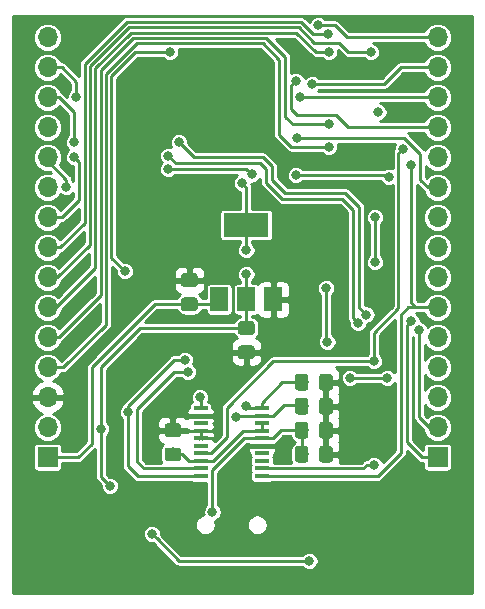
<source format=gbr>
G04 #@! TF.GenerationSoftware,KiCad,Pcbnew,(5.1.0)-1*
G04 #@! TF.CreationDate,2019-09-22T22:35:09+02:00*
G04 #@! TF.ProjectId,ESP32Eval,45535033-3245-4766-916c-2e6b69636164,rev?*
G04 #@! TF.SameCoordinates,Original*
G04 #@! TF.FileFunction,Copper,L2,Bot*
G04 #@! TF.FilePolarity,Positive*
%FSLAX46Y46*%
G04 Gerber Fmt 4.6, Leading zero omitted, Abs format (unit mm)*
G04 Created by KiCad (PCBNEW (5.1.0)-1) date 2019-09-22 22:35:09*
%MOMM*%
%LPD*%
G04 APERTURE LIST*
%ADD10C,0.100000*%
%ADD11C,1.150000*%
%ADD12R,1.200000X0.400000*%
%ADD13R,1.500000X2.000000*%
%ADD14R,3.800000X2.000000*%
%ADD15O,1.700000X1.700000*%
%ADD16R,1.700000X1.700000*%
%ADD17C,0.800000*%
%ADD18C,0.250000*%
%ADD19C,0.254000*%
G04 APERTURE END LIST*
D10*
G36*
X155679505Y-120967204D02*
G01*
X155703773Y-120970804D01*
X155727572Y-120976765D01*
X155750671Y-120985030D01*
X155772850Y-120995520D01*
X155793893Y-121008132D01*
X155813599Y-121022747D01*
X155831777Y-121039223D01*
X155848253Y-121057401D01*
X155862868Y-121077107D01*
X155875480Y-121098150D01*
X155885970Y-121120329D01*
X155894235Y-121143428D01*
X155900196Y-121167227D01*
X155903796Y-121191495D01*
X155905000Y-121215999D01*
X155905000Y-122116001D01*
X155903796Y-122140505D01*
X155900196Y-122164773D01*
X155894235Y-122188572D01*
X155885970Y-122211671D01*
X155875480Y-122233850D01*
X155862868Y-122254893D01*
X155848253Y-122274599D01*
X155831777Y-122292777D01*
X155813599Y-122309253D01*
X155793893Y-122323868D01*
X155772850Y-122336480D01*
X155750671Y-122346970D01*
X155727572Y-122355235D01*
X155703773Y-122361196D01*
X155679505Y-122364796D01*
X155655001Y-122366000D01*
X155004999Y-122366000D01*
X154980495Y-122364796D01*
X154956227Y-122361196D01*
X154932428Y-122355235D01*
X154909329Y-122346970D01*
X154887150Y-122336480D01*
X154866107Y-122323868D01*
X154846401Y-122309253D01*
X154828223Y-122292777D01*
X154811747Y-122274599D01*
X154797132Y-122254893D01*
X154784520Y-122233850D01*
X154774030Y-122211671D01*
X154765765Y-122188572D01*
X154759804Y-122164773D01*
X154756204Y-122140505D01*
X154755000Y-122116001D01*
X154755000Y-121215999D01*
X154756204Y-121191495D01*
X154759804Y-121167227D01*
X154765765Y-121143428D01*
X154774030Y-121120329D01*
X154784520Y-121098150D01*
X154797132Y-121077107D01*
X154811747Y-121057401D01*
X154828223Y-121039223D01*
X154846401Y-121022747D01*
X154866107Y-121008132D01*
X154887150Y-120995520D01*
X154909329Y-120985030D01*
X154932428Y-120976765D01*
X154956227Y-120970804D01*
X154980495Y-120967204D01*
X155004999Y-120966000D01*
X155655001Y-120966000D01*
X155679505Y-120967204D01*
X155679505Y-120967204D01*
G37*
D11*
X155330000Y-121666000D03*
D10*
G36*
X153629505Y-120967204D02*
G01*
X153653773Y-120970804D01*
X153677572Y-120976765D01*
X153700671Y-120985030D01*
X153722850Y-120995520D01*
X153743893Y-121008132D01*
X153763599Y-121022747D01*
X153781777Y-121039223D01*
X153798253Y-121057401D01*
X153812868Y-121077107D01*
X153825480Y-121098150D01*
X153835970Y-121120329D01*
X153844235Y-121143428D01*
X153850196Y-121167227D01*
X153853796Y-121191495D01*
X153855000Y-121215999D01*
X153855000Y-122116001D01*
X153853796Y-122140505D01*
X153850196Y-122164773D01*
X153844235Y-122188572D01*
X153835970Y-122211671D01*
X153825480Y-122233850D01*
X153812868Y-122254893D01*
X153798253Y-122274599D01*
X153781777Y-122292777D01*
X153763599Y-122309253D01*
X153743893Y-122323868D01*
X153722850Y-122336480D01*
X153700671Y-122346970D01*
X153677572Y-122355235D01*
X153653773Y-122361196D01*
X153629505Y-122364796D01*
X153605001Y-122366000D01*
X152954999Y-122366000D01*
X152930495Y-122364796D01*
X152906227Y-122361196D01*
X152882428Y-122355235D01*
X152859329Y-122346970D01*
X152837150Y-122336480D01*
X152816107Y-122323868D01*
X152796401Y-122309253D01*
X152778223Y-122292777D01*
X152761747Y-122274599D01*
X152747132Y-122254893D01*
X152734520Y-122233850D01*
X152724030Y-122211671D01*
X152715765Y-122188572D01*
X152709804Y-122164773D01*
X152706204Y-122140505D01*
X152705000Y-122116001D01*
X152705000Y-121215999D01*
X152706204Y-121191495D01*
X152709804Y-121167227D01*
X152715765Y-121143428D01*
X152724030Y-121120329D01*
X152734520Y-121098150D01*
X152747132Y-121077107D01*
X152761747Y-121057401D01*
X152778223Y-121039223D01*
X152796401Y-121022747D01*
X152816107Y-121008132D01*
X152837150Y-120995520D01*
X152859329Y-120985030D01*
X152882428Y-120976765D01*
X152906227Y-120970804D01*
X152930495Y-120967204D01*
X152954999Y-120966000D01*
X153605001Y-120966000D01*
X153629505Y-120967204D01*
X153629505Y-120967204D01*
G37*
D11*
X153280000Y-121666000D03*
D12*
X149920000Y-123507500D03*
X149920000Y-122872500D03*
X149920000Y-122237500D03*
X149920000Y-121602500D03*
X149920000Y-120967500D03*
X149920000Y-120332500D03*
X149920000Y-119697500D03*
X149920000Y-119062500D03*
X149920000Y-118427500D03*
X149920000Y-117792500D03*
X144720000Y-117792500D03*
X144720000Y-118427500D03*
X144720000Y-119062500D03*
X144720000Y-119697500D03*
X144720000Y-120332500D03*
X144720000Y-120967500D03*
X144720000Y-121602500D03*
X144720000Y-122237500D03*
X144720000Y-122872500D03*
X144720000Y-123507500D03*
D13*
X150890000Y-108560000D03*
X146290000Y-108560000D03*
X148590000Y-108560000D03*
D14*
X148590000Y-102260000D03*
D15*
X131765000Y-86360000D03*
X131765000Y-88900000D03*
X131765000Y-91440000D03*
X131765000Y-93980000D03*
X131765000Y-96520000D03*
X131765000Y-99060000D03*
X131765000Y-101600000D03*
X131765000Y-104140000D03*
X131765000Y-106680000D03*
X131765000Y-109220000D03*
X131765000Y-111760000D03*
X131765000Y-114300000D03*
X131765000Y-116840000D03*
X131765000Y-119380000D03*
D16*
X131765000Y-121920000D03*
D15*
X164780000Y-86360000D03*
X164780000Y-88900000D03*
X164780000Y-91440000D03*
X164780000Y-93980000D03*
X164780000Y-96520000D03*
X164780000Y-99060000D03*
X164780000Y-101600000D03*
X164780000Y-104140000D03*
X164780000Y-106680000D03*
X164780000Y-109220000D03*
X164780000Y-111760000D03*
X164780000Y-114300000D03*
X164780000Y-116840000D03*
X164780000Y-119380000D03*
D16*
X164780000Y-121920000D03*
D10*
G36*
X142841505Y-119051204D02*
G01*
X142865773Y-119054804D01*
X142889572Y-119060765D01*
X142912671Y-119069030D01*
X142934850Y-119079520D01*
X142955893Y-119092132D01*
X142975599Y-119106747D01*
X142993777Y-119123223D01*
X143010253Y-119141401D01*
X143024868Y-119161107D01*
X143037480Y-119182150D01*
X143047970Y-119204329D01*
X143056235Y-119227428D01*
X143062196Y-119251227D01*
X143065796Y-119275495D01*
X143067000Y-119299999D01*
X143067000Y-119950001D01*
X143065796Y-119974505D01*
X143062196Y-119998773D01*
X143056235Y-120022572D01*
X143047970Y-120045671D01*
X143037480Y-120067850D01*
X143024868Y-120088893D01*
X143010253Y-120108599D01*
X142993777Y-120126777D01*
X142975599Y-120143253D01*
X142955893Y-120157868D01*
X142934850Y-120170480D01*
X142912671Y-120180970D01*
X142889572Y-120189235D01*
X142865773Y-120195196D01*
X142841505Y-120198796D01*
X142817001Y-120200000D01*
X141916999Y-120200000D01*
X141892495Y-120198796D01*
X141868227Y-120195196D01*
X141844428Y-120189235D01*
X141821329Y-120180970D01*
X141799150Y-120170480D01*
X141778107Y-120157868D01*
X141758401Y-120143253D01*
X141740223Y-120126777D01*
X141723747Y-120108599D01*
X141709132Y-120088893D01*
X141696520Y-120067850D01*
X141686030Y-120045671D01*
X141677765Y-120022572D01*
X141671804Y-119998773D01*
X141668204Y-119974505D01*
X141667000Y-119950001D01*
X141667000Y-119299999D01*
X141668204Y-119275495D01*
X141671804Y-119251227D01*
X141677765Y-119227428D01*
X141686030Y-119204329D01*
X141696520Y-119182150D01*
X141709132Y-119161107D01*
X141723747Y-119141401D01*
X141740223Y-119123223D01*
X141758401Y-119106747D01*
X141778107Y-119092132D01*
X141799150Y-119079520D01*
X141821329Y-119069030D01*
X141844428Y-119060765D01*
X141868227Y-119054804D01*
X141892495Y-119051204D01*
X141916999Y-119050000D01*
X142817001Y-119050000D01*
X142841505Y-119051204D01*
X142841505Y-119051204D01*
G37*
D11*
X142367000Y-119625000D03*
D10*
G36*
X142841505Y-121101204D02*
G01*
X142865773Y-121104804D01*
X142889572Y-121110765D01*
X142912671Y-121119030D01*
X142934850Y-121129520D01*
X142955893Y-121142132D01*
X142975599Y-121156747D01*
X142993777Y-121173223D01*
X143010253Y-121191401D01*
X143024868Y-121211107D01*
X143037480Y-121232150D01*
X143047970Y-121254329D01*
X143056235Y-121277428D01*
X143062196Y-121301227D01*
X143065796Y-121325495D01*
X143067000Y-121349999D01*
X143067000Y-122000001D01*
X143065796Y-122024505D01*
X143062196Y-122048773D01*
X143056235Y-122072572D01*
X143047970Y-122095671D01*
X143037480Y-122117850D01*
X143024868Y-122138893D01*
X143010253Y-122158599D01*
X142993777Y-122176777D01*
X142975599Y-122193253D01*
X142955893Y-122207868D01*
X142934850Y-122220480D01*
X142912671Y-122230970D01*
X142889572Y-122239235D01*
X142865773Y-122245196D01*
X142841505Y-122248796D01*
X142817001Y-122250000D01*
X141916999Y-122250000D01*
X141892495Y-122248796D01*
X141868227Y-122245196D01*
X141844428Y-122239235D01*
X141821329Y-122230970D01*
X141799150Y-122220480D01*
X141778107Y-122207868D01*
X141758401Y-122193253D01*
X141740223Y-122176777D01*
X141723747Y-122158599D01*
X141709132Y-122138893D01*
X141696520Y-122117850D01*
X141686030Y-122095671D01*
X141677765Y-122072572D01*
X141671804Y-122048773D01*
X141668204Y-122024505D01*
X141667000Y-122000001D01*
X141667000Y-121349999D01*
X141668204Y-121325495D01*
X141671804Y-121301227D01*
X141677765Y-121277428D01*
X141686030Y-121254329D01*
X141696520Y-121232150D01*
X141709132Y-121211107D01*
X141723747Y-121191401D01*
X141740223Y-121173223D01*
X141758401Y-121156747D01*
X141778107Y-121142132D01*
X141799150Y-121129520D01*
X141821329Y-121119030D01*
X141844428Y-121110765D01*
X141868227Y-121104804D01*
X141892495Y-121101204D01*
X141916999Y-121100000D01*
X142817001Y-121100000D01*
X142841505Y-121101204D01*
X142841505Y-121101204D01*
G37*
D11*
X142367000Y-121675000D03*
D10*
G36*
X155679505Y-118935204D02*
G01*
X155703773Y-118938804D01*
X155727572Y-118944765D01*
X155750671Y-118953030D01*
X155772850Y-118963520D01*
X155793893Y-118976132D01*
X155813599Y-118990747D01*
X155831777Y-119007223D01*
X155848253Y-119025401D01*
X155862868Y-119045107D01*
X155875480Y-119066150D01*
X155885970Y-119088329D01*
X155894235Y-119111428D01*
X155900196Y-119135227D01*
X155903796Y-119159495D01*
X155905000Y-119183999D01*
X155905000Y-120084001D01*
X155903796Y-120108505D01*
X155900196Y-120132773D01*
X155894235Y-120156572D01*
X155885970Y-120179671D01*
X155875480Y-120201850D01*
X155862868Y-120222893D01*
X155848253Y-120242599D01*
X155831777Y-120260777D01*
X155813599Y-120277253D01*
X155793893Y-120291868D01*
X155772850Y-120304480D01*
X155750671Y-120314970D01*
X155727572Y-120323235D01*
X155703773Y-120329196D01*
X155679505Y-120332796D01*
X155655001Y-120334000D01*
X155004999Y-120334000D01*
X154980495Y-120332796D01*
X154956227Y-120329196D01*
X154932428Y-120323235D01*
X154909329Y-120314970D01*
X154887150Y-120304480D01*
X154866107Y-120291868D01*
X154846401Y-120277253D01*
X154828223Y-120260777D01*
X154811747Y-120242599D01*
X154797132Y-120222893D01*
X154784520Y-120201850D01*
X154774030Y-120179671D01*
X154765765Y-120156572D01*
X154759804Y-120132773D01*
X154756204Y-120108505D01*
X154755000Y-120084001D01*
X154755000Y-119183999D01*
X154756204Y-119159495D01*
X154759804Y-119135227D01*
X154765765Y-119111428D01*
X154774030Y-119088329D01*
X154784520Y-119066150D01*
X154797132Y-119045107D01*
X154811747Y-119025401D01*
X154828223Y-119007223D01*
X154846401Y-118990747D01*
X154866107Y-118976132D01*
X154887150Y-118963520D01*
X154909329Y-118953030D01*
X154932428Y-118944765D01*
X154956227Y-118938804D01*
X154980495Y-118935204D01*
X155004999Y-118934000D01*
X155655001Y-118934000D01*
X155679505Y-118935204D01*
X155679505Y-118935204D01*
G37*
D11*
X155330000Y-119634000D03*
D10*
G36*
X153629505Y-118935204D02*
G01*
X153653773Y-118938804D01*
X153677572Y-118944765D01*
X153700671Y-118953030D01*
X153722850Y-118963520D01*
X153743893Y-118976132D01*
X153763599Y-118990747D01*
X153781777Y-119007223D01*
X153798253Y-119025401D01*
X153812868Y-119045107D01*
X153825480Y-119066150D01*
X153835970Y-119088329D01*
X153844235Y-119111428D01*
X153850196Y-119135227D01*
X153853796Y-119159495D01*
X153855000Y-119183999D01*
X153855000Y-120084001D01*
X153853796Y-120108505D01*
X153850196Y-120132773D01*
X153844235Y-120156572D01*
X153835970Y-120179671D01*
X153825480Y-120201850D01*
X153812868Y-120222893D01*
X153798253Y-120242599D01*
X153781777Y-120260777D01*
X153763599Y-120277253D01*
X153743893Y-120291868D01*
X153722850Y-120304480D01*
X153700671Y-120314970D01*
X153677572Y-120323235D01*
X153653773Y-120329196D01*
X153629505Y-120332796D01*
X153605001Y-120334000D01*
X152954999Y-120334000D01*
X152930495Y-120332796D01*
X152906227Y-120329196D01*
X152882428Y-120323235D01*
X152859329Y-120314970D01*
X152837150Y-120304480D01*
X152816107Y-120291868D01*
X152796401Y-120277253D01*
X152778223Y-120260777D01*
X152761747Y-120242599D01*
X152747132Y-120222893D01*
X152734520Y-120201850D01*
X152724030Y-120179671D01*
X152715765Y-120156572D01*
X152709804Y-120132773D01*
X152706204Y-120108505D01*
X152705000Y-120084001D01*
X152705000Y-119183999D01*
X152706204Y-119159495D01*
X152709804Y-119135227D01*
X152715765Y-119111428D01*
X152724030Y-119088329D01*
X152734520Y-119066150D01*
X152747132Y-119045107D01*
X152761747Y-119025401D01*
X152778223Y-119007223D01*
X152796401Y-118990747D01*
X152816107Y-118976132D01*
X152837150Y-118963520D01*
X152859329Y-118953030D01*
X152882428Y-118944765D01*
X152906227Y-118938804D01*
X152930495Y-118935204D01*
X152954999Y-118934000D01*
X153605001Y-118934000D01*
X153629505Y-118935204D01*
X153629505Y-118935204D01*
G37*
D11*
X153280000Y-119634000D03*
D10*
G36*
X155679505Y-116903204D02*
G01*
X155703773Y-116906804D01*
X155727572Y-116912765D01*
X155750671Y-116921030D01*
X155772850Y-116931520D01*
X155793893Y-116944132D01*
X155813599Y-116958747D01*
X155831777Y-116975223D01*
X155848253Y-116993401D01*
X155862868Y-117013107D01*
X155875480Y-117034150D01*
X155885970Y-117056329D01*
X155894235Y-117079428D01*
X155900196Y-117103227D01*
X155903796Y-117127495D01*
X155905000Y-117151999D01*
X155905000Y-118052001D01*
X155903796Y-118076505D01*
X155900196Y-118100773D01*
X155894235Y-118124572D01*
X155885970Y-118147671D01*
X155875480Y-118169850D01*
X155862868Y-118190893D01*
X155848253Y-118210599D01*
X155831777Y-118228777D01*
X155813599Y-118245253D01*
X155793893Y-118259868D01*
X155772850Y-118272480D01*
X155750671Y-118282970D01*
X155727572Y-118291235D01*
X155703773Y-118297196D01*
X155679505Y-118300796D01*
X155655001Y-118302000D01*
X155004999Y-118302000D01*
X154980495Y-118300796D01*
X154956227Y-118297196D01*
X154932428Y-118291235D01*
X154909329Y-118282970D01*
X154887150Y-118272480D01*
X154866107Y-118259868D01*
X154846401Y-118245253D01*
X154828223Y-118228777D01*
X154811747Y-118210599D01*
X154797132Y-118190893D01*
X154784520Y-118169850D01*
X154774030Y-118147671D01*
X154765765Y-118124572D01*
X154759804Y-118100773D01*
X154756204Y-118076505D01*
X154755000Y-118052001D01*
X154755000Y-117151999D01*
X154756204Y-117127495D01*
X154759804Y-117103227D01*
X154765765Y-117079428D01*
X154774030Y-117056329D01*
X154784520Y-117034150D01*
X154797132Y-117013107D01*
X154811747Y-116993401D01*
X154828223Y-116975223D01*
X154846401Y-116958747D01*
X154866107Y-116944132D01*
X154887150Y-116931520D01*
X154909329Y-116921030D01*
X154932428Y-116912765D01*
X154956227Y-116906804D01*
X154980495Y-116903204D01*
X155004999Y-116902000D01*
X155655001Y-116902000D01*
X155679505Y-116903204D01*
X155679505Y-116903204D01*
G37*
D11*
X155330000Y-117602000D03*
D10*
G36*
X153629505Y-116903204D02*
G01*
X153653773Y-116906804D01*
X153677572Y-116912765D01*
X153700671Y-116921030D01*
X153722850Y-116931520D01*
X153743893Y-116944132D01*
X153763599Y-116958747D01*
X153781777Y-116975223D01*
X153798253Y-116993401D01*
X153812868Y-117013107D01*
X153825480Y-117034150D01*
X153835970Y-117056329D01*
X153844235Y-117079428D01*
X153850196Y-117103227D01*
X153853796Y-117127495D01*
X153855000Y-117151999D01*
X153855000Y-118052001D01*
X153853796Y-118076505D01*
X153850196Y-118100773D01*
X153844235Y-118124572D01*
X153835970Y-118147671D01*
X153825480Y-118169850D01*
X153812868Y-118190893D01*
X153798253Y-118210599D01*
X153781777Y-118228777D01*
X153763599Y-118245253D01*
X153743893Y-118259868D01*
X153722850Y-118272480D01*
X153700671Y-118282970D01*
X153677572Y-118291235D01*
X153653773Y-118297196D01*
X153629505Y-118300796D01*
X153605001Y-118302000D01*
X152954999Y-118302000D01*
X152930495Y-118300796D01*
X152906227Y-118297196D01*
X152882428Y-118291235D01*
X152859329Y-118282970D01*
X152837150Y-118272480D01*
X152816107Y-118259868D01*
X152796401Y-118245253D01*
X152778223Y-118228777D01*
X152761747Y-118210599D01*
X152747132Y-118190893D01*
X152734520Y-118169850D01*
X152724030Y-118147671D01*
X152715765Y-118124572D01*
X152709804Y-118100773D01*
X152706204Y-118076505D01*
X152705000Y-118052001D01*
X152705000Y-117151999D01*
X152706204Y-117127495D01*
X152709804Y-117103227D01*
X152715765Y-117079428D01*
X152724030Y-117056329D01*
X152734520Y-117034150D01*
X152747132Y-117013107D01*
X152761747Y-116993401D01*
X152778223Y-116975223D01*
X152796401Y-116958747D01*
X152816107Y-116944132D01*
X152837150Y-116931520D01*
X152859329Y-116921030D01*
X152882428Y-116912765D01*
X152906227Y-116906804D01*
X152930495Y-116903204D01*
X152954999Y-116902000D01*
X153605001Y-116902000D01*
X153629505Y-116903204D01*
X153629505Y-116903204D01*
G37*
D11*
X153280000Y-117602000D03*
D10*
G36*
X149064505Y-112456204D02*
G01*
X149088773Y-112459804D01*
X149112572Y-112465765D01*
X149135671Y-112474030D01*
X149157850Y-112484520D01*
X149178893Y-112497132D01*
X149198599Y-112511747D01*
X149216777Y-112528223D01*
X149233253Y-112546401D01*
X149247868Y-112566107D01*
X149260480Y-112587150D01*
X149270970Y-112609329D01*
X149279235Y-112632428D01*
X149285196Y-112656227D01*
X149288796Y-112680495D01*
X149290000Y-112704999D01*
X149290000Y-113355001D01*
X149288796Y-113379505D01*
X149285196Y-113403773D01*
X149279235Y-113427572D01*
X149270970Y-113450671D01*
X149260480Y-113472850D01*
X149247868Y-113493893D01*
X149233253Y-113513599D01*
X149216777Y-113531777D01*
X149198599Y-113548253D01*
X149178893Y-113562868D01*
X149157850Y-113575480D01*
X149135671Y-113585970D01*
X149112572Y-113594235D01*
X149088773Y-113600196D01*
X149064505Y-113603796D01*
X149040001Y-113605000D01*
X148139999Y-113605000D01*
X148115495Y-113603796D01*
X148091227Y-113600196D01*
X148067428Y-113594235D01*
X148044329Y-113585970D01*
X148022150Y-113575480D01*
X148001107Y-113562868D01*
X147981401Y-113548253D01*
X147963223Y-113531777D01*
X147946747Y-113513599D01*
X147932132Y-113493893D01*
X147919520Y-113472850D01*
X147909030Y-113450671D01*
X147900765Y-113427572D01*
X147894804Y-113403773D01*
X147891204Y-113379505D01*
X147890000Y-113355001D01*
X147890000Y-112704999D01*
X147891204Y-112680495D01*
X147894804Y-112656227D01*
X147900765Y-112632428D01*
X147909030Y-112609329D01*
X147919520Y-112587150D01*
X147932132Y-112566107D01*
X147946747Y-112546401D01*
X147963223Y-112528223D01*
X147981401Y-112511747D01*
X148001107Y-112497132D01*
X148022150Y-112484520D01*
X148044329Y-112474030D01*
X148067428Y-112465765D01*
X148091227Y-112459804D01*
X148115495Y-112456204D01*
X148139999Y-112455000D01*
X149040001Y-112455000D01*
X149064505Y-112456204D01*
X149064505Y-112456204D01*
G37*
D11*
X148590000Y-113030000D03*
D10*
G36*
X149064505Y-110406204D02*
G01*
X149088773Y-110409804D01*
X149112572Y-110415765D01*
X149135671Y-110424030D01*
X149157850Y-110434520D01*
X149178893Y-110447132D01*
X149198599Y-110461747D01*
X149216777Y-110478223D01*
X149233253Y-110496401D01*
X149247868Y-110516107D01*
X149260480Y-110537150D01*
X149270970Y-110559329D01*
X149279235Y-110582428D01*
X149285196Y-110606227D01*
X149288796Y-110630495D01*
X149290000Y-110654999D01*
X149290000Y-111305001D01*
X149288796Y-111329505D01*
X149285196Y-111353773D01*
X149279235Y-111377572D01*
X149270970Y-111400671D01*
X149260480Y-111422850D01*
X149247868Y-111443893D01*
X149233253Y-111463599D01*
X149216777Y-111481777D01*
X149198599Y-111498253D01*
X149178893Y-111512868D01*
X149157850Y-111525480D01*
X149135671Y-111535970D01*
X149112572Y-111544235D01*
X149088773Y-111550196D01*
X149064505Y-111553796D01*
X149040001Y-111555000D01*
X148139999Y-111555000D01*
X148115495Y-111553796D01*
X148091227Y-111550196D01*
X148067428Y-111544235D01*
X148044329Y-111535970D01*
X148022150Y-111525480D01*
X148001107Y-111512868D01*
X147981401Y-111498253D01*
X147963223Y-111481777D01*
X147946747Y-111463599D01*
X147932132Y-111443893D01*
X147919520Y-111422850D01*
X147909030Y-111400671D01*
X147900765Y-111377572D01*
X147894804Y-111353773D01*
X147891204Y-111329505D01*
X147890000Y-111305001D01*
X147890000Y-110654999D01*
X147891204Y-110630495D01*
X147894804Y-110606227D01*
X147900765Y-110582428D01*
X147909030Y-110559329D01*
X147919520Y-110537150D01*
X147932132Y-110516107D01*
X147946747Y-110496401D01*
X147963223Y-110478223D01*
X147981401Y-110461747D01*
X148001107Y-110447132D01*
X148022150Y-110434520D01*
X148044329Y-110424030D01*
X148067428Y-110415765D01*
X148091227Y-110409804D01*
X148115495Y-110406204D01*
X148139999Y-110405000D01*
X149040001Y-110405000D01*
X149064505Y-110406204D01*
X149064505Y-110406204D01*
G37*
D11*
X148590000Y-110980000D03*
D10*
G36*
X155679505Y-114871204D02*
G01*
X155703773Y-114874804D01*
X155727572Y-114880765D01*
X155750671Y-114889030D01*
X155772850Y-114899520D01*
X155793893Y-114912132D01*
X155813599Y-114926747D01*
X155831777Y-114943223D01*
X155848253Y-114961401D01*
X155862868Y-114981107D01*
X155875480Y-115002150D01*
X155885970Y-115024329D01*
X155894235Y-115047428D01*
X155900196Y-115071227D01*
X155903796Y-115095495D01*
X155905000Y-115119999D01*
X155905000Y-116020001D01*
X155903796Y-116044505D01*
X155900196Y-116068773D01*
X155894235Y-116092572D01*
X155885970Y-116115671D01*
X155875480Y-116137850D01*
X155862868Y-116158893D01*
X155848253Y-116178599D01*
X155831777Y-116196777D01*
X155813599Y-116213253D01*
X155793893Y-116227868D01*
X155772850Y-116240480D01*
X155750671Y-116250970D01*
X155727572Y-116259235D01*
X155703773Y-116265196D01*
X155679505Y-116268796D01*
X155655001Y-116270000D01*
X155004999Y-116270000D01*
X154980495Y-116268796D01*
X154956227Y-116265196D01*
X154932428Y-116259235D01*
X154909329Y-116250970D01*
X154887150Y-116240480D01*
X154866107Y-116227868D01*
X154846401Y-116213253D01*
X154828223Y-116196777D01*
X154811747Y-116178599D01*
X154797132Y-116158893D01*
X154784520Y-116137850D01*
X154774030Y-116115671D01*
X154765765Y-116092572D01*
X154759804Y-116068773D01*
X154756204Y-116044505D01*
X154755000Y-116020001D01*
X154755000Y-115119999D01*
X154756204Y-115095495D01*
X154759804Y-115071227D01*
X154765765Y-115047428D01*
X154774030Y-115024329D01*
X154784520Y-115002150D01*
X154797132Y-114981107D01*
X154811747Y-114961401D01*
X154828223Y-114943223D01*
X154846401Y-114926747D01*
X154866107Y-114912132D01*
X154887150Y-114899520D01*
X154909329Y-114889030D01*
X154932428Y-114880765D01*
X154956227Y-114874804D01*
X154980495Y-114871204D01*
X155004999Y-114870000D01*
X155655001Y-114870000D01*
X155679505Y-114871204D01*
X155679505Y-114871204D01*
G37*
D11*
X155330000Y-115570000D03*
D10*
G36*
X153629505Y-114871204D02*
G01*
X153653773Y-114874804D01*
X153677572Y-114880765D01*
X153700671Y-114889030D01*
X153722850Y-114899520D01*
X153743893Y-114912132D01*
X153763599Y-114926747D01*
X153781777Y-114943223D01*
X153798253Y-114961401D01*
X153812868Y-114981107D01*
X153825480Y-115002150D01*
X153835970Y-115024329D01*
X153844235Y-115047428D01*
X153850196Y-115071227D01*
X153853796Y-115095495D01*
X153855000Y-115119999D01*
X153855000Y-116020001D01*
X153853796Y-116044505D01*
X153850196Y-116068773D01*
X153844235Y-116092572D01*
X153835970Y-116115671D01*
X153825480Y-116137850D01*
X153812868Y-116158893D01*
X153798253Y-116178599D01*
X153781777Y-116196777D01*
X153763599Y-116213253D01*
X153743893Y-116227868D01*
X153722850Y-116240480D01*
X153700671Y-116250970D01*
X153677572Y-116259235D01*
X153653773Y-116265196D01*
X153629505Y-116268796D01*
X153605001Y-116270000D01*
X152954999Y-116270000D01*
X152930495Y-116268796D01*
X152906227Y-116265196D01*
X152882428Y-116259235D01*
X152859329Y-116250970D01*
X152837150Y-116240480D01*
X152816107Y-116227868D01*
X152796401Y-116213253D01*
X152778223Y-116196777D01*
X152761747Y-116178599D01*
X152747132Y-116158893D01*
X152734520Y-116137850D01*
X152724030Y-116115671D01*
X152715765Y-116092572D01*
X152709804Y-116068773D01*
X152706204Y-116044505D01*
X152705000Y-116020001D01*
X152705000Y-115119999D01*
X152706204Y-115095495D01*
X152709804Y-115071227D01*
X152715765Y-115047428D01*
X152724030Y-115024329D01*
X152734520Y-115002150D01*
X152747132Y-114981107D01*
X152761747Y-114961401D01*
X152778223Y-114943223D01*
X152796401Y-114926747D01*
X152816107Y-114912132D01*
X152837150Y-114899520D01*
X152859329Y-114889030D01*
X152882428Y-114880765D01*
X152906227Y-114874804D01*
X152930495Y-114871204D01*
X152954999Y-114870000D01*
X153605001Y-114870000D01*
X153629505Y-114871204D01*
X153629505Y-114871204D01*
G37*
D11*
X153280000Y-115570000D03*
D10*
G36*
X144238505Y-106342204D02*
G01*
X144262773Y-106345804D01*
X144286572Y-106351765D01*
X144309671Y-106360030D01*
X144331850Y-106370520D01*
X144352893Y-106383132D01*
X144372599Y-106397747D01*
X144390777Y-106414223D01*
X144407253Y-106432401D01*
X144421868Y-106452107D01*
X144434480Y-106473150D01*
X144444970Y-106495329D01*
X144453235Y-106518428D01*
X144459196Y-106542227D01*
X144462796Y-106566495D01*
X144464000Y-106590999D01*
X144464000Y-107241001D01*
X144462796Y-107265505D01*
X144459196Y-107289773D01*
X144453235Y-107313572D01*
X144444970Y-107336671D01*
X144434480Y-107358850D01*
X144421868Y-107379893D01*
X144407253Y-107399599D01*
X144390777Y-107417777D01*
X144372599Y-107434253D01*
X144352893Y-107448868D01*
X144331850Y-107461480D01*
X144309671Y-107471970D01*
X144286572Y-107480235D01*
X144262773Y-107486196D01*
X144238505Y-107489796D01*
X144214001Y-107491000D01*
X143313999Y-107491000D01*
X143289495Y-107489796D01*
X143265227Y-107486196D01*
X143241428Y-107480235D01*
X143218329Y-107471970D01*
X143196150Y-107461480D01*
X143175107Y-107448868D01*
X143155401Y-107434253D01*
X143137223Y-107417777D01*
X143120747Y-107399599D01*
X143106132Y-107379893D01*
X143093520Y-107358850D01*
X143083030Y-107336671D01*
X143074765Y-107313572D01*
X143068804Y-107289773D01*
X143065204Y-107265505D01*
X143064000Y-107241001D01*
X143064000Y-106590999D01*
X143065204Y-106566495D01*
X143068804Y-106542227D01*
X143074765Y-106518428D01*
X143083030Y-106495329D01*
X143093520Y-106473150D01*
X143106132Y-106452107D01*
X143120747Y-106432401D01*
X143137223Y-106414223D01*
X143155401Y-106397747D01*
X143175107Y-106383132D01*
X143196150Y-106370520D01*
X143218329Y-106360030D01*
X143241428Y-106351765D01*
X143265227Y-106345804D01*
X143289495Y-106342204D01*
X143313999Y-106341000D01*
X144214001Y-106341000D01*
X144238505Y-106342204D01*
X144238505Y-106342204D01*
G37*
D11*
X143764000Y-106916000D03*
D10*
G36*
X144238505Y-108392204D02*
G01*
X144262773Y-108395804D01*
X144286572Y-108401765D01*
X144309671Y-108410030D01*
X144331850Y-108420520D01*
X144352893Y-108433132D01*
X144372599Y-108447747D01*
X144390777Y-108464223D01*
X144407253Y-108482401D01*
X144421868Y-108502107D01*
X144434480Y-108523150D01*
X144444970Y-108545329D01*
X144453235Y-108568428D01*
X144459196Y-108592227D01*
X144462796Y-108616495D01*
X144464000Y-108640999D01*
X144464000Y-109291001D01*
X144462796Y-109315505D01*
X144459196Y-109339773D01*
X144453235Y-109363572D01*
X144444970Y-109386671D01*
X144434480Y-109408850D01*
X144421868Y-109429893D01*
X144407253Y-109449599D01*
X144390777Y-109467777D01*
X144372599Y-109484253D01*
X144352893Y-109498868D01*
X144331850Y-109511480D01*
X144309671Y-109521970D01*
X144286572Y-109530235D01*
X144262773Y-109536196D01*
X144238505Y-109539796D01*
X144214001Y-109541000D01*
X143313999Y-109541000D01*
X143289495Y-109539796D01*
X143265227Y-109536196D01*
X143241428Y-109530235D01*
X143218329Y-109521970D01*
X143196150Y-109511480D01*
X143175107Y-109498868D01*
X143155401Y-109484253D01*
X143137223Y-109467777D01*
X143120747Y-109449599D01*
X143106132Y-109429893D01*
X143093520Y-109408850D01*
X143083030Y-109386671D01*
X143074765Y-109363572D01*
X143068804Y-109339773D01*
X143065204Y-109315505D01*
X143064000Y-109291001D01*
X143064000Y-108640999D01*
X143065204Y-108616495D01*
X143068804Y-108592227D01*
X143074765Y-108568428D01*
X143083030Y-108545329D01*
X143093520Y-108523150D01*
X143106132Y-108502107D01*
X143120747Y-108482401D01*
X143137223Y-108464223D01*
X143155401Y-108447747D01*
X143175107Y-108433132D01*
X143196150Y-108420520D01*
X143218329Y-108410030D01*
X143241428Y-108401765D01*
X143265227Y-108395804D01*
X143289495Y-108392204D01*
X143313999Y-108391000D01*
X144214001Y-108391000D01*
X144238505Y-108392204D01*
X144238505Y-108392204D01*
G37*
D11*
X143764000Y-108966000D03*
D17*
X159766000Y-92710000D03*
X146685000Y-105410000D03*
X137160000Y-121285000D03*
X144780000Y-132080000D03*
X149860000Y-132080000D03*
X144780000Y-129540000D03*
X149860000Y-129540000D03*
X145161000Y-88392000D03*
X149479000Y-88265000D03*
X147447000Y-88392000D03*
X153416000Y-88392000D03*
X161544000Y-87630000D03*
X159766000Y-96012000D03*
X152781000Y-112141000D03*
X144272000Y-112141000D03*
X138303000Y-114046000D03*
X141478000Y-103505000D03*
X133350000Y-85217000D03*
X157099000Y-121920000D03*
X129413000Y-86360000D03*
X129413000Y-88900000D03*
X129413000Y-91440000D03*
X129413000Y-93980000D03*
X129413000Y-96520000D03*
X129413000Y-99060000D03*
X129413000Y-101600000D03*
X129413000Y-104140000D03*
X129413000Y-106680000D03*
X129413000Y-109220000D03*
X129413000Y-111760000D03*
X129413000Y-114300000D03*
X129413000Y-116840000D03*
X129413000Y-119380000D03*
X129413000Y-121920000D03*
X129413000Y-124460000D03*
X129413000Y-127000000D03*
X129413000Y-129540000D03*
X129413000Y-132080000D03*
X167132000Y-86360000D03*
X167132000Y-88900000D03*
X167132000Y-91440000D03*
X167132000Y-93980000D03*
X167132000Y-96520000D03*
X167132000Y-99060000D03*
X167132000Y-101600000D03*
X167132000Y-104140000D03*
X167132000Y-106680000D03*
X167132000Y-109220000D03*
X167132000Y-111760000D03*
X167132000Y-114300000D03*
X167132000Y-116840000D03*
X167132000Y-119380000D03*
X167132000Y-121920000D03*
X167132000Y-124460000D03*
X167132000Y-127000000D03*
X167132000Y-129540000D03*
X167132000Y-132080000D03*
X142113000Y-127508000D03*
X151511000Y-121412000D03*
X154051000Y-108966000D03*
X160401000Y-117983000D03*
X160401000Y-121031000D03*
X150622000Y-105410000D03*
X143510000Y-116459000D03*
X146177000Y-117094000D03*
X145720000Y-126543006D03*
X148590000Y-117602000D03*
X153924000Y-130683000D03*
X148209000Y-98715990D03*
X136271000Y-119507000D03*
X148590000Y-104394000D03*
X148590000Y-106425994D03*
X140589000Y-128397000D03*
X137033000Y-124333000D03*
X147701000Y-118491000D03*
X154686014Y-85344000D03*
X154178002Y-90297000D03*
X153127319Y-91378448D03*
X141985996Y-97536000D03*
X152781000Y-90043000D03*
X149034500Y-97980500D03*
X152781000Y-98044004D03*
X160655000Y-98171008D03*
X152908000Y-94869000D03*
X162560000Y-97155000D03*
X161874183Y-95788500D03*
X159384990Y-113792000D03*
X159475010Y-105410000D03*
X159475010Y-101600000D03*
X155357000Y-107605000D03*
X160528000Y-115189000D03*
X155448000Y-112141000D03*
X157348342Y-115193660D03*
X142112980Y-87630000D03*
X138303000Y-106172000D03*
X158042885Y-110562115D03*
X141986000Y-96393000D03*
X163216325Y-111149514D03*
X158750000Y-109837105D03*
X142875000Y-95250000D03*
X162560000Y-110395020D03*
X134184935Y-91440000D03*
X133985006Y-95250000D03*
X133349990Y-99060000D03*
X133985000Y-96520000D03*
X155538010Y-86069010D03*
X159131000Y-87630000D03*
X155575004Y-87630000D03*
X155575000Y-93726000D03*
X155575000Y-95631000D03*
X143383000Y-113665000D03*
X144653000Y-116840000D03*
X159385000Y-122555000D03*
X143637000Y-114681000D03*
X138557000Y-118110000D03*
D18*
X144720000Y-120332500D02*
X144720000Y-119697500D01*
X144720000Y-119697500D02*
X145859500Y-119697500D01*
X144720000Y-120332500D02*
X145859500Y-120332500D01*
X151111001Y-121012001D02*
X151511000Y-121412000D01*
X149920000Y-120967500D02*
X151066500Y-120967500D01*
X151066500Y-120967500D02*
X151111001Y-121012001D01*
X142439500Y-119697500D02*
X142367000Y-119625000D01*
X144720000Y-119697500D02*
X142439500Y-119697500D01*
X145884000Y-108966000D02*
X146290000Y-108560000D01*
X143764000Y-108966000D02*
X145884000Y-108966000D01*
X145720000Y-125977321D02*
X145720000Y-126543006D01*
X145720000Y-123012000D02*
X145720000Y-125977321D01*
X149920000Y-120332500D02*
X148399500Y-120332500D01*
X148399500Y-120332500D02*
X145720000Y-123012000D01*
X140843000Y-108966000D02*
X143764000Y-108966000D01*
X135509000Y-114300000D02*
X140843000Y-108966000D01*
X135509000Y-120777000D02*
X135509000Y-114300000D01*
X131445000Y-121920000D02*
X134366000Y-121920000D01*
X134366000Y-121920000D02*
X135509000Y-120777000D01*
X153280000Y-121666000D02*
X153280000Y-120659000D01*
X153280000Y-120659000D02*
X153280000Y-119634000D01*
X151511000Y-119634000D02*
X153280000Y-119634000D01*
X149920000Y-120332500D02*
X150812500Y-120332500D01*
X150812500Y-120332500D02*
X151511000Y-119634000D01*
X149920000Y-117792500D02*
X148780500Y-117792500D01*
X148780500Y-117792500D02*
X148590000Y-117602000D01*
X151638000Y-115570000D02*
X153280000Y-115570000D01*
X149920000Y-117792500D02*
X149920000Y-117288000D01*
X149920000Y-117288000D02*
X151638000Y-115570000D01*
X148590000Y-110980000D02*
X148590000Y-108560000D01*
X148590000Y-99096990D02*
X148209000Y-98715990D01*
X148590000Y-102260000D02*
X148590000Y-99096990D01*
X148590000Y-102260000D02*
X148590000Y-104394000D01*
X148590000Y-108560000D02*
X148590000Y-106425994D01*
X153924000Y-130683000D02*
X142875000Y-130683000D01*
X142875000Y-130683000D02*
X140988999Y-128796999D01*
X140988999Y-128796999D02*
X140589000Y-128397000D01*
X136271000Y-114300000D02*
X136271000Y-119507000D01*
X148590000Y-110980000D02*
X139591000Y-110980000D01*
X139591000Y-110980000D02*
X136271000Y-114300000D01*
X136271000Y-123571000D02*
X136633001Y-123933001D01*
X136633001Y-123933001D02*
X137033000Y-124333000D01*
X136271000Y-119507000D02*
X136271000Y-123571000D01*
X149920000Y-118427500D02*
X147764500Y-118427500D01*
X147764500Y-118427500D02*
X147701000Y-118491000D01*
X150812500Y-118427500D02*
X149920000Y-118427500D01*
X153280000Y-117475000D02*
X151765000Y-117475000D01*
X151765000Y-117475000D02*
X150812500Y-118427500D01*
X149920000Y-119062500D02*
X149920000Y-119697500D01*
X143138000Y-121675000D02*
X142367000Y-121675000D01*
X144720000Y-122237500D02*
X143700500Y-122237500D01*
X143700500Y-122237500D02*
X143138000Y-121675000D01*
X148273911Y-119697500D02*
X149070000Y-119697500D01*
X145733911Y-122237500D02*
X148273911Y-119697500D01*
X144720000Y-122237500D02*
X145733911Y-122237500D01*
X149070000Y-119697500D02*
X149920000Y-119697500D01*
X156083000Y-85344000D02*
X154686014Y-85344000D01*
X165100000Y-86360000D02*
X157099000Y-86360000D01*
X157099000Y-86360000D02*
X156083000Y-85344000D01*
X154743687Y-90297000D02*
X154178002Y-90297000D01*
X160274000Y-90297000D02*
X154743687Y-90297000D01*
X165100000Y-88900000D02*
X161671000Y-88900000D01*
X161671000Y-88900000D02*
X160274000Y-90297000D01*
X153188871Y-91440000D02*
X153127319Y-91378448D01*
X165100000Y-91440000D02*
X153188871Y-91440000D01*
X141985996Y-97536000D02*
X148590000Y-97536000D01*
X148590000Y-97536000D02*
X148634501Y-97580501D01*
X148634501Y-97580501D02*
X149034500Y-97980500D01*
X152381001Y-90442999D02*
X152781000Y-90043000D01*
X152381001Y-92437001D02*
X152381001Y-90442999D01*
X152908000Y-92964000D02*
X152381001Y-92437001D01*
X156210000Y-92964000D02*
X152908000Y-92964000D01*
X165100000Y-93980000D02*
X157226000Y-93980000D01*
X157226000Y-93980000D02*
X156210000Y-92964000D01*
X152781000Y-98044004D02*
X160527996Y-98044004D01*
X160527996Y-98044004D02*
X160655000Y-98171008D01*
X153473685Y-94869000D02*
X152908000Y-94869000D01*
X161983413Y-94869000D02*
X153473685Y-94869000D01*
X163322000Y-96207587D02*
X161983413Y-94869000D01*
X163322000Y-98425000D02*
X163322000Y-96207587D01*
X165100000Y-99060000D02*
X163957000Y-99060000D01*
X163957000Y-99060000D02*
X163322000Y-98425000D01*
X162560000Y-108839000D02*
X162941000Y-109220000D01*
X162560000Y-97155000D02*
X162560000Y-108839000D01*
X162941000Y-109220000D02*
X165100000Y-109220000D01*
X162306000Y-109220000D02*
X162941000Y-109220000D01*
X161671000Y-109855000D02*
X162306000Y-109220000D01*
X161671000Y-121539000D02*
X161671000Y-109855000D01*
X149920000Y-123507500D02*
X159702500Y-123507500D01*
X159702500Y-123507500D02*
X161671000Y-121539000D01*
X159384990Y-111379010D02*
X159384990Y-113226315D01*
X158819305Y-113792000D02*
X159384990Y-113792000D01*
X146939000Y-120233500D02*
X146939000Y-117729000D01*
X144720000Y-121602500D02*
X145570000Y-121602500D01*
X145570000Y-121602500D02*
X146939000Y-120233500D01*
X161874183Y-95788500D02*
X161474184Y-96188499D01*
X161474184Y-96188499D02*
X161474184Y-109289816D01*
X159384990Y-113226315D02*
X159384990Y-113792000D01*
X161474184Y-109289816D02*
X159384990Y-111379010D01*
X150876000Y-113792000D02*
X158819305Y-113792000D01*
X146939000Y-117729000D02*
X150876000Y-113792000D01*
X159475010Y-105410000D02*
X159475010Y-104844315D01*
X159475010Y-104844315D02*
X159475010Y-101600000D01*
X155357000Y-112050000D02*
X155448000Y-112141000D01*
X155357000Y-107605000D02*
X155357000Y-112050000D01*
X160528000Y-115189000D02*
X157353002Y-115189000D01*
X157353002Y-115189000D02*
X157348342Y-115193660D01*
X142112980Y-87630000D02*
X139192000Y-87630000D01*
X137160000Y-89662000D02*
X137160000Y-105029000D01*
X137160000Y-105029000D02*
X138303000Y-106172000D01*
X139192000Y-87630000D02*
X137160000Y-89662000D01*
X163216325Y-111715199D02*
X163216325Y-111149514D01*
X163216325Y-118512325D02*
X163216325Y-111715199D01*
X165100000Y-119380000D02*
X164084000Y-119380000D01*
X164084000Y-119380000D02*
X163216325Y-118512325D01*
X142621000Y-97028000D02*
X141986000Y-96393000D01*
X149733000Y-97028000D02*
X142621000Y-97028000D01*
X157607000Y-110126230D02*
X157607000Y-100965000D01*
X158042885Y-110562115D02*
X157607000Y-110126230D01*
X157607000Y-100965000D02*
X156718000Y-100076000D01*
X150241000Y-97536000D02*
X149733000Y-97028000D01*
X156718000Y-100076000D02*
X151638000Y-100076000D01*
X151638000Y-100076000D02*
X150241000Y-98679000D01*
X150241000Y-98679000D02*
X150241000Y-97536000D01*
X162160001Y-110795019D02*
X162560000Y-110395020D01*
X162160001Y-120631001D02*
X162160001Y-110795019D01*
X165100000Y-121920000D02*
X163449000Y-121920000D01*
X163449000Y-121920000D02*
X162160001Y-120631001D01*
X158115000Y-109202105D02*
X158750000Y-109837105D01*
X158115000Y-100711000D02*
X158115000Y-109202105D01*
X156972000Y-99568000D02*
X158115000Y-100711000D01*
X144145000Y-96520000D02*
X149987000Y-96520000D01*
X142875000Y-95250000D02*
X144145000Y-96520000D01*
X149987000Y-96520000D02*
X150749000Y-97282000D01*
X150749000Y-97282000D02*
X150749000Y-98425000D01*
X150749000Y-98425000D02*
X151892000Y-99568000D01*
X151892000Y-99568000D02*
X156972000Y-99568000D01*
X134184935Y-90115935D02*
X134184935Y-91440000D01*
X131445000Y-88900000D02*
X132969000Y-88900000D01*
X132969000Y-88900000D02*
X134184935Y-90115935D01*
X133985006Y-94684315D02*
X133985006Y-95250000D01*
X133985006Y-92710006D02*
X133985006Y-94684315D01*
X131445000Y-91440000D02*
X132715000Y-91440000D01*
X132715000Y-91440000D02*
X133985006Y-92710006D01*
X133349990Y-98424990D02*
X133349990Y-98494315D01*
X133349990Y-98494315D02*
X133349990Y-99060000D01*
X131445000Y-96520000D02*
X133349990Y-98424990D01*
X134384999Y-96919999D02*
X133985000Y-96520000D01*
X134456001Y-96991001D02*
X134384999Y-96919999D01*
X134456001Y-100112999D02*
X134456001Y-96991001D01*
X131445000Y-101600000D02*
X132969000Y-101600000D01*
X132969000Y-101600000D02*
X134456001Y-100112999D01*
X154972325Y-86069010D02*
X155538010Y-86069010D01*
X154200834Y-86069010D02*
X154972325Y-86069010D01*
X132842000Y-104140000D02*
X134909945Y-102072055D01*
X131445000Y-104140000D02*
X132842000Y-104140000D01*
X134909945Y-102072055D02*
X134909945Y-88605822D01*
X134909945Y-88605822D02*
X138447811Y-85067956D01*
X138447811Y-85067956D02*
X153199780Y-85067956D01*
X153199780Y-85067956D02*
X154200834Y-86069010D01*
X157226000Y-87630000D02*
X159131000Y-87630000D01*
X154305424Y-86810011D02*
X156406011Y-86810011D01*
X156406011Y-86810011D02*
X157226000Y-87630000D01*
X132588000Y-106680000D02*
X135359956Y-103908044D01*
X135359956Y-103908044D02*
X135359956Y-88792222D01*
X135359956Y-88792222D02*
X138634211Y-85517967D01*
X138634211Y-85517967D02*
X153013380Y-85517967D01*
X131445000Y-106680000D02*
X132588000Y-106680000D01*
X153013380Y-85517967D02*
X154305424Y-86810011D01*
X154489002Y-87630000D02*
X155009319Y-87630000D01*
X132461000Y-109220000D02*
X135809967Y-105871033D01*
X131445000Y-109220000D02*
X132461000Y-109220000D01*
X155009319Y-87630000D02*
X155575004Y-87630000D01*
X135809967Y-105871033D02*
X135809967Y-88978622D01*
X135809967Y-88978622D02*
X138820611Y-85967978D01*
X138820611Y-85967978D02*
X152826980Y-85967978D01*
X152826980Y-85967978D02*
X154489002Y-87630000D01*
X155009315Y-93726000D02*
X155575000Y-93726000D01*
X152527000Y-93726000D02*
X155009315Y-93726000D01*
X151892000Y-93091000D02*
X152527000Y-93726000D01*
X151892000Y-88011000D02*
X151892000Y-93091000D01*
X131445000Y-111760000D02*
X132715000Y-111760000D01*
X132715000Y-111760000D02*
X136259978Y-108215022D01*
X150298989Y-86417989D02*
X151892000Y-88011000D01*
X136259978Y-108215022D02*
X136259978Y-89165022D01*
X136259978Y-89165022D02*
X139007011Y-86417989D01*
X139007011Y-86417989D02*
X150298989Y-86417989D01*
X131445000Y-114300000D02*
X133096000Y-114300000D01*
X151384000Y-88265000D02*
X151384000Y-94615000D01*
X133096000Y-114300000D02*
X136709989Y-110686011D01*
X152400000Y-95631000D02*
X155009315Y-95631000D01*
X155009315Y-95631000D02*
X155575000Y-95631000D01*
X151384000Y-94615000D02*
X152400000Y-95631000D01*
X149987000Y-86868000D02*
X151384000Y-88265000D01*
X139317589Y-86868000D02*
X149987000Y-86868000D01*
X136709989Y-110686011D02*
X136709989Y-89475600D01*
X136709989Y-89475600D02*
X139317589Y-86868000D01*
X144720000Y-116907000D02*
X144653000Y-116840000D01*
X144720000Y-117792500D02*
X144720000Y-116907000D01*
X150770000Y-122872500D02*
X149920000Y-122872500D01*
X158501815Y-122872500D02*
X150770000Y-122872500D01*
X159385000Y-122555000D02*
X158819315Y-122555000D01*
X158819315Y-122555000D02*
X158501815Y-122872500D01*
X142494000Y-114681000D02*
X143637000Y-114681000D01*
X139319000Y-117856000D02*
X142494000Y-114681000D01*
X139319000Y-122301000D02*
X139319000Y-117856000D01*
X144720000Y-122872500D02*
X139890500Y-122872500D01*
X139890500Y-122872500D02*
X139319000Y-122301000D01*
X139382500Y-123507500D02*
X138557000Y-122682000D01*
X138557000Y-118675685D02*
X138557000Y-118110000D01*
X144720000Y-123507500D02*
X139382500Y-123507500D01*
X138557000Y-122682000D02*
X138557000Y-118675685D01*
X138557000Y-117602000D02*
X138557000Y-118110000D01*
X143383000Y-113665000D02*
X142494000Y-113665000D01*
X142494000Y-113665000D02*
X138557000Y-117602000D01*
D19*
G36*
X167698420Y-133413500D02*
G01*
X128841500Y-133413500D01*
X128841500Y-128320078D01*
X139808000Y-128320078D01*
X139808000Y-128473922D01*
X139838013Y-128624809D01*
X139896887Y-128766942D01*
X139982358Y-128894859D01*
X140091141Y-129003642D01*
X140219058Y-129089113D01*
X140361191Y-129147987D01*
X140512078Y-129178000D01*
X140654409Y-129178000D01*
X142499628Y-131023220D01*
X142515473Y-131042527D01*
X142592521Y-131105759D01*
X142680425Y-131152745D01*
X142775806Y-131181678D01*
X142785694Y-131182652D01*
X142850146Y-131189000D01*
X142850153Y-131189000D01*
X142874999Y-131191447D01*
X142899845Y-131189000D01*
X153325499Y-131189000D01*
X153426141Y-131289642D01*
X153554058Y-131375113D01*
X153696191Y-131433987D01*
X153847078Y-131464000D01*
X154000922Y-131464000D01*
X154151809Y-131433987D01*
X154293942Y-131375113D01*
X154421859Y-131289642D01*
X154530642Y-131180859D01*
X154616113Y-131052942D01*
X154674987Y-130910809D01*
X154705000Y-130759922D01*
X154705000Y-130606078D01*
X154674987Y-130455191D01*
X154616113Y-130313058D01*
X154530642Y-130185141D01*
X154421859Y-130076358D01*
X154293942Y-129990887D01*
X154151809Y-129932013D01*
X154000922Y-129902000D01*
X153847078Y-129902000D01*
X153696191Y-129932013D01*
X153554058Y-129990887D01*
X153426141Y-130076358D01*
X153325499Y-130177000D01*
X143084592Y-130177000D01*
X141370000Y-128462409D01*
X141370000Y-128320078D01*
X141339987Y-128169191D01*
X141281113Y-128027058D01*
X141195642Y-127899141D01*
X141086859Y-127790358D01*
X140958942Y-127704887D01*
X140816809Y-127646013D01*
X140665922Y-127616000D01*
X140512078Y-127616000D01*
X140361191Y-127646013D01*
X140219058Y-127704887D01*
X140091141Y-127790358D01*
X139982358Y-127899141D01*
X139896887Y-128027058D01*
X139838013Y-128169191D01*
X139808000Y-128320078D01*
X128841500Y-128320078D01*
X128841500Y-121070000D01*
X130532157Y-121070000D01*
X130532157Y-122770000D01*
X130539513Y-122844689D01*
X130561299Y-122916508D01*
X130596678Y-122982696D01*
X130644289Y-123040711D01*
X130702304Y-123088322D01*
X130768492Y-123123701D01*
X130840311Y-123145487D01*
X130915000Y-123152843D01*
X132615000Y-123152843D01*
X132689689Y-123145487D01*
X132761508Y-123123701D01*
X132827696Y-123088322D01*
X132885711Y-123040711D01*
X132933322Y-122982696D01*
X132968701Y-122916508D01*
X132990487Y-122844689D01*
X132997843Y-122770000D01*
X132997843Y-122426000D01*
X134341154Y-122426000D01*
X134366000Y-122428447D01*
X134390846Y-122426000D01*
X134390854Y-122426000D01*
X134465193Y-122418678D01*
X134560575Y-122389745D01*
X134648479Y-122342759D01*
X134725527Y-122279527D01*
X134741376Y-122260215D01*
X135765000Y-121236591D01*
X135765001Y-123546144D01*
X135762553Y-123571000D01*
X135772322Y-123670192D01*
X135801255Y-123765574D01*
X135801256Y-123765575D01*
X135848242Y-123853479D01*
X135911474Y-123930527D01*
X135930780Y-123946371D01*
X136252000Y-124267592D01*
X136252000Y-124409922D01*
X136282013Y-124560809D01*
X136340887Y-124702942D01*
X136426358Y-124830859D01*
X136535141Y-124939642D01*
X136663058Y-125025113D01*
X136805191Y-125083987D01*
X136956078Y-125114000D01*
X137109922Y-125114000D01*
X137260809Y-125083987D01*
X137402942Y-125025113D01*
X137530859Y-124939642D01*
X137639642Y-124830859D01*
X137725113Y-124702942D01*
X137783987Y-124560809D01*
X137814000Y-124409922D01*
X137814000Y-124256078D01*
X137783987Y-124105191D01*
X137725113Y-123963058D01*
X137639642Y-123835141D01*
X137530859Y-123726358D01*
X137402942Y-123640887D01*
X137260809Y-123582013D01*
X137109922Y-123552000D01*
X136967592Y-123552000D01*
X136777000Y-123361409D01*
X136777000Y-120105501D01*
X136877642Y-120004859D01*
X136963113Y-119876942D01*
X137021987Y-119734809D01*
X137052000Y-119583922D01*
X137052000Y-119430078D01*
X137021987Y-119279191D01*
X136963113Y-119137058D01*
X136877642Y-119009141D01*
X136777000Y-118908499D01*
X136777000Y-114509591D01*
X139800592Y-111486000D01*
X147536771Y-111486000D01*
X147555329Y-111547179D01*
X147613810Y-111656589D01*
X147692512Y-111752488D01*
X147783780Y-111827389D01*
X147765518Y-111829188D01*
X147645820Y-111865498D01*
X147535506Y-111924463D01*
X147438815Y-112003815D01*
X147359463Y-112100506D01*
X147300498Y-112210820D01*
X147264188Y-112330518D01*
X147251928Y-112455000D01*
X147255000Y-112744250D01*
X147413750Y-112903000D01*
X148463000Y-112903000D01*
X148463000Y-112883000D01*
X148717000Y-112883000D01*
X148717000Y-112903000D01*
X149766250Y-112903000D01*
X149925000Y-112744250D01*
X149928072Y-112455000D01*
X149915812Y-112330518D01*
X149879502Y-112210820D01*
X149820537Y-112100506D01*
X149741185Y-112003815D01*
X149644494Y-111924463D01*
X149534180Y-111865498D01*
X149414482Y-111829188D01*
X149396220Y-111827389D01*
X149487488Y-111752488D01*
X149566190Y-111656589D01*
X149624671Y-111547179D01*
X149660683Y-111428462D01*
X149672843Y-111305001D01*
X149672843Y-110654999D01*
X149660683Y-110531538D01*
X149624671Y-110412821D01*
X149566190Y-110303411D01*
X149487488Y-110207512D01*
X149391589Y-110128810D01*
X149282179Y-110070329D01*
X149163462Y-110034317D01*
X149096000Y-110027672D01*
X149096000Y-109942843D01*
X149340000Y-109942843D01*
X149414689Y-109935487D01*
X149486508Y-109913701D01*
X149552696Y-109878322D01*
X149578715Y-109856969D01*
X149609463Y-109914494D01*
X149688815Y-110011185D01*
X149785506Y-110090537D01*
X149895820Y-110149502D01*
X150015518Y-110185812D01*
X150140000Y-110198072D01*
X150604250Y-110195000D01*
X150763000Y-110036250D01*
X150763000Y-108687000D01*
X151017000Y-108687000D01*
X151017000Y-110036250D01*
X151175750Y-110195000D01*
X151640000Y-110198072D01*
X151764482Y-110185812D01*
X151884180Y-110149502D01*
X151994494Y-110090537D01*
X152091185Y-110011185D01*
X152170537Y-109914494D01*
X152229502Y-109804180D01*
X152265812Y-109684482D01*
X152278072Y-109560000D01*
X152275000Y-108845750D01*
X152116250Y-108687000D01*
X151017000Y-108687000D01*
X150763000Y-108687000D01*
X150743000Y-108687000D01*
X150743000Y-108433000D01*
X150763000Y-108433000D01*
X150763000Y-107083750D01*
X151017000Y-107083750D01*
X151017000Y-108433000D01*
X152116250Y-108433000D01*
X152275000Y-108274250D01*
X152278072Y-107560000D01*
X152274929Y-107528078D01*
X154576000Y-107528078D01*
X154576000Y-107681922D01*
X154606013Y-107832809D01*
X154664887Y-107974942D01*
X154750358Y-108102859D01*
X154851000Y-108203501D01*
X154851001Y-111633498D01*
X154841358Y-111643141D01*
X154755887Y-111771058D01*
X154697013Y-111913191D01*
X154667000Y-112064078D01*
X154667000Y-112217922D01*
X154697013Y-112368809D01*
X154755887Y-112510942D01*
X154841358Y-112638859D01*
X154950141Y-112747642D01*
X155078058Y-112833113D01*
X155220191Y-112891987D01*
X155371078Y-112922000D01*
X155524922Y-112922000D01*
X155675809Y-112891987D01*
X155817942Y-112833113D01*
X155945859Y-112747642D01*
X156054642Y-112638859D01*
X156140113Y-112510942D01*
X156198987Y-112368809D01*
X156229000Y-112217922D01*
X156229000Y-112064078D01*
X156198987Y-111913191D01*
X156140113Y-111771058D01*
X156054642Y-111643141D01*
X155945859Y-111534358D01*
X155863000Y-111478994D01*
X155863000Y-108203501D01*
X155963642Y-108102859D01*
X156049113Y-107974942D01*
X156107987Y-107832809D01*
X156138000Y-107681922D01*
X156138000Y-107528078D01*
X156107987Y-107377191D01*
X156049113Y-107235058D01*
X155963642Y-107107141D01*
X155854859Y-106998358D01*
X155726942Y-106912887D01*
X155584809Y-106854013D01*
X155433922Y-106824000D01*
X155280078Y-106824000D01*
X155129191Y-106854013D01*
X154987058Y-106912887D01*
X154859141Y-106998358D01*
X154750358Y-107107141D01*
X154664887Y-107235058D01*
X154606013Y-107377191D01*
X154576000Y-107528078D01*
X152274929Y-107528078D01*
X152265812Y-107435518D01*
X152229502Y-107315820D01*
X152170537Y-107205506D01*
X152091185Y-107108815D01*
X151994494Y-107029463D01*
X151884180Y-106970498D01*
X151764482Y-106934188D01*
X151640000Y-106921928D01*
X151175750Y-106925000D01*
X151017000Y-107083750D01*
X150763000Y-107083750D01*
X150604250Y-106925000D01*
X150140000Y-106921928D01*
X150015518Y-106934188D01*
X149895820Y-106970498D01*
X149785506Y-107029463D01*
X149688815Y-107108815D01*
X149609463Y-107205506D01*
X149578715Y-107263031D01*
X149552696Y-107241678D01*
X149486508Y-107206299D01*
X149414689Y-107184513D01*
X149340000Y-107177157D01*
X149096000Y-107177157D01*
X149096000Y-107024495D01*
X149196642Y-106923853D01*
X149282113Y-106795936D01*
X149340987Y-106653803D01*
X149371000Y-106502916D01*
X149371000Y-106349072D01*
X149340987Y-106198185D01*
X149282113Y-106056052D01*
X149196642Y-105928135D01*
X149087859Y-105819352D01*
X148959942Y-105733881D01*
X148817809Y-105675007D01*
X148666922Y-105644994D01*
X148513078Y-105644994D01*
X148362191Y-105675007D01*
X148220058Y-105733881D01*
X148092141Y-105819352D01*
X147983358Y-105928135D01*
X147897887Y-106056052D01*
X147839013Y-106198185D01*
X147809000Y-106349072D01*
X147809000Y-106502916D01*
X147839013Y-106653803D01*
X147897887Y-106795936D01*
X147983358Y-106923853D01*
X148084001Y-107024496D01*
X148084001Y-107177157D01*
X147840000Y-107177157D01*
X147765311Y-107184513D01*
X147693492Y-107206299D01*
X147627304Y-107241678D01*
X147569289Y-107289289D01*
X147521678Y-107347304D01*
X147486299Y-107413492D01*
X147464513Y-107485311D01*
X147457157Y-107560000D01*
X147457157Y-109560000D01*
X147464513Y-109634689D01*
X147486299Y-109706508D01*
X147521678Y-109772696D01*
X147569289Y-109830711D01*
X147627304Y-109878322D01*
X147693492Y-109913701D01*
X147765311Y-109935487D01*
X147840000Y-109942843D01*
X148084000Y-109942843D01*
X148084000Y-110027672D01*
X148016538Y-110034317D01*
X147897821Y-110070329D01*
X147788411Y-110128810D01*
X147692512Y-110207512D01*
X147613810Y-110303411D01*
X147555329Y-110412821D01*
X147536771Y-110474000D01*
X140050592Y-110474000D01*
X141052592Y-109472000D01*
X142710771Y-109472000D01*
X142729329Y-109533179D01*
X142787810Y-109642589D01*
X142866512Y-109738488D01*
X142962411Y-109817190D01*
X143071821Y-109875671D01*
X143190538Y-109911683D01*
X143313999Y-109923843D01*
X144214001Y-109923843D01*
X144337462Y-109911683D01*
X144456179Y-109875671D01*
X144565589Y-109817190D01*
X144661488Y-109738488D01*
X144740190Y-109642589D01*
X144798671Y-109533179D01*
X144817229Y-109472000D01*
X145157157Y-109472000D01*
X145157157Y-109560000D01*
X145164513Y-109634689D01*
X145186299Y-109706508D01*
X145221678Y-109772696D01*
X145269289Y-109830711D01*
X145327304Y-109878322D01*
X145393492Y-109913701D01*
X145465311Y-109935487D01*
X145540000Y-109942843D01*
X147040000Y-109942843D01*
X147114689Y-109935487D01*
X147186508Y-109913701D01*
X147252696Y-109878322D01*
X147310711Y-109830711D01*
X147358322Y-109772696D01*
X147393701Y-109706508D01*
X147415487Y-109634689D01*
X147422843Y-109560000D01*
X147422843Y-107560000D01*
X147415487Y-107485311D01*
X147393701Y-107413492D01*
X147358322Y-107347304D01*
X147310711Y-107289289D01*
X147252696Y-107241678D01*
X147186508Y-107206299D01*
X147114689Y-107184513D01*
X147040000Y-107177157D01*
X145540000Y-107177157D01*
X145465311Y-107184513D01*
X145393492Y-107206299D01*
X145327304Y-107241678D01*
X145269289Y-107289289D01*
X145221678Y-107347304D01*
X145186299Y-107413492D01*
X145164513Y-107485311D01*
X145157157Y-107560000D01*
X145157157Y-108460000D01*
X144817229Y-108460000D01*
X144798671Y-108398821D01*
X144740190Y-108289411D01*
X144661488Y-108193512D01*
X144570220Y-108118611D01*
X144588482Y-108116812D01*
X144708180Y-108080502D01*
X144818494Y-108021537D01*
X144915185Y-107942185D01*
X144994537Y-107845494D01*
X145053502Y-107735180D01*
X145089812Y-107615482D01*
X145102072Y-107491000D01*
X145099000Y-107201750D01*
X144940250Y-107043000D01*
X143891000Y-107043000D01*
X143891000Y-107063000D01*
X143637000Y-107063000D01*
X143637000Y-107043000D01*
X142587750Y-107043000D01*
X142429000Y-107201750D01*
X142425928Y-107491000D01*
X142438188Y-107615482D01*
X142474498Y-107735180D01*
X142533463Y-107845494D01*
X142612815Y-107942185D01*
X142709506Y-108021537D01*
X142819820Y-108080502D01*
X142939518Y-108116812D01*
X142957780Y-108118611D01*
X142866512Y-108193512D01*
X142787810Y-108289411D01*
X142729329Y-108398821D01*
X142710771Y-108460000D01*
X140867845Y-108460000D01*
X140842999Y-108457553D01*
X140818153Y-108460000D01*
X140818146Y-108460000D01*
X140753694Y-108466348D01*
X140743806Y-108467322D01*
X140703749Y-108479473D01*
X140648425Y-108496255D01*
X140560521Y-108543241D01*
X140483473Y-108606473D01*
X140467629Y-108625779D01*
X135168781Y-113924628D01*
X135149474Y-113940473D01*
X135086242Y-114017521D01*
X135065576Y-114056185D01*
X135039255Y-114105426D01*
X135010322Y-114200808D01*
X135000553Y-114300000D01*
X135003001Y-114324856D01*
X135003000Y-120567408D01*
X134156409Y-121414000D01*
X132997843Y-121414000D01*
X132997843Y-121070000D01*
X132990487Y-120995311D01*
X132968701Y-120923492D01*
X132933322Y-120857304D01*
X132885711Y-120799289D01*
X132827696Y-120751678D01*
X132761508Y-120716299D01*
X132689689Y-120694513D01*
X132615000Y-120687157D01*
X130915000Y-120687157D01*
X130840311Y-120694513D01*
X130768492Y-120716299D01*
X130702304Y-120751678D01*
X130644289Y-120799289D01*
X130596678Y-120857304D01*
X130561299Y-120923492D01*
X130539513Y-120995311D01*
X130532157Y-121070000D01*
X128841500Y-121070000D01*
X128841500Y-117196890D01*
X130323524Y-117196890D01*
X130368175Y-117344099D01*
X130493359Y-117606920D01*
X130667412Y-117840269D01*
X130883645Y-118035178D01*
X131133748Y-118184157D01*
X131288305Y-118238983D01*
X131077784Y-118351509D01*
X130890340Y-118505340D01*
X130736509Y-118692784D01*
X130622202Y-118906637D01*
X130551812Y-119138682D01*
X130528044Y-119380000D01*
X130551812Y-119621318D01*
X130622202Y-119853363D01*
X130736509Y-120067216D01*
X130890340Y-120254660D01*
X131077784Y-120408491D01*
X131291637Y-120522798D01*
X131523682Y-120593188D01*
X131704528Y-120611000D01*
X131825472Y-120611000D01*
X132006318Y-120593188D01*
X132238363Y-120522798D01*
X132452216Y-120408491D01*
X132639660Y-120254660D01*
X132793491Y-120067216D01*
X132907798Y-119853363D01*
X132978188Y-119621318D01*
X133001956Y-119380000D01*
X132978188Y-119138682D01*
X132907798Y-118906637D01*
X132793491Y-118692784D01*
X132639660Y-118505340D01*
X132452216Y-118351509D01*
X132241695Y-118238983D01*
X132396252Y-118184157D01*
X132646355Y-118035178D01*
X132862588Y-117840269D01*
X133036641Y-117606920D01*
X133161825Y-117344099D01*
X133206476Y-117196890D01*
X133085155Y-116967000D01*
X131892000Y-116967000D01*
X131892000Y-116987000D01*
X131638000Y-116987000D01*
X131638000Y-116967000D01*
X130444845Y-116967000D01*
X130323524Y-117196890D01*
X128841500Y-117196890D01*
X128841500Y-116483110D01*
X130323524Y-116483110D01*
X130444845Y-116713000D01*
X131638000Y-116713000D01*
X131638000Y-116693000D01*
X131892000Y-116693000D01*
X131892000Y-116713000D01*
X133085155Y-116713000D01*
X133206476Y-116483110D01*
X133161825Y-116335901D01*
X133036641Y-116073080D01*
X132862588Y-115839731D01*
X132646355Y-115644822D01*
X132396252Y-115495843D01*
X132241695Y-115441017D01*
X132452216Y-115328491D01*
X132639660Y-115174660D01*
X132793491Y-114987216D01*
X132890353Y-114806000D01*
X133071154Y-114806000D01*
X133096000Y-114808447D01*
X133120846Y-114806000D01*
X133120854Y-114806000D01*
X133195193Y-114798678D01*
X133290575Y-114769745D01*
X133378479Y-114722759D01*
X133455527Y-114659527D01*
X133471376Y-114640215D01*
X137050209Y-111061383D01*
X137069516Y-111045538D01*
X137132748Y-110968490D01*
X137179734Y-110880586D01*
X137208667Y-110785204D01*
X137215989Y-110710865D01*
X137215989Y-110710858D01*
X137218436Y-110686012D01*
X137215989Y-110661166D01*
X137215989Y-105800580D01*
X137522000Y-106106592D01*
X137522000Y-106248922D01*
X137552013Y-106399809D01*
X137610887Y-106541942D01*
X137696358Y-106669859D01*
X137805141Y-106778642D01*
X137933058Y-106864113D01*
X138075191Y-106922987D01*
X138226078Y-106953000D01*
X138379922Y-106953000D01*
X138530809Y-106922987D01*
X138672942Y-106864113D01*
X138800859Y-106778642D01*
X138909642Y-106669859D01*
X138995113Y-106541942D01*
X139053987Y-106399809D01*
X139065684Y-106341000D01*
X142425928Y-106341000D01*
X142429000Y-106630250D01*
X142587750Y-106789000D01*
X143637000Y-106789000D01*
X143637000Y-105864750D01*
X143891000Y-105864750D01*
X143891000Y-106789000D01*
X144940250Y-106789000D01*
X145099000Y-106630250D01*
X145102072Y-106341000D01*
X145089812Y-106216518D01*
X145053502Y-106096820D01*
X144994537Y-105986506D01*
X144915185Y-105889815D01*
X144818494Y-105810463D01*
X144708180Y-105751498D01*
X144588482Y-105715188D01*
X144464000Y-105702928D01*
X144049750Y-105706000D01*
X143891000Y-105864750D01*
X143637000Y-105864750D01*
X143478250Y-105706000D01*
X143064000Y-105702928D01*
X142939518Y-105715188D01*
X142819820Y-105751498D01*
X142709506Y-105810463D01*
X142612815Y-105889815D01*
X142533463Y-105986506D01*
X142474498Y-106096820D01*
X142438188Y-106216518D01*
X142425928Y-106341000D01*
X139065684Y-106341000D01*
X139084000Y-106248922D01*
X139084000Y-106095078D01*
X139053987Y-105944191D01*
X138995113Y-105802058D01*
X138909642Y-105674141D01*
X138800859Y-105565358D01*
X138672942Y-105479887D01*
X138530809Y-105421013D01*
X138379922Y-105391000D01*
X138237592Y-105391000D01*
X137666000Y-104819409D01*
X137666000Y-97459078D01*
X141204996Y-97459078D01*
X141204996Y-97612922D01*
X141235009Y-97763809D01*
X141293883Y-97905942D01*
X141379354Y-98033859D01*
X141488137Y-98142642D01*
X141616054Y-98228113D01*
X141758187Y-98286987D01*
X141909074Y-98317000D01*
X142062918Y-98317000D01*
X142213805Y-98286987D01*
X142355938Y-98228113D01*
X142483855Y-98142642D01*
X142584497Y-98042000D01*
X147811935Y-98042000D01*
X147711141Y-98109348D01*
X147602358Y-98218131D01*
X147516887Y-98346048D01*
X147458013Y-98488181D01*
X147428000Y-98639068D01*
X147428000Y-98792912D01*
X147458013Y-98943799D01*
X147516887Y-99085932D01*
X147602358Y-99213849D01*
X147711141Y-99322632D01*
X147839058Y-99408103D01*
X147981191Y-99466977D01*
X148084001Y-99487427D01*
X148084000Y-100877157D01*
X146690000Y-100877157D01*
X146615311Y-100884513D01*
X146543492Y-100906299D01*
X146477304Y-100941678D01*
X146419289Y-100989289D01*
X146371678Y-101047304D01*
X146336299Y-101113492D01*
X146314513Y-101185311D01*
X146307157Y-101260000D01*
X146307157Y-103260000D01*
X146314513Y-103334689D01*
X146336299Y-103406508D01*
X146371678Y-103472696D01*
X146419289Y-103530711D01*
X146477304Y-103578322D01*
X146543492Y-103613701D01*
X146615311Y-103635487D01*
X146690000Y-103642843D01*
X148084001Y-103642843D01*
X148084001Y-103795498D01*
X147983358Y-103896141D01*
X147897887Y-104024058D01*
X147839013Y-104166191D01*
X147809000Y-104317078D01*
X147809000Y-104470922D01*
X147839013Y-104621809D01*
X147897887Y-104763942D01*
X147983358Y-104891859D01*
X148092141Y-105000642D01*
X148220058Y-105086113D01*
X148362191Y-105144987D01*
X148513078Y-105175000D01*
X148666922Y-105175000D01*
X148817809Y-105144987D01*
X148959942Y-105086113D01*
X149087859Y-105000642D01*
X149196642Y-104891859D01*
X149282113Y-104763942D01*
X149340987Y-104621809D01*
X149371000Y-104470922D01*
X149371000Y-104317078D01*
X149340987Y-104166191D01*
X149282113Y-104024058D01*
X149196642Y-103896141D01*
X149096000Y-103795499D01*
X149096000Y-103642843D01*
X150490000Y-103642843D01*
X150564689Y-103635487D01*
X150636508Y-103613701D01*
X150702696Y-103578322D01*
X150760711Y-103530711D01*
X150808322Y-103472696D01*
X150843701Y-103406508D01*
X150865487Y-103334689D01*
X150872843Y-103260000D01*
X150872843Y-101260000D01*
X150865487Y-101185311D01*
X150843701Y-101113492D01*
X150808322Y-101047304D01*
X150760711Y-100989289D01*
X150702696Y-100941678D01*
X150636508Y-100906299D01*
X150564689Y-100884513D01*
X150490000Y-100877157D01*
X149096000Y-100877157D01*
X149096000Y-99121835D01*
X149098447Y-99096989D01*
X149096000Y-99072143D01*
X149096000Y-99072136D01*
X149088678Y-98997797D01*
X149059745Y-98902415D01*
X149012759Y-98814511D01*
X148990000Y-98786779D01*
X148990000Y-98761500D01*
X149111422Y-98761500D01*
X149262309Y-98731487D01*
X149404442Y-98672613D01*
X149532359Y-98587142D01*
X149641142Y-98478359D01*
X149726613Y-98350442D01*
X149735000Y-98330193D01*
X149735000Y-98654153D01*
X149732553Y-98679000D01*
X149735000Y-98703846D01*
X149735000Y-98703853D01*
X149742322Y-98778192D01*
X149771255Y-98873574D01*
X149818241Y-98961479D01*
X149881473Y-99038527D01*
X149900785Y-99054376D01*
X151262628Y-100416220D01*
X151278473Y-100435527D01*
X151355521Y-100498759D01*
X151443425Y-100545745D01*
X151516607Y-100567944D01*
X151538806Y-100574678D01*
X151548694Y-100575652D01*
X151613146Y-100582000D01*
X151613153Y-100582000D01*
X151637999Y-100584447D01*
X151662845Y-100582000D01*
X156508409Y-100582000D01*
X157101001Y-101174593D01*
X157101000Y-110101384D01*
X157098553Y-110126230D01*
X157101000Y-110151076D01*
X157101000Y-110151083D01*
X157108322Y-110225422D01*
X157137255Y-110320804D01*
X157184241Y-110408709D01*
X157247473Y-110485757D01*
X157261885Y-110497585D01*
X157261885Y-110639037D01*
X157291898Y-110789924D01*
X157350772Y-110932057D01*
X157436243Y-111059974D01*
X157545026Y-111168757D01*
X157672943Y-111254228D01*
X157815076Y-111313102D01*
X157965963Y-111343115D01*
X158119807Y-111343115D01*
X158270694Y-111313102D01*
X158412827Y-111254228D01*
X158540744Y-111168757D01*
X158649527Y-111059974D01*
X158734998Y-110932057D01*
X158793872Y-110789924D01*
X158823885Y-110639037D01*
X158823885Y-110618105D01*
X158826922Y-110618105D01*
X158977809Y-110588092D01*
X159119942Y-110529218D01*
X159247859Y-110443747D01*
X159356642Y-110334964D01*
X159442113Y-110207047D01*
X159500987Y-110064914D01*
X159531000Y-109914027D01*
X159531000Y-109760183D01*
X159500987Y-109609296D01*
X159442113Y-109467163D01*
X159356642Y-109339246D01*
X159247859Y-109230463D01*
X159119942Y-109144992D01*
X158977809Y-109086118D01*
X158826922Y-109056105D01*
X158684591Y-109056105D01*
X158621000Y-108992514D01*
X158621000Y-101523078D01*
X158694010Y-101523078D01*
X158694010Y-101676922D01*
X158724023Y-101827809D01*
X158782897Y-101969942D01*
X158868368Y-102097859D01*
X158969011Y-102198502D01*
X158969010Y-104811499D01*
X158868368Y-104912141D01*
X158782897Y-105040058D01*
X158724023Y-105182191D01*
X158694010Y-105333078D01*
X158694010Y-105486922D01*
X158724023Y-105637809D01*
X158782897Y-105779942D01*
X158868368Y-105907859D01*
X158977151Y-106016642D01*
X159105068Y-106102113D01*
X159247201Y-106160987D01*
X159398088Y-106191000D01*
X159551932Y-106191000D01*
X159702819Y-106160987D01*
X159844952Y-106102113D01*
X159972869Y-106016642D01*
X160081652Y-105907859D01*
X160167123Y-105779942D01*
X160225997Y-105637809D01*
X160256010Y-105486922D01*
X160256010Y-105333078D01*
X160225997Y-105182191D01*
X160167123Y-105040058D01*
X160081652Y-104912141D01*
X159981010Y-104811499D01*
X159981010Y-102198501D01*
X160081652Y-102097859D01*
X160167123Y-101969942D01*
X160225997Y-101827809D01*
X160256010Y-101676922D01*
X160256010Y-101523078D01*
X160225997Y-101372191D01*
X160167123Y-101230058D01*
X160081652Y-101102141D01*
X159972869Y-100993358D01*
X159844952Y-100907887D01*
X159702819Y-100849013D01*
X159551932Y-100819000D01*
X159398088Y-100819000D01*
X159247201Y-100849013D01*
X159105068Y-100907887D01*
X158977151Y-100993358D01*
X158868368Y-101102141D01*
X158782897Y-101230058D01*
X158724023Y-101372191D01*
X158694010Y-101523078D01*
X158621000Y-101523078D01*
X158621000Y-100735845D01*
X158623447Y-100710999D01*
X158621000Y-100686153D01*
X158621000Y-100686146D01*
X158613678Y-100611807D01*
X158604637Y-100582000D01*
X158584745Y-100516425D01*
X158553089Y-100457202D01*
X158537759Y-100428521D01*
X158474527Y-100351473D01*
X158455220Y-100335628D01*
X157347376Y-99227785D01*
X157331527Y-99208473D01*
X157254479Y-99145241D01*
X157166575Y-99098255D01*
X157071193Y-99069322D01*
X156996854Y-99062000D01*
X156996846Y-99062000D01*
X156972000Y-99059553D01*
X156947154Y-99062000D01*
X152101592Y-99062000D01*
X151255000Y-98215409D01*
X151255000Y-97306854D01*
X151257448Y-97282000D01*
X151247678Y-97182807D01*
X151218745Y-97087425D01*
X151201845Y-97055808D01*
X151171759Y-96999521D01*
X151108527Y-96922473D01*
X151089220Y-96906628D01*
X150362376Y-96179785D01*
X150346527Y-96160473D01*
X150269479Y-96097241D01*
X150181575Y-96050255D01*
X150086193Y-96021322D01*
X150011854Y-96014000D01*
X150011846Y-96014000D01*
X149987000Y-96011553D01*
X149962154Y-96014000D01*
X144354592Y-96014000D01*
X143656000Y-95315409D01*
X143656000Y-95173078D01*
X143625987Y-95022191D01*
X143567113Y-94880058D01*
X143481642Y-94752141D01*
X143372859Y-94643358D01*
X143244942Y-94557887D01*
X143102809Y-94499013D01*
X142951922Y-94469000D01*
X142798078Y-94469000D01*
X142647191Y-94499013D01*
X142505058Y-94557887D01*
X142377141Y-94643358D01*
X142268358Y-94752141D01*
X142182887Y-94880058D01*
X142124013Y-95022191D01*
X142094000Y-95173078D01*
X142094000Y-95326922D01*
X142124013Y-95477809D01*
X142182887Y-95619942D01*
X142195155Y-95638303D01*
X142062922Y-95612000D01*
X141909078Y-95612000D01*
X141758191Y-95642013D01*
X141616058Y-95700887D01*
X141488141Y-95786358D01*
X141379358Y-95895141D01*
X141293887Y-96023058D01*
X141235013Y-96165191D01*
X141205000Y-96316078D01*
X141205000Y-96469922D01*
X141235013Y-96620809D01*
X141293887Y-96762942D01*
X141379358Y-96890859D01*
X141452997Y-96964498D01*
X141379354Y-97038141D01*
X141293883Y-97166058D01*
X141235009Y-97308191D01*
X141204996Y-97459078D01*
X137666000Y-97459078D01*
X137666000Y-89871591D01*
X139401592Y-88136000D01*
X141514479Y-88136000D01*
X141615121Y-88236642D01*
X141743038Y-88322113D01*
X141885171Y-88380987D01*
X142036058Y-88411000D01*
X142189902Y-88411000D01*
X142340789Y-88380987D01*
X142482922Y-88322113D01*
X142610839Y-88236642D01*
X142719622Y-88127859D01*
X142805093Y-87999942D01*
X142863967Y-87857809D01*
X142893980Y-87706922D01*
X142893980Y-87553078D01*
X142863967Y-87402191D01*
X142852290Y-87374000D01*
X149777409Y-87374000D01*
X150878000Y-88474592D01*
X150878001Y-94590144D01*
X150875553Y-94615000D01*
X150885322Y-94714192D01*
X150914255Y-94809574D01*
X150914256Y-94809575D01*
X150961242Y-94897479D01*
X151024474Y-94974527D01*
X151043780Y-94990371D01*
X152024628Y-95971220D01*
X152040473Y-95990527D01*
X152117521Y-96053759D01*
X152205425Y-96100745D01*
X152300807Y-96129678D01*
X152375146Y-96137000D01*
X152375154Y-96137000D01*
X152400000Y-96139447D01*
X152424846Y-96137000D01*
X154976499Y-96137000D01*
X155077141Y-96237642D01*
X155205058Y-96323113D01*
X155347191Y-96381987D01*
X155498078Y-96412000D01*
X155651922Y-96412000D01*
X155802809Y-96381987D01*
X155944942Y-96323113D01*
X156072859Y-96237642D01*
X156181642Y-96128859D01*
X156267113Y-96000942D01*
X156325987Y-95858809D01*
X156356000Y-95707922D01*
X156356000Y-95554078D01*
X156325987Y-95403191D01*
X156314310Y-95375000D01*
X161211174Y-95375000D01*
X161182070Y-95418558D01*
X161123196Y-95560691D01*
X161093183Y-95711578D01*
X161093183Y-95855138D01*
X161051425Y-95906020D01*
X161004439Y-95993925D01*
X160975506Y-96089307D01*
X160968184Y-96163646D01*
X160968184Y-96163653D01*
X160965737Y-96188499D01*
X160968184Y-96213345D01*
X160968184Y-97455385D01*
X160882809Y-97420021D01*
X160731922Y-97390008D01*
X160578078Y-97390008D01*
X160427191Y-97420021D01*
X160285058Y-97478895D01*
X160196595Y-97538004D01*
X153379501Y-97538004D01*
X153278859Y-97437362D01*
X153150942Y-97351891D01*
X153008809Y-97293017D01*
X152857922Y-97263004D01*
X152704078Y-97263004D01*
X152553191Y-97293017D01*
X152411058Y-97351891D01*
X152283141Y-97437362D01*
X152174358Y-97546145D01*
X152088887Y-97674062D01*
X152030013Y-97816195D01*
X152000000Y-97967082D01*
X152000000Y-98120926D01*
X152030013Y-98271813D01*
X152088887Y-98413946D01*
X152174358Y-98541863D01*
X152283141Y-98650646D01*
X152411058Y-98736117D01*
X152553191Y-98794991D01*
X152704078Y-98825004D01*
X152857922Y-98825004D01*
X153008809Y-98794991D01*
X153150942Y-98736117D01*
X153278859Y-98650646D01*
X153379501Y-98550004D01*
X159968937Y-98550004D01*
X160048358Y-98668867D01*
X160157141Y-98777650D01*
X160285058Y-98863121D01*
X160427191Y-98921995D01*
X160578078Y-98952008D01*
X160731922Y-98952008D01*
X160882809Y-98921995D01*
X160968184Y-98886631D01*
X160968185Y-109080223D01*
X159044775Y-111003634D01*
X159025463Y-111019483D01*
X158962231Y-111096531D01*
X158915245Y-111184436D01*
X158886312Y-111279818D01*
X158878990Y-111354157D01*
X158878990Y-111354164D01*
X158876543Y-111379010D01*
X158878990Y-111403856D01*
X158878991Y-113193498D01*
X158786489Y-113286000D01*
X150900854Y-113286000D01*
X150876000Y-113283552D01*
X150851146Y-113286000D01*
X150776807Y-113293322D01*
X150681425Y-113322255D01*
X150593521Y-113369241D01*
X150516473Y-113432473D01*
X150500628Y-113451780D01*
X146598781Y-117353628D01*
X146579474Y-117369473D01*
X146516242Y-117446521D01*
X146501020Y-117475000D01*
X146469255Y-117534426D01*
X146440322Y-117629808D01*
X146430553Y-117729000D01*
X146433001Y-117753856D01*
X146433000Y-120023908D01*
X145923829Y-120533079D01*
X145796250Y-120405500D01*
X145701357Y-120405500D01*
X145763312Y-120356423D01*
X145844325Y-120261119D01*
X145905189Y-120151841D01*
X145905798Y-120149952D01*
X145955000Y-120100750D01*
X145945529Y-120015000D01*
X145955000Y-119929250D01*
X145905798Y-119880048D01*
X145905189Y-119878159D01*
X145844325Y-119768881D01*
X145763312Y-119673577D01*
X145701357Y-119624500D01*
X145796250Y-119624500D01*
X145955000Y-119465750D01*
X145943564Y-119362211D01*
X145905189Y-119243159D01*
X145844325Y-119133881D01*
X145783648Y-119062500D01*
X145844325Y-118991119D01*
X145905189Y-118881841D01*
X145943564Y-118762789D01*
X145955000Y-118659250D01*
X145796250Y-118500500D01*
X145439150Y-118500500D01*
X145394689Y-118487013D01*
X145320000Y-118479657D01*
X144120000Y-118479657D01*
X144045311Y-118487013D01*
X144000850Y-118500500D01*
X143643750Y-118500500D01*
X143530468Y-118613782D01*
X143518185Y-118598815D01*
X143421494Y-118519463D01*
X143311180Y-118460498D01*
X143191482Y-118424188D01*
X143067000Y-118411928D01*
X142652750Y-118415000D01*
X142494000Y-118573750D01*
X142494000Y-119498000D01*
X143517250Y-119498000D01*
X143643750Y-119624500D01*
X143738643Y-119624500D01*
X143676688Y-119673577D01*
X143595675Y-119768881D01*
X143582960Y-119791710D01*
X143543250Y-119752000D01*
X142494000Y-119752000D01*
X142494000Y-119772000D01*
X142240000Y-119772000D01*
X142240000Y-119752000D01*
X141190750Y-119752000D01*
X141032000Y-119910750D01*
X141028928Y-120200000D01*
X141041188Y-120324482D01*
X141077498Y-120444180D01*
X141136463Y-120554494D01*
X141215815Y-120651185D01*
X141312506Y-120730537D01*
X141422820Y-120789502D01*
X141542518Y-120825812D01*
X141560780Y-120827611D01*
X141469512Y-120902512D01*
X141390810Y-120998411D01*
X141332329Y-121107821D01*
X141296317Y-121226538D01*
X141284157Y-121349999D01*
X141284157Y-122000001D01*
X141296317Y-122123462D01*
X141332329Y-122242179D01*
X141390810Y-122351589D01*
X141403047Y-122366500D01*
X140100092Y-122366500D01*
X139825000Y-122091409D01*
X139825000Y-119050000D01*
X141028928Y-119050000D01*
X141032000Y-119339250D01*
X141190750Y-119498000D01*
X142240000Y-119498000D01*
X142240000Y-118573750D01*
X142081250Y-118415000D01*
X141667000Y-118411928D01*
X141542518Y-118424188D01*
X141422820Y-118460498D01*
X141312506Y-118519463D01*
X141215815Y-118598815D01*
X141136463Y-118695506D01*
X141077498Y-118805820D01*
X141041188Y-118925518D01*
X141028928Y-119050000D01*
X139825000Y-119050000D01*
X139825000Y-118195750D01*
X143485000Y-118195750D01*
X143643750Y-118354500D01*
X144000850Y-118354500D01*
X144045311Y-118367987D01*
X144120000Y-118375343D01*
X145320000Y-118375343D01*
X145394689Y-118367987D01*
X145439150Y-118354500D01*
X145796250Y-118354500D01*
X145955000Y-118195750D01*
X145943564Y-118092211D01*
X145905189Y-117973159D01*
X145844325Y-117863881D01*
X145763312Y-117768577D01*
X145702843Y-117720677D01*
X145702843Y-117592500D01*
X145695487Y-117517811D01*
X145673701Y-117445992D01*
X145638322Y-117379804D01*
X145590711Y-117321789D01*
X145532696Y-117274178D01*
X145466508Y-117238799D01*
X145394689Y-117217013D01*
X145343741Y-117211995D01*
X145345113Y-117209942D01*
X145403987Y-117067809D01*
X145434000Y-116916922D01*
X145434000Y-116763078D01*
X145403987Y-116612191D01*
X145345113Y-116470058D01*
X145259642Y-116342141D01*
X145150859Y-116233358D01*
X145022942Y-116147887D01*
X144880809Y-116089013D01*
X144729922Y-116059000D01*
X144576078Y-116059000D01*
X144425191Y-116089013D01*
X144283058Y-116147887D01*
X144155141Y-116233358D01*
X144046358Y-116342141D01*
X143960887Y-116470058D01*
X143902013Y-116612191D01*
X143872000Y-116763078D01*
X143872000Y-116916922D01*
X143902013Y-117067809D01*
X143960887Y-117209942D01*
X143979043Y-117237115D01*
X143973492Y-117238799D01*
X143907304Y-117274178D01*
X143849289Y-117321789D01*
X143801678Y-117379804D01*
X143766299Y-117445992D01*
X143744513Y-117517811D01*
X143737157Y-117592500D01*
X143737157Y-117720677D01*
X143676688Y-117768577D01*
X143595675Y-117863881D01*
X143534811Y-117973159D01*
X143496436Y-118092211D01*
X143485000Y-118195750D01*
X139825000Y-118195750D01*
X139825000Y-118065591D01*
X142703592Y-115187000D01*
X143038499Y-115187000D01*
X143139141Y-115287642D01*
X143267058Y-115373113D01*
X143409191Y-115431987D01*
X143560078Y-115462000D01*
X143713922Y-115462000D01*
X143864809Y-115431987D01*
X144006942Y-115373113D01*
X144134859Y-115287642D01*
X144243642Y-115178859D01*
X144329113Y-115050942D01*
X144387987Y-114908809D01*
X144418000Y-114757922D01*
X144418000Y-114604078D01*
X144387987Y-114453191D01*
X144329113Y-114311058D01*
X144243642Y-114183141D01*
X144134859Y-114074358D01*
X144075277Y-114034547D01*
X144133987Y-113892809D01*
X144164000Y-113741922D01*
X144164000Y-113605000D01*
X147251928Y-113605000D01*
X147264188Y-113729482D01*
X147300498Y-113849180D01*
X147359463Y-113959494D01*
X147438815Y-114056185D01*
X147535506Y-114135537D01*
X147645820Y-114194502D01*
X147765518Y-114230812D01*
X147890000Y-114243072D01*
X148304250Y-114240000D01*
X148463000Y-114081250D01*
X148463000Y-113157000D01*
X148717000Y-113157000D01*
X148717000Y-114081250D01*
X148875750Y-114240000D01*
X149290000Y-114243072D01*
X149414482Y-114230812D01*
X149534180Y-114194502D01*
X149644494Y-114135537D01*
X149741185Y-114056185D01*
X149820537Y-113959494D01*
X149879502Y-113849180D01*
X149915812Y-113729482D01*
X149928072Y-113605000D01*
X149925000Y-113315750D01*
X149766250Y-113157000D01*
X148717000Y-113157000D01*
X148463000Y-113157000D01*
X147413750Y-113157000D01*
X147255000Y-113315750D01*
X147251928Y-113605000D01*
X144164000Y-113605000D01*
X144164000Y-113588078D01*
X144133987Y-113437191D01*
X144075113Y-113295058D01*
X143989642Y-113167141D01*
X143880859Y-113058358D01*
X143752942Y-112972887D01*
X143610809Y-112914013D01*
X143459922Y-112884000D01*
X143306078Y-112884000D01*
X143155191Y-112914013D01*
X143013058Y-112972887D01*
X142885141Y-113058358D01*
X142784499Y-113159000D01*
X142518854Y-113159000D01*
X142494000Y-113156552D01*
X142469146Y-113159000D01*
X142394807Y-113166322D01*
X142299425Y-113195255D01*
X142211521Y-113242241D01*
X142134473Y-113305473D01*
X142118628Y-113324780D01*
X138216785Y-117226624D01*
X138197473Y-117242473D01*
X138134241Y-117319521D01*
X138087255Y-117407426D01*
X138058322Y-117502808D01*
X138058172Y-117504327D01*
X137950358Y-117612141D01*
X137864887Y-117740058D01*
X137806013Y-117882191D01*
X137776000Y-118033078D01*
X137776000Y-118186922D01*
X137806013Y-118337809D01*
X137864887Y-118479942D01*
X137950358Y-118607859D01*
X138051001Y-118708502D01*
X138051000Y-122657154D01*
X138048553Y-122682000D01*
X138051000Y-122706846D01*
X138051000Y-122706853D01*
X138058322Y-122781192D01*
X138087255Y-122876574D01*
X138134241Y-122964479D01*
X138197473Y-123041527D01*
X138216785Y-123057376D01*
X139007128Y-123847720D01*
X139022973Y-123867027D01*
X139100021Y-123930259D01*
X139187925Y-123977245D01*
X139261107Y-123999444D01*
X139283306Y-124006178D01*
X139293194Y-124007152D01*
X139357646Y-124013500D01*
X139357653Y-124013500D01*
X139382499Y-124015947D01*
X139407345Y-124013500D01*
X143892289Y-124013500D01*
X143907304Y-124025822D01*
X143973492Y-124061201D01*
X144045311Y-124082987D01*
X144120000Y-124090343D01*
X145214000Y-124090343D01*
X145214001Y-125944504D01*
X145113358Y-126045147D01*
X145027887Y-126173064D01*
X144969013Y-126315197D01*
X144939000Y-126466084D01*
X144939000Y-126619928D01*
X144968240Y-126766927D01*
X144863022Y-126787856D01*
X144702690Y-126854268D01*
X144558395Y-126950682D01*
X144435682Y-127073395D01*
X144339268Y-127217690D01*
X144272856Y-127378022D01*
X144239000Y-127548229D01*
X144239000Y-127721771D01*
X144272856Y-127891978D01*
X144339268Y-128052310D01*
X144435682Y-128196605D01*
X144558395Y-128319318D01*
X144702690Y-128415732D01*
X144863022Y-128482144D01*
X145033229Y-128516000D01*
X145206771Y-128516000D01*
X145376978Y-128482144D01*
X145537310Y-128415732D01*
X145681605Y-128319318D01*
X145804318Y-128196605D01*
X145900732Y-128052310D01*
X145967144Y-127891978D01*
X146001000Y-127721771D01*
X146001000Y-127548229D01*
X148639000Y-127548229D01*
X148639000Y-127721771D01*
X148672856Y-127891978D01*
X148739268Y-128052310D01*
X148835682Y-128196605D01*
X148958395Y-128319318D01*
X149102690Y-128415732D01*
X149263022Y-128482144D01*
X149433229Y-128516000D01*
X149606771Y-128516000D01*
X149776978Y-128482144D01*
X149937310Y-128415732D01*
X150081605Y-128319318D01*
X150204318Y-128196605D01*
X150300732Y-128052310D01*
X150367144Y-127891978D01*
X150401000Y-127721771D01*
X150401000Y-127548229D01*
X150367144Y-127378022D01*
X150300732Y-127217690D01*
X150204318Y-127073395D01*
X150081605Y-126950682D01*
X149937310Y-126854268D01*
X149776978Y-126787856D01*
X149606771Y-126754000D01*
X149433229Y-126754000D01*
X149263022Y-126787856D01*
X149102690Y-126854268D01*
X148958395Y-126950682D01*
X148835682Y-127073395D01*
X148739268Y-127217690D01*
X148672856Y-127378022D01*
X148639000Y-127548229D01*
X146001000Y-127548229D01*
X145967144Y-127378022D01*
X145933516Y-127296836D01*
X145947809Y-127293993D01*
X146089942Y-127235119D01*
X146217859Y-127149648D01*
X146326642Y-127040865D01*
X146412113Y-126912948D01*
X146470987Y-126770815D01*
X146501000Y-126619928D01*
X146501000Y-126466084D01*
X146470987Y-126315197D01*
X146412113Y-126173064D01*
X146326642Y-126045147D01*
X146226000Y-125944505D01*
X146226000Y-123221591D01*
X148609092Y-120838500D01*
X148787750Y-120838500D01*
X148843750Y-120894500D01*
X149200850Y-120894500D01*
X149245311Y-120907987D01*
X149320000Y-120915343D01*
X150520000Y-120915343D01*
X150594689Y-120907987D01*
X150639150Y-120894500D01*
X150996250Y-120894500D01*
X151155000Y-120735750D01*
X151151987Y-120708473D01*
X151172027Y-120692027D01*
X151187876Y-120672715D01*
X151720592Y-120140000D01*
X152327672Y-120140000D01*
X152334317Y-120207462D01*
X152370329Y-120326179D01*
X152428810Y-120435589D01*
X152507512Y-120531488D01*
X152603411Y-120610190D01*
X152677890Y-120650000D01*
X152603411Y-120689810D01*
X152507512Y-120768512D01*
X152428810Y-120864411D01*
X152370329Y-120973821D01*
X152334317Y-121092538D01*
X152322157Y-121215999D01*
X152322157Y-122116001D01*
X152334317Y-122239462D01*
X152370329Y-122358179D01*
X152374777Y-122366500D01*
X150902843Y-122366500D01*
X150902843Y-122037500D01*
X150895487Y-121962811D01*
X150882500Y-121920000D01*
X150895487Y-121877189D01*
X150902843Y-121802500D01*
X150902843Y-121674323D01*
X150963312Y-121626423D01*
X151044325Y-121531119D01*
X151105189Y-121421841D01*
X151143564Y-121302789D01*
X151155000Y-121199250D01*
X150996250Y-121040500D01*
X150639150Y-121040500D01*
X150594689Y-121027013D01*
X150520000Y-121019657D01*
X149320000Y-121019657D01*
X149245311Y-121027013D01*
X149200850Y-121040500D01*
X148843750Y-121040500D01*
X148685000Y-121199250D01*
X148696436Y-121302789D01*
X148734811Y-121421841D01*
X148795675Y-121531119D01*
X148876688Y-121626423D01*
X148937157Y-121674323D01*
X148937157Y-121802500D01*
X148944513Y-121877189D01*
X148957500Y-121920000D01*
X148944513Y-121962811D01*
X148937157Y-122037500D01*
X148937157Y-122437500D01*
X148944513Y-122512189D01*
X148957500Y-122555000D01*
X148944513Y-122597811D01*
X148937157Y-122672500D01*
X148937157Y-123072500D01*
X148944513Y-123147189D01*
X148957500Y-123190000D01*
X148944513Y-123232811D01*
X148937157Y-123307500D01*
X148937157Y-123707500D01*
X148944513Y-123782189D01*
X148966299Y-123854008D01*
X149001678Y-123920196D01*
X149049289Y-123978211D01*
X149107304Y-124025822D01*
X149173492Y-124061201D01*
X149245311Y-124082987D01*
X149320000Y-124090343D01*
X150520000Y-124090343D01*
X150594689Y-124082987D01*
X150666508Y-124061201D01*
X150732696Y-124025822D01*
X150747711Y-124013500D01*
X159677654Y-124013500D01*
X159702500Y-124015947D01*
X159727346Y-124013500D01*
X159727354Y-124013500D01*
X159801693Y-124006178D01*
X159897075Y-123977245D01*
X159984979Y-123930259D01*
X160062027Y-123867027D01*
X160077876Y-123847715D01*
X162011220Y-121914372D01*
X162030527Y-121898527D01*
X162093759Y-121821479D01*
X162140745Y-121733575D01*
X162164684Y-121654657D01*
X162169678Y-121638194D01*
X162170837Y-121626423D01*
X162177000Y-121563854D01*
X162177000Y-121563847D01*
X162179447Y-121539001D01*
X162177000Y-121514155D01*
X162177000Y-121363591D01*
X163073628Y-122260220D01*
X163089473Y-122279527D01*
X163166521Y-122342759D01*
X163254425Y-122389745D01*
X163349807Y-122418678D01*
X163449000Y-122428448D01*
X163473854Y-122426000D01*
X163547157Y-122426000D01*
X163547157Y-122770000D01*
X163554513Y-122844689D01*
X163576299Y-122916508D01*
X163611678Y-122982696D01*
X163659289Y-123040711D01*
X163717304Y-123088322D01*
X163783492Y-123123701D01*
X163855311Y-123145487D01*
X163930000Y-123152843D01*
X165630000Y-123152843D01*
X165704689Y-123145487D01*
X165776508Y-123123701D01*
X165842696Y-123088322D01*
X165900711Y-123040711D01*
X165948322Y-122982696D01*
X165983701Y-122916508D01*
X166005487Y-122844689D01*
X166012843Y-122770000D01*
X166012843Y-121070000D01*
X166005487Y-120995311D01*
X165983701Y-120923492D01*
X165948322Y-120857304D01*
X165900711Y-120799289D01*
X165842696Y-120751678D01*
X165776508Y-120716299D01*
X165704689Y-120694513D01*
X165630000Y-120687157D01*
X163930000Y-120687157D01*
X163855311Y-120694513D01*
X163783492Y-120716299D01*
X163717304Y-120751678D01*
X163659289Y-120799289D01*
X163611678Y-120857304D01*
X163576299Y-120923492D01*
X163554513Y-120995311D01*
X163547157Y-121070000D01*
X163547157Y-121302565D01*
X162666001Y-120421410D01*
X162666001Y-111703691D01*
X162710326Y-111748016D01*
X162710325Y-118487479D01*
X162707878Y-118512325D01*
X162710325Y-118537171D01*
X162710325Y-118537178D01*
X162717647Y-118611517D01*
X162746580Y-118706899D01*
X162793566Y-118794804D01*
X162856798Y-118871852D01*
X162876110Y-118887701D01*
X163562123Y-119573715D01*
X163566812Y-119621318D01*
X163637202Y-119853363D01*
X163751509Y-120067216D01*
X163905340Y-120254660D01*
X164092784Y-120408491D01*
X164306637Y-120522798D01*
X164538682Y-120593188D01*
X164719528Y-120611000D01*
X164840472Y-120611000D01*
X165021318Y-120593188D01*
X165253363Y-120522798D01*
X165467216Y-120408491D01*
X165654660Y-120254660D01*
X165808491Y-120067216D01*
X165922798Y-119853363D01*
X165993188Y-119621318D01*
X166016956Y-119380000D01*
X165993188Y-119138682D01*
X165922798Y-118906637D01*
X165808491Y-118692784D01*
X165654660Y-118505340D01*
X165467216Y-118351509D01*
X165253363Y-118237202D01*
X165021318Y-118166812D01*
X164840472Y-118149000D01*
X164719528Y-118149000D01*
X164538682Y-118166812D01*
X164306637Y-118237202D01*
X164092784Y-118351509D01*
X163916101Y-118496509D01*
X163722325Y-118302734D01*
X163722325Y-117472617D01*
X163751509Y-117527216D01*
X163905340Y-117714660D01*
X164092784Y-117868491D01*
X164306637Y-117982798D01*
X164538682Y-118053188D01*
X164719528Y-118071000D01*
X164840472Y-118071000D01*
X165021318Y-118053188D01*
X165253363Y-117982798D01*
X165467216Y-117868491D01*
X165654660Y-117714660D01*
X165808491Y-117527216D01*
X165922798Y-117313363D01*
X165993188Y-117081318D01*
X166016956Y-116840000D01*
X165993188Y-116598682D01*
X165922798Y-116366637D01*
X165808491Y-116152784D01*
X165654660Y-115965340D01*
X165467216Y-115811509D01*
X165253363Y-115697202D01*
X165021318Y-115626812D01*
X164840472Y-115609000D01*
X164719528Y-115609000D01*
X164538682Y-115626812D01*
X164306637Y-115697202D01*
X164092784Y-115811509D01*
X163905340Y-115965340D01*
X163751509Y-116152784D01*
X163722325Y-116207383D01*
X163722325Y-114932617D01*
X163751509Y-114987216D01*
X163905340Y-115174660D01*
X164092784Y-115328491D01*
X164306637Y-115442798D01*
X164538682Y-115513188D01*
X164719528Y-115531000D01*
X164840472Y-115531000D01*
X165021318Y-115513188D01*
X165253363Y-115442798D01*
X165467216Y-115328491D01*
X165654660Y-115174660D01*
X165808491Y-114987216D01*
X165922798Y-114773363D01*
X165993188Y-114541318D01*
X166016956Y-114300000D01*
X165993188Y-114058682D01*
X165922798Y-113826637D01*
X165808491Y-113612784D01*
X165654660Y-113425340D01*
X165467216Y-113271509D01*
X165253363Y-113157202D01*
X165021318Y-113086812D01*
X164840472Y-113069000D01*
X164719528Y-113069000D01*
X164538682Y-113086812D01*
X164306637Y-113157202D01*
X164092784Y-113271509D01*
X163905340Y-113425340D01*
X163751509Y-113612784D01*
X163722325Y-113667383D01*
X163722325Y-112392617D01*
X163751509Y-112447216D01*
X163905340Y-112634660D01*
X164092784Y-112788491D01*
X164306637Y-112902798D01*
X164538682Y-112973188D01*
X164719528Y-112991000D01*
X164840472Y-112991000D01*
X165021318Y-112973188D01*
X165253363Y-112902798D01*
X165467216Y-112788491D01*
X165654660Y-112634660D01*
X165808491Y-112447216D01*
X165922798Y-112233363D01*
X165993188Y-112001318D01*
X166016956Y-111760000D01*
X165993188Y-111518682D01*
X165922798Y-111286637D01*
X165808491Y-111072784D01*
X165654660Y-110885340D01*
X165467216Y-110731509D01*
X165253363Y-110617202D01*
X165021318Y-110546812D01*
X164840472Y-110529000D01*
X164719528Y-110529000D01*
X164538682Y-110546812D01*
X164306637Y-110617202D01*
X164092784Y-110731509D01*
X163940348Y-110856609D01*
X163908438Y-110779572D01*
X163822967Y-110651655D01*
X163714184Y-110542872D01*
X163586267Y-110457401D01*
X163444134Y-110398527D01*
X163341000Y-110378013D01*
X163341000Y-110318098D01*
X163310987Y-110167211D01*
X163252113Y-110025078D01*
X163166642Y-109897161D01*
X163057859Y-109788378D01*
X162964676Y-109726115D01*
X162965845Y-109726000D01*
X163654647Y-109726000D01*
X163751509Y-109907216D01*
X163905340Y-110094660D01*
X164092784Y-110248491D01*
X164306637Y-110362798D01*
X164538682Y-110433188D01*
X164719528Y-110451000D01*
X164840472Y-110451000D01*
X165021318Y-110433188D01*
X165253363Y-110362798D01*
X165467216Y-110248491D01*
X165654660Y-110094660D01*
X165808491Y-109907216D01*
X165922798Y-109693363D01*
X165993188Y-109461318D01*
X166016956Y-109220000D01*
X165993188Y-108978682D01*
X165922798Y-108746637D01*
X165808491Y-108532784D01*
X165654660Y-108345340D01*
X165467216Y-108191509D01*
X165253363Y-108077202D01*
X165021318Y-108006812D01*
X164840472Y-107989000D01*
X164719528Y-107989000D01*
X164538682Y-108006812D01*
X164306637Y-108077202D01*
X164092784Y-108191509D01*
X163905340Y-108345340D01*
X163751509Y-108532784D01*
X163654647Y-108714000D01*
X163150592Y-108714000D01*
X163066000Y-108629409D01*
X163066000Y-106680000D01*
X163543044Y-106680000D01*
X163566812Y-106921318D01*
X163637202Y-107153363D01*
X163751509Y-107367216D01*
X163905340Y-107554660D01*
X164092784Y-107708491D01*
X164306637Y-107822798D01*
X164538682Y-107893188D01*
X164719528Y-107911000D01*
X164840472Y-107911000D01*
X165021318Y-107893188D01*
X165253363Y-107822798D01*
X165467216Y-107708491D01*
X165654660Y-107554660D01*
X165808491Y-107367216D01*
X165922798Y-107153363D01*
X165993188Y-106921318D01*
X166016956Y-106680000D01*
X165993188Y-106438682D01*
X165922798Y-106206637D01*
X165808491Y-105992784D01*
X165654660Y-105805340D01*
X165467216Y-105651509D01*
X165253363Y-105537202D01*
X165021318Y-105466812D01*
X164840472Y-105449000D01*
X164719528Y-105449000D01*
X164538682Y-105466812D01*
X164306637Y-105537202D01*
X164092784Y-105651509D01*
X163905340Y-105805340D01*
X163751509Y-105992784D01*
X163637202Y-106206637D01*
X163566812Y-106438682D01*
X163543044Y-106680000D01*
X163066000Y-106680000D01*
X163066000Y-104140000D01*
X163543044Y-104140000D01*
X163566812Y-104381318D01*
X163637202Y-104613363D01*
X163751509Y-104827216D01*
X163905340Y-105014660D01*
X164092784Y-105168491D01*
X164306637Y-105282798D01*
X164538682Y-105353188D01*
X164719528Y-105371000D01*
X164840472Y-105371000D01*
X165021318Y-105353188D01*
X165253363Y-105282798D01*
X165467216Y-105168491D01*
X165654660Y-105014660D01*
X165808491Y-104827216D01*
X165922798Y-104613363D01*
X165993188Y-104381318D01*
X166016956Y-104140000D01*
X165993188Y-103898682D01*
X165922798Y-103666637D01*
X165808491Y-103452784D01*
X165654660Y-103265340D01*
X165467216Y-103111509D01*
X165253363Y-102997202D01*
X165021318Y-102926812D01*
X164840472Y-102909000D01*
X164719528Y-102909000D01*
X164538682Y-102926812D01*
X164306637Y-102997202D01*
X164092784Y-103111509D01*
X163905340Y-103265340D01*
X163751509Y-103452784D01*
X163637202Y-103666637D01*
X163566812Y-103898682D01*
X163543044Y-104140000D01*
X163066000Y-104140000D01*
X163066000Y-101600000D01*
X163543044Y-101600000D01*
X163566812Y-101841318D01*
X163637202Y-102073363D01*
X163751509Y-102287216D01*
X163905340Y-102474660D01*
X164092784Y-102628491D01*
X164306637Y-102742798D01*
X164538682Y-102813188D01*
X164719528Y-102831000D01*
X164840472Y-102831000D01*
X165021318Y-102813188D01*
X165253363Y-102742798D01*
X165467216Y-102628491D01*
X165654660Y-102474660D01*
X165808491Y-102287216D01*
X165922798Y-102073363D01*
X165993188Y-101841318D01*
X166016956Y-101600000D01*
X165993188Y-101358682D01*
X165922798Y-101126637D01*
X165808491Y-100912784D01*
X165654660Y-100725340D01*
X165467216Y-100571509D01*
X165253363Y-100457202D01*
X165021318Y-100386812D01*
X164840472Y-100369000D01*
X164719528Y-100369000D01*
X164538682Y-100386812D01*
X164306637Y-100457202D01*
X164092784Y-100571509D01*
X163905340Y-100725340D01*
X163751509Y-100912784D01*
X163637202Y-101126637D01*
X163566812Y-101358682D01*
X163543044Y-101600000D01*
X163066000Y-101600000D01*
X163066000Y-98884591D01*
X163581628Y-99400220D01*
X163597473Y-99419527D01*
X163604393Y-99425206D01*
X163637202Y-99533363D01*
X163751509Y-99747216D01*
X163905340Y-99934660D01*
X164092784Y-100088491D01*
X164306637Y-100202798D01*
X164538682Y-100273188D01*
X164719528Y-100291000D01*
X164840472Y-100291000D01*
X165021318Y-100273188D01*
X165253363Y-100202798D01*
X165467216Y-100088491D01*
X165654660Y-99934660D01*
X165808491Y-99747216D01*
X165922798Y-99533363D01*
X165993188Y-99301318D01*
X166016956Y-99060000D01*
X165993188Y-98818682D01*
X165922798Y-98586637D01*
X165808491Y-98372784D01*
X165654660Y-98185340D01*
X165467216Y-98031509D01*
X165253363Y-97917202D01*
X165021318Y-97846812D01*
X164840472Y-97829000D01*
X164719528Y-97829000D01*
X164538682Y-97846812D01*
X164306637Y-97917202D01*
X164092784Y-98031509D01*
X163905340Y-98185340D01*
X163856925Y-98244334D01*
X163828000Y-98215409D01*
X163828000Y-97300421D01*
X163905340Y-97394660D01*
X164092784Y-97548491D01*
X164306637Y-97662798D01*
X164538682Y-97733188D01*
X164719528Y-97751000D01*
X164840472Y-97751000D01*
X165021318Y-97733188D01*
X165253363Y-97662798D01*
X165467216Y-97548491D01*
X165654660Y-97394660D01*
X165808491Y-97207216D01*
X165922798Y-96993363D01*
X165993188Y-96761318D01*
X166016956Y-96520000D01*
X165993188Y-96278682D01*
X165922798Y-96046637D01*
X165808491Y-95832784D01*
X165654660Y-95645340D01*
X165467216Y-95491509D01*
X165253363Y-95377202D01*
X165021318Y-95306812D01*
X164840472Y-95289000D01*
X164719528Y-95289000D01*
X164538682Y-95306812D01*
X164306637Y-95377202D01*
X164092784Y-95491509D01*
X163905340Y-95645340D01*
X163751509Y-95832784D01*
X163718962Y-95893675D01*
X163681527Y-95848060D01*
X163662220Y-95832215D01*
X162358789Y-94528785D01*
X162342940Y-94509473D01*
X162314338Y-94486000D01*
X163654647Y-94486000D01*
X163751509Y-94667216D01*
X163905340Y-94854660D01*
X164092784Y-95008491D01*
X164306637Y-95122798D01*
X164538682Y-95193188D01*
X164719528Y-95211000D01*
X164840472Y-95211000D01*
X165021318Y-95193188D01*
X165253363Y-95122798D01*
X165467216Y-95008491D01*
X165654660Y-94854660D01*
X165808491Y-94667216D01*
X165922798Y-94453363D01*
X165993188Y-94221318D01*
X166016956Y-93980000D01*
X165993188Y-93738682D01*
X165922798Y-93506637D01*
X165808491Y-93292784D01*
X165654660Y-93105340D01*
X165467216Y-92951509D01*
X165253363Y-92837202D01*
X165021318Y-92766812D01*
X164840472Y-92749000D01*
X164719528Y-92749000D01*
X164538682Y-92766812D01*
X164306637Y-92837202D01*
X164092784Y-92951509D01*
X163905340Y-93105340D01*
X163751509Y-93292784D01*
X163654647Y-93474000D01*
X159928388Y-93474000D01*
X159993809Y-93460987D01*
X160135942Y-93402113D01*
X160263859Y-93316642D01*
X160372642Y-93207859D01*
X160458113Y-93079942D01*
X160516987Y-92937809D01*
X160547000Y-92786922D01*
X160547000Y-92633078D01*
X160516987Y-92482191D01*
X160458113Y-92340058D01*
X160372642Y-92212141D01*
X160263859Y-92103358D01*
X160135942Y-92017887D01*
X159993809Y-91959013D01*
X159928388Y-91946000D01*
X163654647Y-91946000D01*
X163751509Y-92127216D01*
X163905340Y-92314660D01*
X164092784Y-92468491D01*
X164306637Y-92582798D01*
X164538682Y-92653188D01*
X164719528Y-92671000D01*
X164840472Y-92671000D01*
X165021318Y-92653188D01*
X165253363Y-92582798D01*
X165467216Y-92468491D01*
X165654660Y-92314660D01*
X165808491Y-92127216D01*
X165922798Y-91913363D01*
X165993188Y-91681318D01*
X166016956Y-91440000D01*
X165993188Y-91198682D01*
X165922798Y-90966637D01*
X165808491Y-90752784D01*
X165654660Y-90565340D01*
X165467216Y-90411509D01*
X165253363Y-90297202D01*
X165021318Y-90226812D01*
X164840472Y-90209000D01*
X164719528Y-90209000D01*
X164538682Y-90226812D01*
X164306637Y-90297202D01*
X164092784Y-90411509D01*
X163905340Y-90565340D01*
X163751509Y-90752784D01*
X163654647Y-90934000D01*
X154630427Y-90934000D01*
X154675861Y-90903642D01*
X154776503Y-90803000D01*
X160249154Y-90803000D01*
X160274000Y-90805447D01*
X160298846Y-90803000D01*
X160298854Y-90803000D01*
X160373193Y-90795678D01*
X160468575Y-90766745D01*
X160556479Y-90719759D01*
X160633527Y-90656527D01*
X160649376Y-90637215D01*
X161880592Y-89406000D01*
X163654647Y-89406000D01*
X163751509Y-89587216D01*
X163905340Y-89774660D01*
X164092784Y-89928491D01*
X164306637Y-90042798D01*
X164538682Y-90113188D01*
X164719528Y-90131000D01*
X164840472Y-90131000D01*
X165021318Y-90113188D01*
X165253363Y-90042798D01*
X165467216Y-89928491D01*
X165654660Y-89774660D01*
X165808491Y-89587216D01*
X165922798Y-89373363D01*
X165993188Y-89141318D01*
X166016956Y-88900000D01*
X165993188Y-88658682D01*
X165922798Y-88426637D01*
X165808491Y-88212784D01*
X165654660Y-88025340D01*
X165467216Y-87871509D01*
X165253363Y-87757202D01*
X165021318Y-87686812D01*
X164840472Y-87669000D01*
X164719528Y-87669000D01*
X164538682Y-87686812D01*
X164306637Y-87757202D01*
X164092784Y-87871509D01*
X163905340Y-88025340D01*
X163751509Y-88212784D01*
X163654647Y-88394000D01*
X161695845Y-88394000D01*
X161670999Y-88391553D01*
X161646153Y-88394000D01*
X161646146Y-88394000D01*
X161581694Y-88400348D01*
X161571806Y-88401322D01*
X161549607Y-88408056D01*
X161476425Y-88430255D01*
X161388521Y-88477241D01*
X161311473Y-88540473D01*
X161295628Y-88559780D01*
X160064409Y-89791000D01*
X154776503Y-89791000D01*
X154675861Y-89690358D01*
X154547944Y-89604887D01*
X154405811Y-89546013D01*
X154254924Y-89516000D01*
X154101080Y-89516000D01*
X153950193Y-89546013D01*
X153808060Y-89604887D01*
X153680143Y-89690358D01*
X153571360Y-89799141D01*
X153538559Y-89848231D01*
X153531987Y-89815191D01*
X153473113Y-89673058D01*
X153387642Y-89545141D01*
X153278859Y-89436358D01*
X153150942Y-89350887D01*
X153008809Y-89292013D01*
X152857922Y-89262000D01*
X152704078Y-89262000D01*
X152553191Y-89292013D01*
X152411058Y-89350887D01*
X152398000Y-89359612D01*
X152398000Y-88035854D01*
X152400448Y-88011000D01*
X152390678Y-87911807D01*
X152361745Y-87816425D01*
X152330089Y-87757202D01*
X152314759Y-87728521D01*
X152251527Y-87651473D01*
X152232220Y-87635628D01*
X151070569Y-86473978D01*
X152617389Y-86473978D01*
X154113630Y-87970220D01*
X154129475Y-87989527D01*
X154206523Y-88052759D01*
X154294427Y-88099745D01*
X154389809Y-88128678D01*
X154464148Y-88136000D01*
X154464155Y-88136000D01*
X154489001Y-88138447D01*
X154513847Y-88136000D01*
X154976503Y-88136000D01*
X155077145Y-88236642D01*
X155205062Y-88322113D01*
X155347195Y-88380987D01*
X155498082Y-88411000D01*
X155651926Y-88411000D01*
X155802813Y-88380987D01*
X155944946Y-88322113D01*
X156072863Y-88236642D01*
X156181646Y-88127859D01*
X156267117Y-87999942D01*
X156325991Y-87857809D01*
X156356004Y-87706922D01*
X156356004Y-87553078D01*
X156336765Y-87456356D01*
X156850628Y-87970220D01*
X156866473Y-87989527D01*
X156943521Y-88052759D01*
X157026989Y-88097374D01*
X157031425Y-88099745D01*
X157126807Y-88128678D01*
X157226000Y-88138448D01*
X157250854Y-88136000D01*
X158532499Y-88136000D01*
X158633141Y-88236642D01*
X158761058Y-88322113D01*
X158903191Y-88380987D01*
X159054078Y-88411000D01*
X159207922Y-88411000D01*
X159358809Y-88380987D01*
X159500942Y-88322113D01*
X159628859Y-88236642D01*
X159737642Y-88127859D01*
X159823113Y-87999942D01*
X159881987Y-87857809D01*
X159912000Y-87706922D01*
X159912000Y-87553078D01*
X159881987Y-87402191D01*
X159823113Y-87260058D01*
X159737642Y-87132141D01*
X159628859Y-87023358D01*
X159500942Y-86937887D01*
X159358809Y-86879013D01*
X159293388Y-86866000D01*
X163654647Y-86866000D01*
X163751509Y-87047216D01*
X163905340Y-87234660D01*
X164092784Y-87388491D01*
X164306637Y-87502798D01*
X164538682Y-87573188D01*
X164719528Y-87591000D01*
X164840472Y-87591000D01*
X165021318Y-87573188D01*
X165253363Y-87502798D01*
X165467216Y-87388491D01*
X165654660Y-87234660D01*
X165808491Y-87047216D01*
X165922798Y-86833363D01*
X165993188Y-86601318D01*
X166016956Y-86360000D01*
X165993188Y-86118682D01*
X165922798Y-85886637D01*
X165808491Y-85672784D01*
X165654660Y-85485340D01*
X165467216Y-85331509D01*
X165253363Y-85217202D01*
X165021318Y-85146812D01*
X164840472Y-85129000D01*
X164719528Y-85129000D01*
X164538682Y-85146812D01*
X164306637Y-85217202D01*
X164092784Y-85331509D01*
X163905340Y-85485340D01*
X163751509Y-85672784D01*
X163654647Y-85854000D01*
X157308592Y-85854000D01*
X156458376Y-85003785D01*
X156442527Y-84984473D01*
X156365479Y-84921241D01*
X156277575Y-84874255D01*
X156182193Y-84845322D01*
X156107854Y-84838000D01*
X156107846Y-84838000D01*
X156083000Y-84835553D01*
X156058154Y-84838000D01*
X155284515Y-84838000D01*
X155183873Y-84737358D01*
X155055956Y-84651887D01*
X154913823Y-84593013D01*
X154762936Y-84563000D01*
X154609092Y-84563000D01*
X154458205Y-84593013D01*
X154316072Y-84651887D01*
X154188155Y-84737358D01*
X154079372Y-84846141D01*
X153993901Y-84974058D01*
X153943398Y-85095982D01*
X153575156Y-84727741D01*
X153559307Y-84708429D01*
X153482259Y-84645197D01*
X153394355Y-84598211D01*
X153298973Y-84569278D01*
X153224634Y-84561956D01*
X153224626Y-84561956D01*
X153199780Y-84559509D01*
X153174934Y-84561956D01*
X138472656Y-84561956D01*
X138447810Y-84559509D01*
X138422964Y-84561956D01*
X138422957Y-84561956D01*
X138348618Y-84569278D01*
X138253236Y-84598211D01*
X138165332Y-84645197D01*
X138088284Y-84708429D01*
X138072439Y-84727736D01*
X134569726Y-88230450D01*
X134550419Y-88246295D01*
X134487187Y-88323343D01*
X134465353Y-88364192D01*
X134440200Y-88411248D01*
X134411267Y-88506630D01*
X134401498Y-88605822D01*
X134403946Y-88630678D01*
X134403946Y-89619354D01*
X133344376Y-88559785D01*
X133328527Y-88540473D01*
X133251479Y-88477241D01*
X133163575Y-88430255D01*
X133068193Y-88401322D01*
X132993854Y-88394000D01*
X132993846Y-88394000D01*
X132969000Y-88391553D01*
X132944154Y-88394000D01*
X132890353Y-88394000D01*
X132793491Y-88212784D01*
X132639660Y-88025340D01*
X132452216Y-87871509D01*
X132238363Y-87757202D01*
X132006318Y-87686812D01*
X131825472Y-87669000D01*
X131704528Y-87669000D01*
X131523682Y-87686812D01*
X131291637Y-87757202D01*
X131077784Y-87871509D01*
X130890340Y-88025340D01*
X130736509Y-88212784D01*
X130622202Y-88426637D01*
X130551812Y-88658682D01*
X130528044Y-88900000D01*
X130551812Y-89141318D01*
X130622202Y-89373363D01*
X130736509Y-89587216D01*
X130890340Y-89774660D01*
X131077784Y-89928491D01*
X131291637Y-90042798D01*
X131523682Y-90113188D01*
X131704528Y-90131000D01*
X131825472Y-90131000D01*
X132006318Y-90113188D01*
X132238363Y-90042798D01*
X132452216Y-89928491D01*
X132639660Y-89774660D01*
X132793491Y-89587216D01*
X132844742Y-89491333D01*
X133678935Y-90325527D01*
X133678936Y-90841498D01*
X133578293Y-90942141D01*
X133492822Y-91070058D01*
X133433948Y-91212191D01*
X133403935Y-91363078D01*
X133403935Y-91413344D01*
X133090376Y-91099785D01*
X133074527Y-91080473D01*
X132997479Y-91017241D01*
X132909575Y-90970255D01*
X132908827Y-90970028D01*
X132907798Y-90966637D01*
X132793491Y-90752784D01*
X132639660Y-90565340D01*
X132452216Y-90411509D01*
X132238363Y-90297202D01*
X132006318Y-90226812D01*
X131825472Y-90209000D01*
X131704528Y-90209000D01*
X131523682Y-90226812D01*
X131291637Y-90297202D01*
X131077784Y-90411509D01*
X130890340Y-90565340D01*
X130736509Y-90752784D01*
X130622202Y-90966637D01*
X130551812Y-91198682D01*
X130528044Y-91440000D01*
X130551812Y-91681318D01*
X130622202Y-91913363D01*
X130736509Y-92127216D01*
X130890340Y-92314660D01*
X131077784Y-92468491D01*
X131291637Y-92582798D01*
X131523682Y-92653188D01*
X131704528Y-92671000D01*
X131825472Y-92671000D01*
X132006318Y-92653188D01*
X132238363Y-92582798D01*
X132452216Y-92468491D01*
X132639660Y-92314660D01*
X132745321Y-92185912D01*
X133479006Y-92919598D01*
X133479007Y-94651498D01*
X133378364Y-94752141D01*
X133292893Y-94880058D01*
X133234019Y-95022191D01*
X133204006Y-95173078D01*
X133204006Y-95326922D01*
X133234019Y-95477809D01*
X133292893Y-95619942D01*
X133378364Y-95747859D01*
X133487147Y-95856642D01*
X133529585Y-95884998D01*
X133487141Y-95913358D01*
X133378358Y-96022141D01*
X133292887Y-96150058D01*
X133234013Y-96292191D01*
X133204000Y-96443078D01*
X133204000Y-96596922D01*
X133234013Y-96747809D01*
X133292887Y-96889942D01*
X133378358Y-97017859D01*
X133487141Y-97126642D01*
X133615058Y-97212113D01*
X133757191Y-97270987D01*
X133908078Y-97301000D01*
X133950002Y-97301000D01*
X133950001Y-98555510D01*
X133855990Y-98461499D01*
X133855990Y-98449844D01*
X133858438Y-98424990D01*
X133848668Y-98325797D01*
X133819735Y-98230415D01*
X133809804Y-98211836D01*
X133772749Y-98142511D01*
X133709517Y-98065463D01*
X133690210Y-98049618D01*
X132812411Y-97171819D01*
X132907798Y-96993363D01*
X132978188Y-96761318D01*
X133001956Y-96520000D01*
X132978188Y-96278682D01*
X132907798Y-96046637D01*
X132793491Y-95832784D01*
X132639660Y-95645340D01*
X132452216Y-95491509D01*
X132238363Y-95377202D01*
X132006318Y-95306812D01*
X131825472Y-95289000D01*
X131704528Y-95289000D01*
X131523682Y-95306812D01*
X131291637Y-95377202D01*
X131077784Y-95491509D01*
X130890340Y-95645340D01*
X130736509Y-95832784D01*
X130622202Y-96046637D01*
X130551812Y-96278682D01*
X130528044Y-96520000D01*
X130551812Y-96761318D01*
X130622202Y-96993363D01*
X130736509Y-97207216D01*
X130890340Y-97394660D01*
X131077784Y-97548491D01*
X131291637Y-97662798D01*
X131523682Y-97733188D01*
X131704528Y-97751000D01*
X131825472Y-97751000D01*
X131948310Y-97738901D01*
X132077950Y-97868541D01*
X132006318Y-97846812D01*
X131825472Y-97829000D01*
X131704528Y-97829000D01*
X131523682Y-97846812D01*
X131291637Y-97917202D01*
X131077784Y-98031509D01*
X130890340Y-98185340D01*
X130736509Y-98372784D01*
X130622202Y-98586637D01*
X130551812Y-98818682D01*
X130528044Y-99060000D01*
X130551812Y-99301318D01*
X130622202Y-99533363D01*
X130736509Y-99747216D01*
X130890340Y-99934660D01*
X131077784Y-100088491D01*
X131291637Y-100202798D01*
X131523682Y-100273188D01*
X131704528Y-100291000D01*
X131825472Y-100291000D01*
X132006318Y-100273188D01*
X132238363Y-100202798D01*
X132452216Y-100088491D01*
X132639660Y-99934660D01*
X132793491Y-99747216D01*
X132841983Y-99656494D01*
X132852131Y-99666642D01*
X132980048Y-99752113D01*
X133122181Y-99810987D01*
X133273068Y-99841000D01*
X133426912Y-99841000D01*
X133577799Y-99810987D01*
X133719932Y-99752113D01*
X133847849Y-99666642D01*
X133950001Y-99564490D01*
X133950001Y-99903407D01*
X132844742Y-101008667D01*
X132793491Y-100912784D01*
X132639660Y-100725340D01*
X132452216Y-100571509D01*
X132238363Y-100457202D01*
X132006318Y-100386812D01*
X131825472Y-100369000D01*
X131704528Y-100369000D01*
X131523682Y-100386812D01*
X131291637Y-100457202D01*
X131077784Y-100571509D01*
X130890340Y-100725340D01*
X130736509Y-100912784D01*
X130622202Y-101126637D01*
X130551812Y-101358682D01*
X130528044Y-101600000D01*
X130551812Y-101841318D01*
X130622202Y-102073363D01*
X130736509Y-102287216D01*
X130890340Y-102474660D01*
X131077784Y-102628491D01*
X131291637Y-102742798D01*
X131523682Y-102813188D01*
X131704528Y-102831000D01*
X131825472Y-102831000D01*
X132006318Y-102813188D01*
X132238363Y-102742798D01*
X132452216Y-102628491D01*
X132639660Y-102474660D01*
X132793491Y-102287216D01*
X132890353Y-102106000D01*
X132944154Y-102106000D01*
X132969000Y-102108447D01*
X132993846Y-102106000D01*
X132993854Y-102106000D01*
X133068193Y-102098678D01*
X133163575Y-102069745D01*
X133251479Y-102022759D01*
X133328527Y-101959527D01*
X133344376Y-101940215D01*
X134403945Y-100880647D01*
X134403945Y-101862463D01*
X132800504Y-103465905D01*
X132793491Y-103452784D01*
X132639660Y-103265340D01*
X132452216Y-103111509D01*
X132238363Y-102997202D01*
X132006318Y-102926812D01*
X131825472Y-102909000D01*
X131704528Y-102909000D01*
X131523682Y-102926812D01*
X131291637Y-102997202D01*
X131077784Y-103111509D01*
X130890340Y-103265340D01*
X130736509Y-103452784D01*
X130622202Y-103666637D01*
X130551812Y-103898682D01*
X130528044Y-104140000D01*
X130551812Y-104381318D01*
X130622202Y-104613363D01*
X130736509Y-104827216D01*
X130890340Y-105014660D01*
X131077784Y-105168491D01*
X131291637Y-105282798D01*
X131523682Y-105353188D01*
X131704528Y-105371000D01*
X131825472Y-105371000D01*
X132006318Y-105353188D01*
X132238363Y-105282798D01*
X132452216Y-105168491D01*
X132639660Y-105014660D01*
X132793491Y-104827216D01*
X132891659Y-104643557D01*
X132941193Y-104638678D01*
X133036575Y-104609745D01*
X133124479Y-104562759D01*
X133201527Y-104499527D01*
X133217376Y-104480215D01*
X134853956Y-102843636D01*
X134853956Y-103698452D01*
X132688075Y-105864334D01*
X132639660Y-105805340D01*
X132452216Y-105651509D01*
X132238363Y-105537202D01*
X132006318Y-105466812D01*
X131825472Y-105449000D01*
X131704528Y-105449000D01*
X131523682Y-105466812D01*
X131291637Y-105537202D01*
X131077784Y-105651509D01*
X130890340Y-105805340D01*
X130736509Y-105992784D01*
X130622202Y-106206637D01*
X130551812Y-106438682D01*
X130528044Y-106680000D01*
X130551812Y-106921318D01*
X130622202Y-107153363D01*
X130736509Y-107367216D01*
X130890340Y-107554660D01*
X131077784Y-107708491D01*
X131291637Y-107822798D01*
X131523682Y-107893188D01*
X131704528Y-107911000D01*
X131825472Y-107911000D01*
X132006318Y-107893188D01*
X132238363Y-107822798D01*
X132452216Y-107708491D01*
X132639660Y-107554660D01*
X132793491Y-107367216D01*
X132907798Y-107153363D01*
X132940607Y-107045206D01*
X132947527Y-107039527D01*
X132963376Y-107020215D01*
X135303967Y-104679625D01*
X135303967Y-105661441D01*
X132628900Y-108336509D01*
X132452216Y-108191509D01*
X132238363Y-108077202D01*
X132006318Y-108006812D01*
X131825472Y-107989000D01*
X131704528Y-107989000D01*
X131523682Y-108006812D01*
X131291637Y-108077202D01*
X131077784Y-108191509D01*
X130890340Y-108345340D01*
X130736509Y-108532784D01*
X130622202Y-108746637D01*
X130551812Y-108978682D01*
X130528044Y-109220000D01*
X130551812Y-109461318D01*
X130622202Y-109693363D01*
X130736509Y-109907216D01*
X130890340Y-110094660D01*
X131077784Y-110248491D01*
X131291637Y-110362798D01*
X131523682Y-110433188D01*
X131704528Y-110451000D01*
X131825472Y-110451000D01*
X132006318Y-110433188D01*
X132238363Y-110362798D01*
X132452216Y-110248491D01*
X132639660Y-110094660D01*
X132793491Y-109907216D01*
X132907798Y-109693363D01*
X132978188Y-109461318D01*
X132982877Y-109413714D01*
X135753978Y-106642614D01*
X135753978Y-108005430D01*
X132745321Y-111014088D01*
X132639660Y-110885340D01*
X132452216Y-110731509D01*
X132238363Y-110617202D01*
X132006318Y-110546812D01*
X131825472Y-110529000D01*
X131704528Y-110529000D01*
X131523682Y-110546812D01*
X131291637Y-110617202D01*
X131077784Y-110731509D01*
X130890340Y-110885340D01*
X130736509Y-111072784D01*
X130622202Y-111286637D01*
X130551812Y-111518682D01*
X130528044Y-111760000D01*
X130551812Y-112001318D01*
X130622202Y-112233363D01*
X130736509Y-112447216D01*
X130890340Y-112634660D01*
X131077784Y-112788491D01*
X131291637Y-112902798D01*
X131523682Y-112973188D01*
X131704528Y-112991000D01*
X131825472Y-112991000D01*
X132006318Y-112973188D01*
X132238363Y-112902798D01*
X132452216Y-112788491D01*
X132639660Y-112634660D01*
X132793491Y-112447216D01*
X132907798Y-112233363D01*
X132908827Y-112229972D01*
X132909575Y-112229745D01*
X132997479Y-112182759D01*
X133074527Y-112119527D01*
X133090376Y-112100215D01*
X136203989Y-108986603D01*
X136203989Y-110476419D01*
X132888979Y-113791430D01*
X132793491Y-113612784D01*
X132639660Y-113425340D01*
X132452216Y-113271509D01*
X132238363Y-113157202D01*
X132006318Y-113086812D01*
X131825472Y-113069000D01*
X131704528Y-113069000D01*
X131523682Y-113086812D01*
X131291637Y-113157202D01*
X131077784Y-113271509D01*
X130890340Y-113425340D01*
X130736509Y-113612784D01*
X130622202Y-113826637D01*
X130551812Y-114058682D01*
X130528044Y-114300000D01*
X130551812Y-114541318D01*
X130622202Y-114773363D01*
X130736509Y-114987216D01*
X130890340Y-115174660D01*
X131077784Y-115328491D01*
X131288305Y-115441017D01*
X131133748Y-115495843D01*
X130883645Y-115644822D01*
X130667412Y-115839731D01*
X130493359Y-116073080D01*
X130368175Y-116335901D01*
X130323524Y-116483110D01*
X128841500Y-116483110D01*
X128841500Y-93980000D01*
X130528044Y-93980000D01*
X130551812Y-94221318D01*
X130622202Y-94453363D01*
X130736509Y-94667216D01*
X130890340Y-94854660D01*
X131077784Y-95008491D01*
X131291637Y-95122798D01*
X131523682Y-95193188D01*
X131704528Y-95211000D01*
X131825472Y-95211000D01*
X132006318Y-95193188D01*
X132238363Y-95122798D01*
X132452216Y-95008491D01*
X132639660Y-94854660D01*
X132793491Y-94667216D01*
X132907798Y-94453363D01*
X132978188Y-94221318D01*
X133001956Y-93980000D01*
X132978188Y-93738682D01*
X132907798Y-93506637D01*
X132793491Y-93292784D01*
X132639660Y-93105340D01*
X132452216Y-92951509D01*
X132238363Y-92837202D01*
X132006318Y-92766812D01*
X131825472Y-92749000D01*
X131704528Y-92749000D01*
X131523682Y-92766812D01*
X131291637Y-92837202D01*
X131077784Y-92951509D01*
X130890340Y-93105340D01*
X130736509Y-93292784D01*
X130622202Y-93506637D01*
X130551812Y-93738682D01*
X130528044Y-93980000D01*
X128841500Y-93980000D01*
X128841500Y-86360000D01*
X130528044Y-86360000D01*
X130551812Y-86601318D01*
X130622202Y-86833363D01*
X130736509Y-87047216D01*
X130890340Y-87234660D01*
X131077784Y-87388491D01*
X131291637Y-87502798D01*
X131523682Y-87573188D01*
X131704528Y-87591000D01*
X131825472Y-87591000D01*
X132006318Y-87573188D01*
X132238363Y-87502798D01*
X132452216Y-87388491D01*
X132639660Y-87234660D01*
X132793491Y-87047216D01*
X132907798Y-86833363D01*
X132978188Y-86601318D01*
X133001956Y-86360000D01*
X132978188Y-86118682D01*
X132907798Y-85886637D01*
X132793491Y-85672784D01*
X132639660Y-85485340D01*
X132452216Y-85331509D01*
X132238363Y-85217202D01*
X132006318Y-85146812D01*
X131825472Y-85129000D01*
X131704528Y-85129000D01*
X131523682Y-85146812D01*
X131291637Y-85217202D01*
X131077784Y-85331509D01*
X130890340Y-85485340D01*
X130736509Y-85672784D01*
X130622202Y-85886637D01*
X130551812Y-86118682D01*
X130528044Y-86360000D01*
X128841500Y-86360000D01*
X128841500Y-84556600D01*
X167698421Y-84556600D01*
X167698420Y-133413500D01*
X167698420Y-133413500D01*
G37*
X167698420Y-133413500D02*
X128841500Y-133413500D01*
X128841500Y-128320078D01*
X139808000Y-128320078D01*
X139808000Y-128473922D01*
X139838013Y-128624809D01*
X139896887Y-128766942D01*
X139982358Y-128894859D01*
X140091141Y-129003642D01*
X140219058Y-129089113D01*
X140361191Y-129147987D01*
X140512078Y-129178000D01*
X140654409Y-129178000D01*
X142499628Y-131023220D01*
X142515473Y-131042527D01*
X142592521Y-131105759D01*
X142680425Y-131152745D01*
X142775806Y-131181678D01*
X142785694Y-131182652D01*
X142850146Y-131189000D01*
X142850153Y-131189000D01*
X142874999Y-131191447D01*
X142899845Y-131189000D01*
X153325499Y-131189000D01*
X153426141Y-131289642D01*
X153554058Y-131375113D01*
X153696191Y-131433987D01*
X153847078Y-131464000D01*
X154000922Y-131464000D01*
X154151809Y-131433987D01*
X154293942Y-131375113D01*
X154421859Y-131289642D01*
X154530642Y-131180859D01*
X154616113Y-131052942D01*
X154674987Y-130910809D01*
X154705000Y-130759922D01*
X154705000Y-130606078D01*
X154674987Y-130455191D01*
X154616113Y-130313058D01*
X154530642Y-130185141D01*
X154421859Y-130076358D01*
X154293942Y-129990887D01*
X154151809Y-129932013D01*
X154000922Y-129902000D01*
X153847078Y-129902000D01*
X153696191Y-129932013D01*
X153554058Y-129990887D01*
X153426141Y-130076358D01*
X153325499Y-130177000D01*
X143084592Y-130177000D01*
X141370000Y-128462409D01*
X141370000Y-128320078D01*
X141339987Y-128169191D01*
X141281113Y-128027058D01*
X141195642Y-127899141D01*
X141086859Y-127790358D01*
X140958942Y-127704887D01*
X140816809Y-127646013D01*
X140665922Y-127616000D01*
X140512078Y-127616000D01*
X140361191Y-127646013D01*
X140219058Y-127704887D01*
X140091141Y-127790358D01*
X139982358Y-127899141D01*
X139896887Y-128027058D01*
X139838013Y-128169191D01*
X139808000Y-128320078D01*
X128841500Y-128320078D01*
X128841500Y-121070000D01*
X130532157Y-121070000D01*
X130532157Y-122770000D01*
X130539513Y-122844689D01*
X130561299Y-122916508D01*
X130596678Y-122982696D01*
X130644289Y-123040711D01*
X130702304Y-123088322D01*
X130768492Y-123123701D01*
X130840311Y-123145487D01*
X130915000Y-123152843D01*
X132615000Y-123152843D01*
X132689689Y-123145487D01*
X132761508Y-123123701D01*
X132827696Y-123088322D01*
X132885711Y-123040711D01*
X132933322Y-122982696D01*
X132968701Y-122916508D01*
X132990487Y-122844689D01*
X132997843Y-122770000D01*
X132997843Y-122426000D01*
X134341154Y-122426000D01*
X134366000Y-122428447D01*
X134390846Y-122426000D01*
X134390854Y-122426000D01*
X134465193Y-122418678D01*
X134560575Y-122389745D01*
X134648479Y-122342759D01*
X134725527Y-122279527D01*
X134741376Y-122260215D01*
X135765000Y-121236591D01*
X135765001Y-123546144D01*
X135762553Y-123571000D01*
X135772322Y-123670192D01*
X135801255Y-123765574D01*
X135801256Y-123765575D01*
X135848242Y-123853479D01*
X135911474Y-123930527D01*
X135930780Y-123946371D01*
X136252000Y-124267592D01*
X136252000Y-124409922D01*
X136282013Y-124560809D01*
X136340887Y-124702942D01*
X136426358Y-124830859D01*
X136535141Y-124939642D01*
X136663058Y-125025113D01*
X136805191Y-125083987D01*
X136956078Y-125114000D01*
X137109922Y-125114000D01*
X137260809Y-125083987D01*
X137402942Y-125025113D01*
X137530859Y-124939642D01*
X137639642Y-124830859D01*
X137725113Y-124702942D01*
X137783987Y-124560809D01*
X137814000Y-124409922D01*
X137814000Y-124256078D01*
X137783987Y-124105191D01*
X137725113Y-123963058D01*
X137639642Y-123835141D01*
X137530859Y-123726358D01*
X137402942Y-123640887D01*
X137260809Y-123582013D01*
X137109922Y-123552000D01*
X136967592Y-123552000D01*
X136777000Y-123361409D01*
X136777000Y-120105501D01*
X136877642Y-120004859D01*
X136963113Y-119876942D01*
X137021987Y-119734809D01*
X137052000Y-119583922D01*
X137052000Y-119430078D01*
X137021987Y-119279191D01*
X136963113Y-119137058D01*
X136877642Y-119009141D01*
X136777000Y-118908499D01*
X136777000Y-114509591D01*
X139800592Y-111486000D01*
X147536771Y-111486000D01*
X147555329Y-111547179D01*
X147613810Y-111656589D01*
X147692512Y-111752488D01*
X147783780Y-111827389D01*
X147765518Y-111829188D01*
X147645820Y-111865498D01*
X147535506Y-111924463D01*
X147438815Y-112003815D01*
X147359463Y-112100506D01*
X147300498Y-112210820D01*
X147264188Y-112330518D01*
X147251928Y-112455000D01*
X147255000Y-112744250D01*
X147413750Y-112903000D01*
X148463000Y-112903000D01*
X148463000Y-112883000D01*
X148717000Y-112883000D01*
X148717000Y-112903000D01*
X149766250Y-112903000D01*
X149925000Y-112744250D01*
X149928072Y-112455000D01*
X149915812Y-112330518D01*
X149879502Y-112210820D01*
X149820537Y-112100506D01*
X149741185Y-112003815D01*
X149644494Y-111924463D01*
X149534180Y-111865498D01*
X149414482Y-111829188D01*
X149396220Y-111827389D01*
X149487488Y-111752488D01*
X149566190Y-111656589D01*
X149624671Y-111547179D01*
X149660683Y-111428462D01*
X149672843Y-111305001D01*
X149672843Y-110654999D01*
X149660683Y-110531538D01*
X149624671Y-110412821D01*
X149566190Y-110303411D01*
X149487488Y-110207512D01*
X149391589Y-110128810D01*
X149282179Y-110070329D01*
X149163462Y-110034317D01*
X149096000Y-110027672D01*
X149096000Y-109942843D01*
X149340000Y-109942843D01*
X149414689Y-109935487D01*
X149486508Y-109913701D01*
X149552696Y-109878322D01*
X149578715Y-109856969D01*
X149609463Y-109914494D01*
X149688815Y-110011185D01*
X149785506Y-110090537D01*
X149895820Y-110149502D01*
X150015518Y-110185812D01*
X150140000Y-110198072D01*
X150604250Y-110195000D01*
X150763000Y-110036250D01*
X150763000Y-108687000D01*
X151017000Y-108687000D01*
X151017000Y-110036250D01*
X151175750Y-110195000D01*
X151640000Y-110198072D01*
X151764482Y-110185812D01*
X151884180Y-110149502D01*
X151994494Y-110090537D01*
X152091185Y-110011185D01*
X152170537Y-109914494D01*
X152229502Y-109804180D01*
X152265812Y-109684482D01*
X152278072Y-109560000D01*
X152275000Y-108845750D01*
X152116250Y-108687000D01*
X151017000Y-108687000D01*
X150763000Y-108687000D01*
X150743000Y-108687000D01*
X150743000Y-108433000D01*
X150763000Y-108433000D01*
X150763000Y-107083750D01*
X151017000Y-107083750D01*
X151017000Y-108433000D01*
X152116250Y-108433000D01*
X152275000Y-108274250D01*
X152278072Y-107560000D01*
X152274929Y-107528078D01*
X154576000Y-107528078D01*
X154576000Y-107681922D01*
X154606013Y-107832809D01*
X154664887Y-107974942D01*
X154750358Y-108102859D01*
X154851000Y-108203501D01*
X154851001Y-111633498D01*
X154841358Y-111643141D01*
X154755887Y-111771058D01*
X154697013Y-111913191D01*
X154667000Y-112064078D01*
X154667000Y-112217922D01*
X154697013Y-112368809D01*
X154755887Y-112510942D01*
X154841358Y-112638859D01*
X154950141Y-112747642D01*
X155078058Y-112833113D01*
X155220191Y-112891987D01*
X155371078Y-112922000D01*
X155524922Y-112922000D01*
X155675809Y-112891987D01*
X155817942Y-112833113D01*
X155945859Y-112747642D01*
X156054642Y-112638859D01*
X156140113Y-112510942D01*
X156198987Y-112368809D01*
X156229000Y-112217922D01*
X156229000Y-112064078D01*
X156198987Y-111913191D01*
X156140113Y-111771058D01*
X156054642Y-111643141D01*
X155945859Y-111534358D01*
X155863000Y-111478994D01*
X155863000Y-108203501D01*
X155963642Y-108102859D01*
X156049113Y-107974942D01*
X156107987Y-107832809D01*
X156138000Y-107681922D01*
X156138000Y-107528078D01*
X156107987Y-107377191D01*
X156049113Y-107235058D01*
X155963642Y-107107141D01*
X155854859Y-106998358D01*
X155726942Y-106912887D01*
X155584809Y-106854013D01*
X155433922Y-106824000D01*
X155280078Y-106824000D01*
X155129191Y-106854013D01*
X154987058Y-106912887D01*
X154859141Y-106998358D01*
X154750358Y-107107141D01*
X154664887Y-107235058D01*
X154606013Y-107377191D01*
X154576000Y-107528078D01*
X152274929Y-107528078D01*
X152265812Y-107435518D01*
X152229502Y-107315820D01*
X152170537Y-107205506D01*
X152091185Y-107108815D01*
X151994494Y-107029463D01*
X151884180Y-106970498D01*
X151764482Y-106934188D01*
X151640000Y-106921928D01*
X151175750Y-106925000D01*
X151017000Y-107083750D01*
X150763000Y-107083750D01*
X150604250Y-106925000D01*
X150140000Y-106921928D01*
X150015518Y-106934188D01*
X149895820Y-106970498D01*
X149785506Y-107029463D01*
X149688815Y-107108815D01*
X149609463Y-107205506D01*
X149578715Y-107263031D01*
X149552696Y-107241678D01*
X149486508Y-107206299D01*
X149414689Y-107184513D01*
X149340000Y-107177157D01*
X149096000Y-107177157D01*
X149096000Y-107024495D01*
X149196642Y-106923853D01*
X149282113Y-106795936D01*
X149340987Y-106653803D01*
X149371000Y-106502916D01*
X149371000Y-106349072D01*
X149340987Y-106198185D01*
X149282113Y-106056052D01*
X149196642Y-105928135D01*
X149087859Y-105819352D01*
X148959942Y-105733881D01*
X148817809Y-105675007D01*
X148666922Y-105644994D01*
X148513078Y-105644994D01*
X148362191Y-105675007D01*
X148220058Y-105733881D01*
X148092141Y-105819352D01*
X147983358Y-105928135D01*
X147897887Y-106056052D01*
X147839013Y-106198185D01*
X147809000Y-106349072D01*
X147809000Y-106502916D01*
X147839013Y-106653803D01*
X147897887Y-106795936D01*
X147983358Y-106923853D01*
X148084001Y-107024496D01*
X148084001Y-107177157D01*
X147840000Y-107177157D01*
X147765311Y-107184513D01*
X147693492Y-107206299D01*
X147627304Y-107241678D01*
X147569289Y-107289289D01*
X147521678Y-107347304D01*
X147486299Y-107413492D01*
X147464513Y-107485311D01*
X147457157Y-107560000D01*
X147457157Y-109560000D01*
X147464513Y-109634689D01*
X147486299Y-109706508D01*
X147521678Y-109772696D01*
X147569289Y-109830711D01*
X147627304Y-109878322D01*
X147693492Y-109913701D01*
X147765311Y-109935487D01*
X147840000Y-109942843D01*
X148084000Y-109942843D01*
X148084000Y-110027672D01*
X148016538Y-110034317D01*
X147897821Y-110070329D01*
X147788411Y-110128810D01*
X147692512Y-110207512D01*
X147613810Y-110303411D01*
X147555329Y-110412821D01*
X147536771Y-110474000D01*
X140050592Y-110474000D01*
X141052592Y-109472000D01*
X142710771Y-109472000D01*
X142729329Y-109533179D01*
X142787810Y-109642589D01*
X142866512Y-109738488D01*
X142962411Y-109817190D01*
X143071821Y-109875671D01*
X143190538Y-109911683D01*
X143313999Y-109923843D01*
X144214001Y-109923843D01*
X144337462Y-109911683D01*
X144456179Y-109875671D01*
X144565589Y-109817190D01*
X144661488Y-109738488D01*
X144740190Y-109642589D01*
X144798671Y-109533179D01*
X144817229Y-109472000D01*
X145157157Y-109472000D01*
X145157157Y-109560000D01*
X145164513Y-109634689D01*
X145186299Y-109706508D01*
X145221678Y-109772696D01*
X145269289Y-109830711D01*
X145327304Y-109878322D01*
X145393492Y-109913701D01*
X145465311Y-109935487D01*
X145540000Y-109942843D01*
X147040000Y-109942843D01*
X147114689Y-109935487D01*
X147186508Y-109913701D01*
X147252696Y-109878322D01*
X147310711Y-109830711D01*
X147358322Y-109772696D01*
X147393701Y-109706508D01*
X147415487Y-109634689D01*
X147422843Y-109560000D01*
X147422843Y-107560000D01*
X147415487Y-107485311D01*
X147393701Y-107413492D01*
X147358322Y-107347304D01*
X147310711Y-107289289D01*
X147252696Y-107241678D01*
X147186508Y-107206299D01*
X147114689Y-107184513D01*
X147040000Y-107177157D01*
X145540000Y-107177157D01*
X145465311Y-107184513D01*
X145393492Y-107206299D01*
X145327304Y-107241678D01*
X145269289Y-107289289D01*
X145221678Y-107347304D01*
X145186299Y-107413492D01*
X145164513Y-107485311D01*
X145157157Y-107560000D01*
X145157157Y-108460000D01*
X144817229Y-108460000D01*
X144798671Y-108398821D01*
X144740190Y-108289411D01*
X144661488Y-108193512D01*
X144570220Y-108118611D01*
X144588482Y-108116812D01*
X144708180Y-108080502D01*
X144818494Y-108021537D01*
X144915185Y-107942185D01*
X144994537Y-107845494D01*
X145053502Y-107735180D01*
X145089812Y-107615482D01*
X145102072Y-107491000D01*
X145099000Y-107201750D01*
X144940250Y-107043000D01*
X143891000Y-107043000D01*
X143891000Y-107063000D01*
X143637000Y-107063000D01*
X143637000Y-107043000D01*
X142587750Y-107043000D01*
X142429000Y-107201750D01*
X142425928Y-107491000D01*
X142438188Y-107615482D01*
X142474498Y-107735180D01*
X142533463Y-107845494D01*
X142612815Y-107942185D01*
X142709506Y-108021537D01*
X142819820Y-108080502D01*
X142939518Y-108116812D01*
X142957780Y-108118611D01*
X142866512Y-108193512D01*
X142787810Y-108289411D01*
X142729329Y-108398821D01*
X142710771Y-108460000D01*
X140867845Y-108460000D01*
X140842999Y-108457553D01*
X140818153Y-108460000D01*
X140818146Y-108460000D01*
X140753694Y-108466348D01*
X140743806Y-108467322D01*
X140703749Y-108479473D01*
X140648425Y-108496255D01*
X140560521Y-108543241D01*
X140483473Y-108606473D01*
X140467629Y-108625779D01*
X135168781Y-113924628D01*
X135149474Y-113940473D01*
X135086242Y-114017521D01*
X135065576Y-114056185D01*
X135039255Y-114105426D01*
X135010322Y-114200808D01*
X135000553Y-114300000D01*
X135003001Y-114324856D01*
X135003000Y-120567408D01*
X134156409Y-121414000D01*
X132997843Y-121414000D01*
X132997843Y-121070000D01*
X132990487Y-120995311D01*
X132968701Y-120923492D01*
X132933322Y-120857304D01*
X132885711Y-120799289D01*
X132827696Y-120751678D01*
X132761508Y-120716299D01*
X132689689Y-120694513D01*
X132615000Y-120687157D01*
X130915000Y-120687157D01*
X130840311Y-120694513D01*
X130768492Y-120716299D01*
X130702304Y-120751678D01*
X130644289Y-120799289D01*
X130596678Y-120857304D01*
X130561299Y-120923492D01*
X130539513Y-120995311D01*
X130532157Y-121070000D01*
X128841500Y-121070000D01*
X128841500Y-117196890D01*
X130323524Y-117196890D01*
X130368175Y-117344099D01*
X130493359Y-117606920D01*
X130667412Y-117840269D01*
X130883645Y-118035178D01*
X131133748Y-118184157D01*
X131288305Y-118238983D01*
X131077784Y-118351509D01*
X130890340Y-118505340D01*
X130736509Y-118692784D01*
X130622202Y-118906637D01*
X130551812Y-119138682D01*
X130528044Y-119380000D01*
X130551812Y-119621318D01*
X130622202Y-119853363D01*
X130736509Y-120067216D01*
X130890340Y-120254660D01*
X131077784Y-120408491D01*
X131291637Y-120522798D01*
X131523682Y-120593188D01*
X131704528Y-120611000D01*
X131825472Y-120611000D01*
X132006318Y-120593188D01*
X132238363Y-120522798D01*
X132452216Y-120408491D01*
X132639660Y-120254660D01*
X132793491Y-120067216D01*
X132907798Y-119853363D01*
X132978188Y-119621318D01*
X133001956Y-119380000D01*
X132978188Y-119138682D01*
X132907798Y-118906637D01*
X132793491Y-118692784D01*
X132639660Y-118505340D01*
X132452216Y-118351509D01*
X132241695Y-118238983D01*
X132396252Y-118184157D01*
X132646355Y-118035178D01*
X132862588Y-117840269D01*
X133036641Y-117606920D01*
X133161825Y-117344099D01*
X133206476Y-117196890D01*
X133085155Y-116967000D01*
X131892000Y-116967000D01*
X131892000Y-116987000D01*
X131638000Y-116987000D01*
X131638000Y-116967000D01*
X130444845Y-116967000D01*
X130323524Y-117196890D01*
X128841500Y-117196890D01*
X128841500Y-116483110D01*
X130323524Y-116483110D01*
X130444845Y-116713000D01*
X131638000Y-116713000D01*
X131638000Y-116693000D01*
X131892000Y-116693000D01*
X131892000Y-116713000D01*
X133085155Y-116713000D01*
X133206476Y-116483110D01*
X133161825Y-116335901D01*
X133036641Y-116073080D01*
X132862588Y-115839731D01*
X132646355Y-115644822D01*
X132396252Y-115495843D01*
X132241695Y-115441017D01*
X132452216Y-115328491D01*
X132639660Y-115174660D01*
X132793491Y-114987216D01*
X132890353Y-114806000D01*
X133071154Y-114806000D01*
X133096000Y-114808447D01*
X133120846Y-114806000D01*
X133120854Y-114806000D01*
X133195193Y-114798678D01*
X133290575Y-114769745D01*
X133378479Y-114722759D01*
X133455527Y-114659527D01*
X133471376Y-114640215D01*
X137050209Y-111061383D01*
X137069516Y-111045538D01*
X137132748Y-110968490D01*
X137179734Y-110880586D01*
X137208667Y-110785204D01*
X137215989Y-110710865D01*
X137215989Y-110710858D01*
X137218436Y-110686012D01*
X137215989Y-110661166D01*
X137215989Y-105800580D01*
X137522000Y-106106592D01*
X137522000Y-106248922D01*
X137552013Y-106399809D01*
X137610887Y-106541942D01*
X137696358Y-106669859D01*
X137805141Y-106778642D01*
X137933058Y-106864113D01*
X138075191Y-106922987D01*
X138226078Y-106953000D01*
X138379922Y-106953000D01*
X138530809Y-106922987D01*
X138672942Y-106864113D01*
X138800859Y-106778642D01*
X138909642Y-106669859D01*
X138995113Y-106541942D01*
X139053987Y-106399809D01*
X139065684Y-106341000D01*
X142425928Y-106341000D01*
X142429000Y-106630250D01*
X142587750Y-106789000D01*
X143637000Y-106789000D01*
X143637000Y-105864750D01*
X143891000Y-105864750D01*
X143891000Y-106789000D01*
X144940250Y-106789000D01*
X145099000Y-106630250D01*
X145102072Y-106341000D01*
X145089812Y-106216518D01*
X145053502Y-106096820D01*
X144994537Y-105986506D01*
X144915185Y-105889815D01*
X144818494Y-105810463D01*
X144708180Y-105751498D01*
X144588482Y-105715188D01*
X144464000Y-105702928D01*
X144049750Y-105706000D01*
X143891000Y-105864750D01*
X143637000Y-105864750D01*
X143478250Y-105706000D01*
X143064000Y-105702928D01*
X142939518Y-105715188D01*
X142819820Y-105751498D01*
X142709506Y-105810463D01*
X142612815Y-105889815D01*
X142533463Y-105986506D01*
X142474498Y-106096820D01*
X142438188Y-106216518D01*
X142425928Y-106341000D01*
X139065684Y-106341000D01*
X139084000Y-106248922D01*
X139084000Y-106095078D01*
X139053987Y-105944191D01*
X138995113Y-105802058D01*
X138909642Y-105674141D01*
X138800859Y-105565358D01*
X138672942Y-105479887D01*
X138530809Y-105421013D01*
X138379922Y-105391000D01*
X138237592Y-105391000D01*
X137666000Y-104819409D01*
X137666000Y-97459078D01*
X141204996Y-97459078D01*
X141204996Y-97612922D01*
X141235009Y-97763809D01*
X141293883Y-97905942D01*
X141379354Y-98033859D01*
X141488137Y-98142642D01*
X141616054Y-98228113D01*
X141758187Y-98286987D01*
X141909074Y-98317000D01*
X142062918Y-98317000D01*
X142213805Y-98286987D01*
X142355938Y-98228113D01*
X142483855Y-98142642D01*
X142584497Y-98042000D01*
X147811935Y-98042000D01*
X147711141Y-98109348D01*
X147602358Y-98218131D01*
X147516887Y-98346048D01*
X147458013Y-98488181D01*
X147428000Y-98639068D01*
X147428000Y-98792912D01*
X147458013Y-98943799D01*
X147516887Y-99085932D01*
X147602358Y-99213849D01*
X147711141Y-99322632D01*
X147839058Y-99408103D01*
X147981191Y-99466977D01*
X148084001Y-99487427D01*
X148084000Y-100877157D01*
X146690000Y-100877157D01*
X146615311Y-100884513D01*
X146543492Y-100906299D01*
X146477304Y-100941678D01*
X146419289Y-100989289D01*
X146371678Y-101047304D01*
X146336299Y-101113492D01*
X146314513Y-101185311D01*
X146307157Y-101260000D01*
X146307157Y-103260000D01*
X146314513Y-103334689D01*
X146336299Y-103406508D01*
X146371678Y-103472696D01*
X146419289Y-103530711D01*
X146477304Y-103578322D01*
X146543492Y-103613701D01*
X146615311Y-103635487D01*
X146690000Y-103642843D01*
X148084001Y-103642843D01*
X148084001Y-103795498D01*
X147983358Y-103896141D01*
X147897887Y-104024058D01*
X147839013Y-104166191D01*
X147809000Y-104317078D01*
X147809000Y-104470922D01*
X147839013Y-104621809D01*
X147897887Y-104763942D01*
X147983358Y-104891859D01*
X148092141Y-105000642D01*
X148220058Y-105086113D01*
X148362191Y-105144987D01*
X148513078Y-105175000D01*
X148666922Y-105175000D01*
X148817809Y-105144987D01*
X148959942Y-105086113D01*
X149087859Y-105000642D01*
X149196642Y-104891859D01*
X149282113Y-104763942D01*
X149340987Y-104621809D01*
X149371000Y-104470922D01*
X149371000Y-104317078D01*
X149340987Y-104166191D01*
X149282113Y-104024058D01*
X149196642Y-103896141D01*
X149096000Y-103795499D01*
X149096000Y-103642843D01*
X150490000Y-103642843D01*
X150564689Y-103635487D01*
X150636508Y-103613701D01*
X150702696Y-103578322D01*
X150760711Y-103530711D01*
X150808322Y-103472696D01*
X150843701Y-103406508D01*
X150865487Y-103334689D01*
X150872843Y-103260000D01*
X150872843Y-101260000D01*
X150865487Y-101185311D01*
X150843701Y-101113492D01*
X150808322Y-101047304D01*
X150760711Y-100989289D01*
X150702696Y-100941678D01*
X150636508Y-100906299D01*
X150564689Y-100884513D01*
X150490000Y-100877157D01*
X149096000Y-100877157D01*
X149096000Y-99121835D01*
X149098447Y-99096989D01*
X149096000Y-99072143D01*
X149096000Y-99072136D01*
X149088678Y-98997797D01*
X149059745Y-98902415D01*
X149012759Y-98814511D01*
X148990000Y-98786779D01*
X148990000Y-98761500D01*
X149111422Y-98761500D01*
X149262309Y-98731487D01*
X149404442Y-98672613D01*
X149532359Y-98587142D01*
X149641142Y-98478359D01*
X149726613Y-98350442D01*
X149735000Y-98330193D01*
X149735000Y-98654153D01*
X149732553Y-98679000D01*
X149735000Y-98703846D01*
X149735000Y-98703853D01*
X149742322Y-98778192D01*
X149771255Y-98873574D01*
X149818241Y-98961479D01*
X149881473Y-99038527D01*
X149900785Y-99054376D01*
X151262628Y-100416220D01*
X151278473Y-100435527D01*
X151355521Y-100498759D01*
X151443425Y-100545745D01*
X151516607Y-100567944D01*
X151538806Y-100574678D01*
X151548694Y-100575652D01*
X151613146Y-100582000D01*
X151613153Y-100582000D01*
X151637999Y-100584447D01*
X151662845Y-100582000D01*
X156508409Y-100582000D01*
X157101001Y-101174593D01*
X157101000Y-110101384D01*
X157098553Y-110126230D01*
X157101000Y-110151076D01*
X157101000Y-110151083D01*
X157108322Y-110225422D01*
X157137255Y-110320804D01*
X157184241Y-110408709D01*
X157247473Y-110485757D01*
X157261885Y-110497585D01*
X157261885Y-110639037D01*
X157291898Y-110789924D01*
X157350772Y-110932057D01*
X157436243Y-111059974D01*
X157545026Y-111168757D01*
X157672943Y-111254228D01*
X157815076Y-111313102D01*
X157965963Y-111343115D01*
X158119807Y-111343115D01*
X158270694Y-111313102D01*
X158412827Y-111254228D01*
X158540744Y-111168757D01*
X158649527Y-111059974D01*
X158734998Y-110932057D01*
X158793872Y-110789924D01*
X158823885Y-110639037D01*
X158823885Y-110618105D01*
X158826922Y-110618105D01*
X158977809Y-110588092D01*
X159119942Y-110529218D01*
X159247859Y-110443747D01*
X159356642Y-110334964D01*
X159442113Y-110207047D01*
X159500987Y-110064914D01*
X159531000Y-109914027D01*
X159531000Y-109760183D01*
X159500987Y-109609296D01*
X159442113Y-109467163D01*
X159356642Y-109339246D01*
X159247859Y-109230463D01*
X159119942Y-109144992D01*
X158977809Y-109086118D01*
X158826922Y-109056105D01*
X158684591Y-109056105D01*
X158621000Y-108992514D01*
X158621000Y-101523078D01*
X158694010Y-101523078D01*
X158694010Y-101676922D01*
X158724023Y-101827809D01*
X158782897Y-101969942D01*
X158868368Y-102097859D01*
X158969011Y-102198502D01*
X158969010Y-104811499D01*
X158868368Y-104912141D01*
X158782897Y-105040058D01*
X158724023Y-105182191D01*
X158694010Y-105333078D01*
X158694010Y-105486922D01*
X158724023Y-105637809D01*
X158782897Y-105779942D01*
X158868368Y-105907859D01*
X158977151Y-106016642D01*
X159105068Y-106102113D01*
X159247201Y-106160987D01*
X159398088Y-106191000D01*
X159551932Y-106191000D01*
X159702819Y-106160987D01*
X159844952Y-106102113D01*
X159972869Y-106016642D01*
X160081652Y-105907859D01*
X160167123Y-105779942D01*
X160225997Y-105637809D01*
X160256010Y-105486922D01*
X160256010Y-105333078D01*
X160225997Y-105182191D01*
X160167123Y-105040058D01*
X160081652Y-104912141D01*
X159981010Y-104811499D01*
X159981010Y-102198501D01*
X160081652Y-102097859D01*
X160167123Y-101969942D01*
X160225997Y-101827809D01*
X160256010Y-101676922D01*
X160256010Y-101523078D01*
X160225997Y-101372191D01*
X160167123Y-101230058D01*
X160081652Y-101102141D01*
X159972869Y-100993358D01*
X159844952Y-100907887D01*
X159702819Y-100849013D01*
X159551932Y-100819000D01*
X159398088Y-100819000D01*
X159247201Y-100849013D01*
X159105068Y-100907887D01*
X158977151Y-100993358D01*
X158868368Y-101102141D01*
X158782897Y-101230058D01*
X158724023Y-101372191D01*
X158694010Y-101523078D01*
X158621000Y-101523078D01*
X158621000Y-100735845D01*
X158623447Y-100710999D01*
X158621000Y-100686153D01*
X158621000Y-100686146D01*
X158613678Y-100611807D01*
X158604637Y-100582000D01*
X158584745Y-100516425D01*
X158553089Y-100457202D01*
X158537759Y-100428521D01*
X158474527Y-100351473D01*
X158455220Y-100335628D01*
X157347376Y-99227785D01*
X157331527Y-99208473D01*
X157254479Y-99145241D01*
X157166575Y-99098255D01*
X157071193Y-99069322D01*
X156996854Y-99062000D01*
X156996846Y-99062000D01*
X156972000Y-99059553D01*
X156947154Y-99062000D01*
X152101592Y-99062000D01*
X151255000Y-98215409D01*
X151255000Y-97306854D01*
X151257448Y-97282000D01*
X151247678Y-97182807D01*
X151218745Y-97087425D01*
X151201845Y-97055808D01*
X151171759Y-96999521D01*
X151108527Y-96922473D01*
X151089220Y-96906628D01*
X150362376Y-96179785D01*
X150346527Y-96160473D01*
X150269479Y-96097241D01*
X150181575Y-96050255D01*
X150086193Y-96021322D01*
X150011854Y-96014000D01*
X150011846Y-96014000D01*
X149987000Y-96011553D01*
X149962154Y-96014000D01*
X144354592Y-96014000D01*
X143656000Y-95315409D01*
X143656000Y-95173078D01*
X143625987Y-95022191D01*
X143567113Y-94880058D01*
X143481642Y-94752141D01*
X143372859Y-94643358D01*
X143244942Y-94557887D01*
X143102809Y-94499013D01*
X142951922Y-94469000D01*
X142798078Y-94469000D01*
X142647191Y-94499013D01*
X142505058Y-94557887D01*
X142377141Y-94643358D01*
X142268358Y-94752141D01*
X142182887Y-94880058D01*
X142124013Y-95022191D01*
X142094000Y-95173078D01*
X142094000Y-95326922D01*
X142124013Y-95477809D01*
X142182887Y-95619942D01*
X142195155Y-95638303D01*
X142062922Y-95612000D01*
X141909078Y-95612000D01*
X141758191Y-95642013D01*
X141616058Y-95700887D01*
X141488141Y-95786358D01*
X141379358Y-95895141D01*
X141293887Y-96023058D01*
X141235013Y-96165191D01*
X141205000Y-96316078D01*
X141205000Y-96469922D01*
X141235013Y-96620809D01*
X141293887Y-96762942D01*
X141379358Y-96890859D01*
X141452997Y-96964498D01*
X141379354Y-97038141D01*
X141293883Y-97166058D01*
X141235009Y-97308191D01*
X141204996Y-97459078D01*
X137666000Y-97459078D01*
X137666000Y-89871591D01*
X139401592Y-88136000D01*
X141514479Y-88136000D01*
X141615121Y-88236642D01*
X141743038Y-88322113D01*
X141885171Y-88380987D01*
X142036058Y-88411000D01*
X142189902Y-88411000D01*
X142340789Y-88380987D01*
X142482922Y-88322113D01*
X142610839Y-88236642D01*
X142719622Y-88127859D01*
X142805093Y-87999942D01*
X142863967Y-87857809D01*
X142893980Y-87706922D01*
X142893980Y-87553078D01*
X142863967Y-87402191D01*
X142852290Y-87374000D01*
X149777409Y-87374000D01*
X150878000Y-88474592D01*
X150878001Y-94590144D01*
X150875553Y-94615000D01*
X150885322Y-94714192D01*
X150914255Y-94809574D01*
X150914256Y-94809575D01*
X150961242Y-94897479D01*
X151024474Y-94974527D01*
X151043780Y-94990371D01*
X152024628Y-95971220D01*
X152040473Y-95990527D01*
X152117521Y-96053759D01*
X152205425Y-96100745D01*
X152300807Y-96129678D01*
X152375146Y-96137000D01*
X152375154Y-96137000D01*
X152400000Y-96139447D01*
X152424846Y-96137000D01*
X154976499Y-96137000D01*
X155077141Y-96237642D01*
X155205058Y-96323113D01*
X155347191Y-96381987D01*
X155498078Y-96412000D01*
X155651922Y-96412000D01*
X155802809Y-96381987D01*
X155944942Y-96323113D01*
X156072859Y-96237642D01*
X156181642Y-96128859D01*
X156267113Y-96000942D01*
X156325987Y-95858809D01*
X156356000Y-95707922D01*
X156356000Y-95554078D01*
X156325987Y-95403191D01*
X156314310Y-95375000D01*
X161211174Y-95375000D01*
X161182070Y-95418558D01*
X161123196Y-95560691D01*
X161093183Y-95711578D01*
X161093183Y-95855138D01*
X161051425Y-95906020D01*
X161004439Y-95993925D01*
X160975506Y-96089307D01*
X160968184Y-96163646D01*
X160968184Y-96163653D01*
X160965737Y-96188499D01*
X160968184Y-96213345D01*
X160968184Y-97455385D01*
X160882809Y-97420021D01*
X160731922Y-97390008D01*
X160578078Y-97390008D01*
X160427191Y-97420021D01*
X160285058Y-97478895D01*
X160196595Y-97538004D01*
X153379501Y-97538004D01*
X153278859Y-97437362D01*
X153150942Y-97351891D01*
X153008809Y-97293017D01*
X152857922Y-97263004D01*
X152704078Y-97263004D01*
X152553191Y-97293017D01*
X152411058Y-97351891D01*
X152283141Y-97437362D01*
X152174358Y-97546145D01*
X152088887Y-97674062D01*
X152030013Y-97816195D01*
X152000000Y-97967082D01*
X152000000Y-98120926D01*
X152030013Y-98271813D01*
X152088887Y-98413946D01*
X152174358Y-98541863D01*
X152283141Y-98650646D01*
X152411058Y-98736117D01*
X152553191Y-98794991D01*
X152704078Y-98825004D01*
X152857922Y-98825004D01*
X153008809Y-98794991D01*
X153150942Y-98736117D01*
X153278859Y-98650646D01*
X153379501Y-98550004D01*
X159968937Y-98550004D01*
X160048358Y-98668867D01*
X160157141Y-98777650D01*
X160285058Y-98863121D01*
X160427191Y-98921995D01*
X160578078Y-98952008D01*
X160731922Y-98952008D01*
X160882809Y-98921995D01*
X160968184Y-98886631D01*
X160968185Y-109080223D01*
X159044775Y-111003634D01*
X159025463Y-111019483D01*
X158962231Y-111096531D01*
X158915245Y-111184436D01*
X158886312Y-111279818D01*
X158878990Y-111354157D01*
X158878990Y-111354164D01*
X158876543Y-111379010D01*
X158878990Y-111403856D01*
X158878991Y-113193498D01*
X158786489Y-113286000D01*
X150900854Y-113286000D01*
X150876000Y-113283552D01*
X150851146Y-113286000D01*
X150776807Y-113293322D01*
X150681425Y-113322255D01*
X150593521Y-113369241D01*
X150516473Y-113432473D01*
X150500628Y-113451780D01*
X146598781Y-117353628D01*
X146579474Y-117369473D01*
X146516242Y-117446521D01*
X146501020Y-117475000D01*
X146469255Y-117534426D01*
X146440322Y-117629808D01*
X146430553Y-117729000D01*
X146433001Y-117753856D01*
X146433000Y-120023908D01*
X145923829Y-120533079D01*
X145796250Y-120405500D01*
X145701357Y-120405500D01*
X145763312Y-120356423D01*
X145844325Y-120261119D01*
X145905189Y-120151841D01*
X145905798Y-120149952D01*
X145955000Y-120100750D01*
X145945529Y-120015000D01*
X145955000Y-119929250D01*
X145905798Y-119880048D01*
X145905189Y-119878159D01*
X145844325Y-119768881D01*
X145763312Y-119673577D01*
X145701357Y-119624500D01*
X145796250Y-119624500D01*
X145955000Y-119465750D01*
X145943564Y-119362211D01*
X145905189Y-119243159D01*
X145844325Y-119133881D01*
X145783648Y-119062500D01*
X145844325Y-118991119D01*
X145905189Y-118881841D01*
X145943564Y-118762789D01*
X145955000Y-118659250D01*
X145796250Y-118500500D01*
X145439150Y-118500500D01*
X145394689Y-118487013D01*
X145320000Y-118479657D01*
X144120000Y-118479657D01*
X144045311Y-118487013D01*
X144000850Y-118500500D01*
X143643750Y-118500500D01*
X143530468Y-118613782D01*
X143518185Y-118598815D01*
X143421494Y-118519463D01*
X143311180Y-118460498D01*
X143191482Y-118424188D01*
X143067000Y-118411928D01*
X142652750Y-118415000D01*
X142494000Y-118573750D01*
X142494000Y-119498000D01*
X143517250Y-119498000D01*
X143643750Y-119624500D01*
X143738643Y-119624500D01*
X143676688Y-119673577D01*
X143595675Y-119768881D01*
X143582960Y-119791710D01*
X143543250Y-119752000D01*
X142494000Y-119752000D01*
X142494000Y-119772000D01*
X142240000Y-119772000D01*
X142240000Y-119752000D01*
X141190750Y-119752000D01*
X141032000Y-119910750D01*
X141028928Y-120200000D01*
X141041188Y-120324482D01*
X141077498Y-120444180D01*
X141136463Y-120554494D01*
X141215815Y-120651185D01*
X141312506Y-120730537D01*
X141422820Y-120789502D01*
X141542518Y-120825812D01*
X141560780Y-120827611D01*
X141469512Y-120902512D01*
X141390810Y-120998411D01*
X141332329Y-121107821D01*
X141296317Y-121226538D01*
X141284157Y-121349999D01*
X141284157Y-122000001D01*
X141296317Y-122123462D01*
X141332329Y-122242179D01*
X141390810Y-122351589D01*
X141403047Y-122366500D01*
X140100092Y-122366500D01*
X139825000Y-122091409D01*
X139825000Y-119050000D01*
X141028928Y-119050000D01*
X141032000Y-119339250D01*
X141190750Y-119498000D01*
X142240000Y-119498000D01*
X142240000Y-118573750D01*
X142081250Y-118415000D01*
X141667000Y-118411928D01*
X141542518Y-118424188D01*
X141422820Y-118460498D01*
X141312506Y-118519463D01*
X141215815Y-118598815D01*
X141136463Y-118695506D01*
X141077498Y-118805820D01*
X141041188Y-118925518D01*
X141028928Y-119050000D01*
X139825000Y-119050000D01*
X139825000Y-118195750D01*
X143485000Y-118195750D01*
X143643750Y-118354500D01*
X144000850Y-118354500D01*
X144045311Y-118367987D01*
X144120000Y-118375343D01*
X145320000Y-118375343D01*
X145394689Y-118367987D01*
X145439150Y-118354500D01*
X145796250Y-118354500D01*
X145955000Y-118195750D01*
X145943564Y-118092211D01*
X145905189Y-117973159D01*
X145844325Y-117863881D01*
X145763312Y-117768577D01*
X145702843Y-117720677D01*
X145702843Y-117592500D01*
X145695487Y-117517811D01*
X145673701Y-117445992D01*
X145638322Y-117379804D01*
X145590711Y-117321789D01*
X145532696Y-117274178D01*
X145466508Y-117238799D01*
X145394689Y-117217013D01*
X145343741Y-117211995D01*
X145345113Y-117209942D01*
X145403987Y-117067809D01*
X145434000Y-116916922D01*
X145434000Y-116763078D01*
X145403987Y-116612191D01*
X145345113Y-116470058D01*
X145259642Y-116342141D01*
X145150859Y-116233358D01*
X145022942Y-116147887D01*
X144880809Y-116089013D01*
X144729922Y-116059000D01*
X144576078Y-116059000D01*
X144425191Y-116089013D01*
X144283058Y-116147887D01*
X144155141Y-116233358D01*
X144046358Y-116342141D01*
X143960887Y-116470058D01*
X143902013Y-116612191D01*
X143872000Y-116763078D01*
X143872000Y-116916922D01*
X143902013Y-117067809D01*
X143960887Y-117209942D01*
X143979043Y-117237115D01*
X143973492Y-117238799D01*
X143907304Y-117274178D01*
X143849289Y-117321789D01*
X143801678Y-117379804D01*
X143766299Y-117445992D01*
X143744513Y-117517811D01*
X143737157Y-117592500D01*
X143737157Y-117720677D01*
X143676688Y-117768577D01*
X143595675Y-117863881D01*
X143534811Y-117973159D01*
X143496436Y-118092211D01*
X143485000Y-118195750D01*
X139825000Y-118195750D01*
X139825000Y-118065591D01*
X142703592Y-115187000D01*
X143038499Y-115187000D01*
X143139141Y-115287642D01*
X143267058Y-115373113D01*
X143409191Y-115431987D01*
X143560078Y-115462000D01*
X143713922Y-115462000D01*
X143864809Y-115431987D01*
X144006942Y-115373113D01*
X144134859Y-115287642D01*
X144243642Y-115178859D01*
X144329113Y-115050942D01*
X144387987Y-114908809D01*
X144418000Y-114757922D01*
X144418000Y-114604078D01*
X144387987Y-114453191D01*
X144329113Y-114311058D01*
X144243642Y-114183141D01*
X144134859Y-114074358D01*
X144075277Y-114034547D01*
X144133987Y-113892809D01*
X144164000Y-113741922D01*
X144164000Y-113605000D01*
X147251928Y-113605000D01*
X147264188Y-113729482D01*
X147300498Y-113849180D01*
X147359463Y-113959494D01*
X147438815Y-114056185D01*
X147535506Y-114135537D01*
X147645820Y-114194502D01*
X147765518Y-114230812D01*
X147890000Y-114243072D01*
X148304250Y-114240000D01*
X148463000Y-114081250D01*
X148463000Y-113157000D01*
X148717000Y-113157000D01*
X148717000Y-114081250D01*
X148875750Y-114240000D01*
X149290000Y-114243072D01*
X149414482Y-114230812D01*
X149534180Y-114194502D01*
X149644494Y-114135537D01*
X149741185Y-114056185D01*
X149820537Y-113959494D01*
X149879502Y-113849180D01*
X149915812Y-113729482D01*
X149928072Y-113605000D01*
X149925000Y-113315750D01*
X149766250Y-113157000D01*
X148717000Y-113157000D01*
X148463000Y-113157000D01*
X147413750Y-113157000D01*
X147255000Y-113315750D01*
X147251928Y-113605000D01*
X144164000Y-113605000D01*
X144164000Y-113588078D01*
X144133987Y-113437191D01*
X144075113Y-113295058D01*
X143989642Y-113167141D01*
X143880859Y-113058358D01*
X143752942Y-112972887D01*
X143610809Y-112914013D01*
X143459922Y-112884000D01*
X143306078Y-112884000D01*
X143155191Y-112914013D01*
X143013058Y-112972887D01*
X142885141Y-113058358D01*
X142784499Y-113159000D01*
X142518854Y-113159000D01*
X142494000Y-113156552D01*
X142469146Y-113159000D01*
X142394807Y-113166322D01*
X142299425Y-113195255D01*
X142211521Y-113242241D01*
X142134473Y-113305473D01*
X142118628Y-113324780D01*
X138216785Y-117226624D01*
X138197473Y-117242473D01*
X138134241Y-117319521D01*
X138087255Y-117407426D01*
X138058322Y-117502808D01*
X138058172Y-117504327D01*
X137950358Y-117612141D01*
X137864887Y-117740058D01*
X137806013Y-117882191D01*
X137776000Y-118033078D01*
X137776000Y-118186922D01*
X137806013Y-118337809D01*
X137864887Y-118479942D01*
X137950358Y-118607859D01*
X138051001Y-118708502D01*
X138051000Y-122657154D01*
X138048553Y-122682000D01*
X138051000Y-122706846D01*
X138051000Y-122706853D01*
X138058322Y-122781192D01*
X138087255Y-122876574D01*
X138134241Y-122964479D01*
X138197473Y-123041527D01*
X138216785Y-123057376D01*
X139007128Y-123847720D01*
X139022973Y-123867027D01*
X139100021Y-123930259D01*
X139187925Y-123977245D01*
X139261107Y-123999444D01*
X139283306Y-124006178D01*
X139293194Y-124007152D01*
X139357646Y-124013500D01*
X139357653Y-124013500D01*
X139382499Y-124015947D01*
X139407345Y-124013500D01*
X143892289Y-124013500D01*
X143907304Y-124025822D01*
X143973492Y-124061201D01*
X144045311Y-124082987D01*
X144120000Y-124090343D01*
X145214000Y-124090343D01*
X145214001Y-125944504D01*
X145113358Y-126045147D01*
X145027887Y-126173064D01*
X144969013Y-126315197D01*
X144939000Y-126466084D01*
X144939000Y-126619928D01*
X144968240Y-126766927D01*
X144863022Y-126787856D01*
X144702690Y-126854268D01*
X144558395Y-126950682D01*
X144435682Y-127073395D01*
X144339268Y-127217690D01*
X144272856Y-127378022D01*
X144239000Y-127548229D01*
X144239000Y-127721771D01*
X144272856Y-127891978D01*
X144339268Y-128052310D01*
X144435682Y-128196605D01*
X144558395Y-128319318D01*
X144702690Y-128415732D01*
X144863022Y-128482144D01*
X145033229Y-128516000D01*
X145206771Y-128516000D01*
X145376978Y-128482144D01*
X145537310Y-128415732D01*
X145681605Y-128319318D01*
X145804318Y-128196605D01*
X145900732Y-128052310D01*
X145967144Y-127891978D01*
X146001000Y-127721771D01*
X146001000Y-127548229D01*
X148639000Y-127548229D01*
X148639000Y-127721771D01*
X148672856Y-127891978D01*
X148739268Y-128052310D01*
X148835682Y-128196605D01*
X148958395Y-128319318D01*
X149102690Y-128415732D01*
X149263022Y-128482144D01*
X149433229Y-128516000D01*
X149606771Y-128516000D01*
X149776978Y-128482144D01*
X149937310Y-128415732D01*
X150081605Y-128319318D01*
X150204318Y-128196605D01*
X150300732Y-128052310D01*
X150367144Y-127891978D01*
X150401000Y-127721771D01*
X150401000Y-127548229D01*
X150367144Y-127378022D01*
X150300732Y-127217690D01*
X150204318Y-127073395D01*
X150081605Y-126950682D01*
X149937310Y-126854268D01*
X149776978Y-126787856D01*
X149606771Y-126754000D01*
X149433229Y-126754000D01*
X149263022Y-126787856D01*
X149102690Y-126854268D01*
X148958395Y-126950682D01*
X148835682Y-127073395D01*
X148739268Y-127217690D01*
X148672856Y-127378022D01*
X148639000Y-127548229D01*
X146001000Y-127548229D01*
X145967144Y-127378022D01*
X145933516Y-127296836D01*
X145947809Y-127293993D01*
X146089942Y-127235119D01*
X146217859Y-127149648D01*
X146326642Y-127040865D01*
X146412113Y-126912948D01*
X146470987Y-126770815D01*
X146501000Y-126619928D01*
X146501000Y-126466084D01*
X146470987Y-126315197D01*
X146412113Y-126173064D01*
X146326642Y-126045147D01*
X146226000Y-125944505D01*
X146226000Y-123221591D01*
X148609092Y-120838500D01*
X148787750Y-120838500D01*
X148843750Y-120894500D01*
X149200850Y-120894500D01*
X149245311Y-120907987D01*
X149320000Y-120915343D01*
X150520000Y-120915343D01*
X150594689Y-120907987D01*
X150639150Y-120894500D01*
X150996250Y-120894500D01*
X151155000Y-120735750D01*
X151151987Y-120708473D01*
X151172027Y-120692027D01*
X151187876Y-120672715D01*
X151720592Y-120140000D01*
X152327672Y-120140000D01*
X152334317Y-120207462D01*
X152370329Y-120326179D01*
X152428810Y-120435589D01*
X152507512Y-120531488D01*
X152603411Y-120610190D01*
X152677890Y-120650000D01*
X152603411Y-120689810D01*
X152507512Y-120768512D01*
X152428810Y-120864411D01*
X152370329Y-120973821D01*
X152334317Y-121092538D01*
X152322157Y-121215999D01*
X152322157Y-122116001D01*
X152334317Y-122239462D01*
X152370329Y-122358179D01*
X152374777Y-122366500D01*
X150902843Y-122366500D01*
X150902843Y-122037500D01*
X150895487Y-121962811D01*
X150882500Y-121920000D01*
X150895487Y-121877189D01*
X150902843Y-121802500D01*
X150902843Y-121674323D01*
X150963312Y-121626423D01*
X151044325Y-121531119D01*
X151105189Y-121421841D01*
X151143564Y-121302789D01*
X151155000Y-121199250D01*
X150996250Y-121040500D01*
X150639150Y-121040500D01*
X150594689Y-121027013D01*
X150520000Y-121019657D01*
X149320000Y-121019657D01*
X149245311Y-121027013D01*
X149200850Y-121040500D01*
X148843750Y-121040500D01*
X148685000Y-121199250D01*
X148696436Y-121302789D01*
X148734811Y-121421841D01*
X148795675Y-121531119D01*
X148876688Y-121626423D01*
X148937157Y-121674323D01*
X148937157Y-121802500D01*
X148944513Y-121877189D01*
X148957500Y-121920000D01*
X148944513Y-121962811D01*
X148937157Y-122037500D01*
X148937157Y-122437500D01*
X148944513Y-122512189D01*
X148957500Y-122555000D01*
X148944513Y-122597811D01*
X148937157Y-122672500D01*
X148937157Y-123072500D01*
X148944513Y-123147189D01*
X148957500Y-123190000D01*
X148944513Y-123232811D01*
X148937157Y-123307500D01*
X148937157Y-123707500D01*
X148944513Y-123782189D01*
X148966299Y-123854008D01*
X149001678Y-123920196D01*
X149049289Y-123978211D01*
X149107304Y-124025822D01*
X149173492Y-124061201D01*
X149245311Y-124082987D01*
X149320000Y-124090343D01*
X150520000Y-124090343D01*
X150594689Y-124082987D01*
X150666508Y-124061201D01*
X150732696Y-124025822D01*
X150747711Y-124013500D01*
X159677654Y-124013500D01*
X159702500Y-124015947D01*
X159727346Y-124013500D01*
X159727354Y-124013500D01*
X159801693Y-124006178D01*
X159897075Y-123977245D01*
X159984979Y-123930259D01*
X160062027Y-123867027D01*
X160077876Y-123847715D01*
X162011220Y-121914372D01*
X162030527Y-121898527D01*
X162093759Y-121821479D01*
X162140745Y-121733575D01*
X162164684Y-121654657D01*
X162169678Y-121638194D01*
X162170837Y-121626423D01*
X162177000Y-121563854D01*
X162177000Y-121563847D01*
X162179447Y-121539001D01*
X162177000Y-121514155D01*
X162177000Y-121363591D01*
X163073628Y-122260220D01*
X163089473Y-122279527D01*
X163166521Y-122342759D01*
X163254425Y-122389745D01*
X163349807Y-122418678D01*
X163449000Y-122428448D01*
X163473854Y-122426000D01*
X163547157Y-122426000D01*
X163547157Y-122770000D01*
X163554513Y-122844689D01*
X163576299Y-122916508D01*
X163611678Y-122982696D01*
X163659289Y-123040711D01*
X163717304Y-123088322D01*
X163783492Y-123123701D01*
X163855311Y-123145487D01*
X163930000Y-123152843D01*
X165630000Y-123152843D01*
X165704689Y-123145487D01*
X165776508Y-123123701D01*
X165842696Y-123088322D01*
X165900711Y-123040711D01*
X165948322Y-122982696D01*
X165983701Y-122916508D01*
X166005487Y-122844689D01*
X166012843Y-122770000D01*
X166012843Y-121070000D01*
X166005487Y-120995311D01*
X165983701Y-120923492D01*
X165948322Y-120857304D01*
X165900711Y-120799289D01*
X165842696Y-120751678D01*
X165776508Y-120716299D01*
X165704689Y-120694513D01*
X165630000Y-120687157D01*
X163930000Y-120687157D01*
X163855311Y-120694513D01*
X163783492Y-120716299D01*
X163717304Y-120751678D01*
X163659289Y-120799289D01*
X163611678Y-120857304D01*
X163576299Y-120923492D01*
X163554513Y-120995311D01*
X163547157Y-121070000D01*
X163547157Y-121302565D01*
X162666001Y-120421410D01*
X162666001Y-111703691D01*
X162710326Y-111748016D01*
X162710325Y-118487479D01*
X162707878Y-118512325D01*
X162710325Y-118537171D01*
X162710325Y-118537178D01*
X162717647Y-118611517D01*
X162746580Y-118706899D01*
X162793566Y-118794804D01*
X162856798Y-118871852D01*
X162876110Y-118887701D01*
X163562123Y-119573715D01*
X163566812Y-119621318D01*
X163637202Y-119853363D01*
X163751509Y-120067216D01*
X163905340Y-120254660D01*
X164092784Y-120408491D01*
X164306637Y-120522798D01*
X164538682Y-120593188D01*
X164719528Y-120611000D01*
X164840472Y-120611000D01*
X165021318Y-120593188D01*
X165253363Y-120522798D01*
X165467216Y-120408491D01*
X165654660Y-120254660D01*
X165808491Y-120067216D01*
X165922798Y-119853363D01*
X165993188Y-119621318D01*
X166016956Y-119380000D01*
X165993188Y-119138682D01*
X165922798Y-118906637D01*
X165808491Y-118692784D01*
X165654660Y-118505340D01*
X165467216Y-118351509D01*
X165253363Y-118237202D01*
X165021318Y-118166812D01*
X164840472Y-118149000D01*
X164719528Y-118149000D01*
X164538682Y-118166812D01*
X164306637Y-118237202D01*
X164092784Y-118351509D01*
X163916101Y-118496509D01*
X163722325Y-118302734D01*
X163722325Y-117472617D01*
X163751509Y-117527216D01*
X163905340Y-117714660D01*
X164092784Y-117868491D01*
X164306637Y-117982798D01*
X164538682Y-118053188D01*
X164719528Y-118071000D01*
X164840472Y-118071000D01*
X165021318Y-118053188D01*
X165253363Y-117982798D01*
X165467216Y-117868491D01*
X165654660Y-117714660D01*
X165808491Y-117527216D01*
X165922798Y-117313363D01*
X165993188Y-117081318D01*
X166016956Y-116840000D01*
X165993188Y-116598682D01*
X165922798Y-116366637D01*
X165808491Y-116152784D01*
X165654660Y-115965340D01*
X165467216Y-115811509D01*
X165253363Y-115697202D01*
X165021318Y-115626812D01*
X164840472Y-115609000D01*
X164719528Y-115609000D01*
X164538682Y-115626812D01*
X164306637Y-115697202D01*
X164092784Y-115811509D01*
X163905340Y-115965340D01*
X163751509Y-116152784D01*
X163722325Y-116207383D01*
X163722325Y-114932617D01*
X163751509Y-114987216D01*
X163905340Y-115174660D01*
X164092784Y-115328491D01*
X164306637Y-115442798D01*
X164538682Y-115513188D01*
X164719528Y-115531000D01*
X164840472Y-115531000D01*
X165021318Y-115513188D01*
X165253363Y-115442798D01*
X165467216Y-115328491D01*
X165654660Y-115174660D01*
X165808491Y-114987216D01*
X165922798Y-114773363D01*
X165993188Y-114541318D01*
X166016956Y-114300000D01*
X165993188Y-114058682D01*
X165922798Y-113826637D01*
X165808491Y-113612784D01*
X165654660Y-113425340D01*
X165467216Y-113271509D01*
X165253363Y-113157202D01*
X165021318Y-113086812D01*
X164840472Y-113069000D01*
X164719528Y-113069000D01*
X164538682Y-113086812D01*
X164306637Y-113157202D01*
X164092784Y-113271509D01*
X163905340Y-113425340D01*
X163751509Y-113612784D01*
X163722325Y-113667383D01*
X163722325Y-112392617D01*
X163751509Y-112447216D01*
X163905340Y-112634660D01*
X164092784Y-112788491D01*
X164306637Y-112902798D01*
X164538682Y-112973188D01*
X164719528Y-112991000D01*
X164840472Y-112991000D01*
X165021318Y-112973188D01*
X165253363Y-112902798D01*
X165467216Y-112788491D01*
X165654660Y-112634660D01*
X165808491Y-112447216D01*
X165922798Y-112233363D01*
X165993188Y-112001318D01*
X166016956Y-111760000D01*
X165993188Y-111518682D01*
X165922798Y-111286637D01*
X165808491Y-111072784D01*
X165654660Y-110885340D01*
X165467216Y-110731509D01*
X165253363Y-110617202D01*
X165021318Y-110546812D01*
X164840472Y-110529000D01*
X164719528Y-110529000D01*
X164538682Y-110546812D01*
X164306637Y-110617202D01*
X164092784Y-110731509D01*
X163940348Y-110856609D01*
X163908438Y-110779572D01*
X163822967Y-110651655D01*
X163714184Y-110542872D01*
X163586267Y-110457401D01*
X163444134Y-110398527D01*
X163341000Y-110378013D01*
X163341000Y-110318098D01*
X163310987Y-110167211D01*
X163252113Y-110025078D01*
X163166642Y-109897161D01*
X163057859Y-109788378D01*
X162964676Y-109726115D01*
X162965845Y-109726000D01*
X163654647Y-109726000D01*
X163751509Y-109907216D01*
X163905340Y-110094660D01*
X164092784Y-110248491D01*
X164306637Y-110362798D01*
X164538682Y-110433188D01*
X164719528Y-110451000D01*
X164840472Y-110451000D01*
X165021318Y-110433188D01*
X165253363Y-110362798D01*
X165467216Y-110248491D01*
X165654660Y-110094660D01*
X165808491Y-109907216D01*
X165922798Y-109693363D01*
X165993188Y-109461318D01*
X166016956Y-109220000D01*
X165993188Y-108978682D01*
X165922798Y-108746637D01*
X165808491Y-108532784D01*
X165654660Y-108345340D01*
X165467216Y-108191509D01*
X165253363Y-108077202D01*
X165021318Y-108006812D01*
X164840472Y-107989000D01*
X164719528Y-107989000D01*
X164538682Y-108006812D01*
X164306637Y-108077202D01*
X164092784Y-108191509D01*
X163905340Y-108345340D01*
X163751509Y-108532784D01*
X163654647Y-108714000D01*
X163150592Y-108714000D01*
X163066000Y-108629409D01*
X163066000Y-106680000D01*
X163543044Y-106680000D01*
X163566812Y-106921318D01*
X163637202Y-107153363D01*
X163751509Y-107367216D01*
X163905340Y-107554660D01*
X164092784Y-107708491D01*
X164306637Y-107822798D01*
X164538682Y-107893188D01*
X164719528Y-107911000D01*
X164840472Y-107911000D01*
X165021318Y-107893188D01*
X165253363Y-107822798D01*
X165467216Y-107708491D01*
X165654660Y-107554660D01*
X165808491Y-107367216D01*
X165922798Y-107153363D01*
X165993188Y-106921318D01*
X166016956Y-106680000D01*
X165993188Y-106438682D01*
X165922798Y-106206637D01*
X165808491Y-105992784D01*
X165654660Y-105805340D01*
X165467216Y-105651509D01*
X165253363Y-105537202D01*
X165021318Y-105466812D01*
X164840472Y-105449000D01*
X164719528Y-105449000D01*
X164538682Y-105466812D01*
X164306637Y-105537202D01*
X164092784Y-105651509D01*
X163905340Y-105805340D01*
X163751509Y-105992784D01*
X163637202Y-106206637D01*
X163566812Y-106438682D01*
X163543044Y-106680000D01*
X163066000Y-106680000D01*
X163066000Y-104140000D01*
X163543044Y-104140000D01*
X163566812Y-104381318D01*
X163637202Y-104613363D01*
X163751509Y-104827216D01*
X163905340Y-105014660D01*
X164092784Y-105168491D01*
X164306637Y-105282798D01*
X164538682Y-105353188D01*
X164719528Y-105371000D01*
X164840472Y-105371000D01*
X165021318Y-105353188D01*
X165253363Y-105282798D01*
X165467216Y-105168491D01*
X165654660Y-105014660D01*
X165808491Y-104827216D01*
X165922798Y-104613363D01*
X165993188Y-104381318D01*
X166016956Y-104140000D01*
X165993188Y-103898682D01*
X165922798Y-103666637D01*
X165808491Y-103452784D01*
X165654660Y-103265340D01*
X165467216Y-103111509D01*
X165253363Y-102997202D01*
X165021318Y-102926812D01*
X164840472Y-102909000D01*
X164719528Y-102909000D01*
X164538682Y-102926812D01*
X164306637Y-102997202D01*
X164092784Y-103111509D01*
X163905340Y-103265340D01*
X163751509Y-103452784D01*
X163637202Y-103666637D01*
X163566812Y-103898682D01*
X163543044Y-104140000D01*
X163066000Y-104140000D01*
X163066000Y-101600000D01*
X163543044Y-101600000D01*
X163566812Y-101841318D01*
X163637202Y-102073363D01*
X163751509Y-102287216D01*
X163905340Y-102474660D01*
X164092784Y-102628491D01*
X164306637Y-102742798D01*
X164538682Y-102813188D01*
X164719528Y-102831000D01*
X164840472Y-102831000D01*
X165021318Y-102813188D01*
X165253363Y-102742798D01*
X165467216Y-102628491D01*
X165654660Y-102474660D01*
X165808491Y-102287216D01*
X165922798Y-102073363D01*
X165993188Y-101841318D01*
X166016956Y-101600000D01*
X165993188Y-101358682D01*
X165922798Y-101126637D01*
X165808491Y-100912784D01*
X165654660Y-100725340D01*
X165467216Y-100571509D01*
X165253363Y-100457202D01*
X165021318Y-100386812D01*
X164840472Y-100369000D01*
X164719528Y-100369000D01*
X164538682Y-100386812D01*
X164306637Y-100457202D01*
X164092784Y-100571509D01*
X163905340Y-100725340D01*
X163751509Y-100912784D01*
X163637202Y-101126637D01*
X163566812Y-101358682D01*
X163543044Y-101600000D01*
X163066000Y-101600000D01*
X163066000Y-98884591D01*
X163581628Y-99400220D01*
X163597473Y-99419527D01*
X163604393Y-99425206D01*
X163637202Y-99533363D01*
X163751509Y-99747216D01*
X163905340Y-99934660D01*
X164092784Y-100088491D01*
X164306637Y-100202798D01*
X164538682Y-100273188D01*
X164719528Y-100291000D01*
X164840472Y-100291000D01*
X165021318Y-100273188D01*
X165253363Y-100202798D01*
X165467216Y-100088491D01*
X165654660Y-99934660D01*
X165808491Y-99747216D01*
X165922798Y-99533363D01*
X165993188Y-99301318D01*
X166016956Y-99060000D01*
X165993188Y-98818682D01*
X165922798Y-98586637D01*
X165808491Y-98372784D01*
X165654660Y-98185340D01*
X165467216Y-98031509D01*
X165253363Y-97917202D01*
X165021318Y-97846812D01*
X164840472Y-97829000D01*
X164719528Y-97829000D01*
X164538682Y-97846812D01*
X164306637Y-97917202D01*
X164092784Y-98031509D01*
X163905340Y-98185340D01*
X163856925Y-98244334D01*
X163828000Y-98215409D01*
X163828000Y-97300421D01*
X163905340Y-97394660D01*
X164092784Y-97548491D01*
X164306637Y-97662798D01*
X164538682Y-97733188D01*
X164719528Y-97751000D01*
X164840472Y-97751000D01*
X165021318Y-97733188D01*
X165253363Y-97662798D01*
X165467216Y-97548491D01*
X165654660Y-97394660D01*
X165808491Y-97207216D01*
X165922798Y-96993363D01*
X165993188Y-96761318D01*
X166016956Y-96520000D01*
X165993188Y-96278682D01*
X165922798Y-96046637D01*
X165808491Y-95832784D01*
X165654660Y-95645340D01*
X165467216Y-95491509D01*
X165253363Y-95377202D01*
X165021318Y-95306812D01*
X164840472Y-95289000D01*
X164719528Y-95289000D01*
X164538682Y-95306812D01*
X164306637Y-95377202D01*
X164092784Y-95491509D01*
X163905340Y-95645340D01*
X163751509Y-95832784D01*
X163718962Y-95893675D01*
X163681527Y-95848060D01*
X163662220Y-95832215D01*
X162358789Y-94528785D01*
X162342940Y-94509473D01*
X162314338Y-94486000D01*
X163654647Y-94486000D01*
X163751509Y-94667216D01*
X163905340Y-94854660D01*
X164092784Y-95008491D01*
X164306637Y-95122798D01*
X164538682Y-95193188D01*
X164719528Y-95211000D01*
X164840472Y-95211000D01*
X165021318Y-95193188D01*
X165253363Y-95122798D01*
X165467216Y-95008491D01*
X165654660Y-94854660D01*
X165808491Y-94667216D01*
X165922798Y-94453363D01*
X165993188Y-94221318D01*
X166016956Y-93980000D01*
X165993188Y-93738682D01*
X165922798Y-93506637D01*
X165808491Y-93292784D01*
X165654660Y-93105340D01*
X165467216Y-92951509D01*
X165253363Y-92837202D01*
X165021318Y-92766812D01*
X164840472Y-92749000D01*
X164719528Y-92749000D01*
X164538682Y-92766812D01*
X164306637Y-92837202D01*
X164092784Y-92951509D01*
X163905340Y-93105340D01*
X163751509Y-93292784D01*
X163654647Y-93474000D01*
X159928388Y-93474000D01*
X159993809Y-93460987D01*
X160135942Y-93402113D01*
X160263859Y-93316642D01*
X160372642Y-93207859D01*
X160458113Y-93079942D01*
X160516987Y-92937809D01*
X160547000Y-92786922D01*
X160547000Y-92633078D01*
X160516987Y-92482191D01*
X160458113Y-92340058D01*
X160372642Y-92212141D01*
X160263859Y-92103358D01*
X160135942Y-92017887D01*
X159993809Y-91959013D01*
X159928388Y-91946000D01*
X163654647Y-91946000D01*
X163751509Y-92127216D01*
X163905340Y-92314660D01*
X164092784Y-92468491D01*
X164306637Y-92582798D01*
X164538682Y-92653188D01*
X164719528Y-92671000D01*
X164840472Y-92671000D01*
X165021318Y-92653188D01*
X165253363Y-92582798D01*
X165467216Y-92468491D01*
X165654660Y-92314660D01*
X165808491Y-92127216D01*
X165922798Y-91913363D01*
X165993188Y-91681318D01*
X166016956Y-91440000D01*
X165993188Y-91198682D01*
X165922798Y-90966637D01*
X165808491Y-90752784D01*
X165654660Y-90565340D01*
X165467216Y-90411509D01*
X165253363Y-90297202D01*
X165021318Y-90226812D01*
X164840472Y-90209000D01*
X164719528Y-90209000D01*
X164538682Y-90226812D01*
X164306637Y-90297202D01*
X164092784Y-90411509D01*
X163905340Y-90565340D01*
X163751509Y-90752784D01*
X163654647Y-90934000D01*
X154630427Y-90934000D01*
X154675861Y-90903642D01*
X154776503Y-90803000D01*
X160249154Y-90803000D01*
X160274000Y-90805447D01*
X160298846Y-90803000D01*
X160298854Y-90803000D01*
X160373193Y-90795678D01*
X160468575Y-90766745D01*
X160556479Y-90719759D01*
X160633527Y-90656527D01*
X160649376Y-90637215D01*
X161880592Y-89406000D01*
X163654647Y-89406000D01*
X163751509Y-89587216D01*
X163905340Y-89774660D01*
X164092784Y-89928491D01*
X164306637Y-90042798D01*
X164538682Y-90113188D01*
X164719528Y-90131000D01*
X164840472Y-90131000D01*
X165021318Y-90113188D01*
X165253363Y-90042798D01*
X165467216Y-89928491D01*
X165654660Y-89774660D01*
X165808491Y-89587216D01*
X165922798Y-89373363D01*
X165993188Y-89141318D01*
X166016956Y-88900000D01*
X165993188Y-88658682D01*
X165922798Y-88426637D01*
X165808491Y-88212784D01*
X165654660Y-88025340D01*
X165467216Y-87871509D01*
X165253363Y-87757202D01*
X165021318Y-87686812D01*
X164840472Y-87669000D01*
X164719528Y-87669000D01*
X164538682Y-87686812D01*
X164306637Y-87757202D01*
X164092784Y-87871509D01*
X163905340Y-88025340D01*
X163751509Y-88212784D01*
X163654647Y-88394000D01*
X161695845Y-88394000D01*
X161670999Y-88391553D01*
X161646153Y-88394000D01*
X161646146Y-88394000D01*
X161581694Y-88400348D01*
X161571806Y-88401322D01*
X161549607Y-88408056D01*
X161476425Y-88430255D01*
X161388521Y-88477241D01*
X161311473Y-88540473D01*
X161295628Y-88559780D01*
X160064409Y-89791000D01*
X154776503Y-89791000D01*
X154675861Y-89690358D01*
X154547944Y-89604887D01*
X154405811Y-89546013D01*
X154254924Y-89516000D01*
X154101080Y-89516000D01*
X153950193Y-89546013D01*
X153808060Y-89604887D01*
X153680143Y-89690358D01*
X153571360Y-89799141D01*
X153538559Y-89848231D01*
X153531987Y-89815191D01*
X153473113Y-89673058D01*
X153387642Y-89545141D01*
X153278859Y-89436358D01*
X153150942Y-89350887D01*
X153008809Y-89292013D01*
X152857922Y-89262000D01*
X152704078Y-89262000D01*
X152553191Y-89292013D01*
X152411058Y-89350887D01*
X152398000Y-89359612D01*
X152398000Y-88035854D01*
X152400448Y-88011000D01*
X152390678Y-87911807D01*
X152361745Y-87816425D01*
X152330089Y-87757202D01*
X152314759Y-87728521D01*
X152251527Y-87651473D01*
X152232220Y-87635628D01*
X151070569Y-86473978D01*
X152617389Y-86473978D01*
X154113630Y-87970220D01*
X154129475Y-87989527D01*
X154206523Y-88052759D01*
X154294427Y-88099745D01*
X154389809Y-88128678D01*
X154464148Y-88136000D01*
X154464155Y-88136000D01*
X154489001Y-88138447D01*
X154513847Y-88136000D01*
X154976503Y-88136000D01*
X155077145Y-88236642D01*
X155205062Y-88322113D01*
X155347195Y-88380987D01*
X155498082Y-88411000D01*
X155651926Y-88411000D01*
X155802813Y-88380987D01*
X155944946Y-88322113D01*
X156072863Y-88236642D01*
X156181646Y-88127859D01*
X156267117Y-87999942D01*
X156325991Y-87857809D01*
X156356004Y-87706922D01*
X156356004Y-87553078D01*
X156336765Y-87456356D01*
X156850628Y-87970220D01*
X156866473Y-87989527D01*
X156943521Y-88052759D01*
X157026989Y-88097374D01*
X157031425Y-88099745D01*
X157126807Y-88128678D01*
X157226000Y-88138448D01*
X157250854Y-88136000D01*
X158532499Y-88136000D01*
X158633141Y-88236642D01*
X158761058Y-88322113D01*
X158903191Y-88380987D01*
X159054078Y-88411000D01*
X159207922Y-88411000D01*
X159358809Y-88380987D01*
X159500942Y-88322113D01*
X159628859Y-88236642D01*
X159737642Y-88127859D01*
X159823113Y-87999942D01*
X159881987Y-87857809D01*
X159912000Y-87706922D01*
X159912000Y-87553078D01*
X159881987Y-87402191D01*
X159823113Y-87260058D01*
X159737642Y-87132141D01*
X159628859Y-87023358D01*
X159500942Y-86937887D01*
X159358809Y-86879013D01*
X159293388Y-86866000D01*
X163654647Y-86866000D01*
X163751509Y-87047216D01*
X163905340Y-87234660D01*
X164092784Y-87388491D01*
X164306637Y-87502798D01*
X164538682Y-87573188D01*
X164719528Y-87591000D01*
X164840472Y-87591000D01*
X165021318Y-87573188D01*
X165253363Y-87502798D01*
X165467216Y-87388491D01*
X165654660Y-87234660D01*
X165808491Y-87047216D01*
X165922798Y-86833363D01*
X165993188Y-86601318D01*
X166016956Y-86360000D01*
X165993188Y-86118682D01*
X165922798Y-85886637D01*
X165808491Y-85672784D01*
X165654660Y-85485340D01*
X165467216Y-85331509D01*
X165253363Y-85217202D01*
X165021318Y-85146812D01*
X164840472Y-85129000D01*
X164719528Y-85129000D01*
X164538682Y-85146812D01*
X164306637Y-85217202D01*
X164092784Y-85331509D01*
X163905340Y-85485340D01*
X163751509Y-85672784D01*
X163654647Y-85854000D01*
X157308592Y-85854000D01*
X156458376Y-85003785D01*
X156442527Y-84984473D01*
X156365479Y-84921241D01*
X156277575Y-84874255D01*
X156182193Y-84845322D01*
X156107854Y-84838000D01*
X156107846Y-84838000D01*
X156083000Y-84835553D01*
X156058154Y-84838000D01*
X155284515Y-84838000D01*
X155183873Y-84737358D01*
X155055956Y-84651887D01*
X154913823Y-84593013D01*
X154762936Y-84563000D01*
X154609092Y-84563000D01*
X154458205Y-84593013D01*
X154316072Y-84651887D01*
X154188155Y-84737358D01*
X154079372Y-84846141D01*
X153993901Y-84974058D01*
X153943398Y-85095982D01*
X153575156Y-84727741D01*
X153559307Y-84708429D01*
X153482259Y-84645197D01*
X153394355Y-84598211D01*
X153298973Y-84569278D01*
X153224634Y-84561956D01*
X153224626Y-84561956D01*
X153199780Y-84559509D01*
X153174934Y-84561956D01*
X138472656Y-84561956D01*
X138447810Y-84559509D01*
X138422964Y-84561956D01*
X138422957Y-84561956D01*
X138348618Y-84569278D01*
X138253236Y-84598211D01*
X138165332Y-84645197D01*
X138088284Y-84708429D01*
X138072439Y-84727736D01*
X134569726Y-88230450D01*
X134550419Y-88246295D01*
X134487187Y-88323343D01*
X134465353Y-88364192D01*
X134440200Y-88411248D01*
X134411267Y-88506630D01*
X134401498Y-88605822D01*
X134403946Y-88630678D01*
X134403946Y-89619354D01*
X133344376Y-88559785D01*
X133328527Y-88540473D01*
X133251479Y-88477241D01*
X133163575Y-88430255D01*
X133068193Y-88401322D01*
X132993854Y-88394000D01*
X132993846Y-88394000D01*
X132969000Y-88391553D01*
X132944154Y-88394000D01*
X132890353Y-88394000D01*
X132793491Y-88212784D01*
X132639660Y-88025340D01*
X132452216Y-87871509D01*
X132238363Y-87757202D01*
X132006318Y-87686812D01*
X131825472Y-87669000D01*
X131704528Y-87669000D01*
X131523682Y-87686812D01*
X131291637Y-87757202D01*
X131077784Y-87871509D01*
X130890340Y-88025340D01*
X130736509Y-88212784D01*
X130622202Y-88426637D01*
X130551812Y-88658682D01*
X130528044Y-88900000D01*
X130551812Y-89141318D01*
X130622202Y-89373363D01*
X130736509Y-89587216D01*
X130890340Y-89774660D01*
X131077784Y-89928491D01*
X131291637Y-90042798D01*
X131523682Y-90113188D01*
X131704528Y-90131000D01*
X131825472Y-90131000D01*
X132006318Y-90113188D01*
X132238363Y-90042798D01*
X132452216Y-89928491D01*
X132639660Y-89774660D01*
X132793491Y-89587216D01*
X132844742Y-89491333D01*
X133678935Y-90325527D01*
X133678936Y-90841498D01*
X133578293Y-90942141D01*
X133492822Y-91070058D01*
X133433948Y-91212191D01*
X133403935Y-91363078D01*
X133403935Y-91413344D01*
X133090376Y-91099785D01*
X133074527Y-91080473D01*
X132997479Y-91017241D01*
X132909575Y-90970255D01*
X132908827Y-90970028D01*
X132907798Y-90966637D01*
X132793491Y-90752784D01*
X132639660Y-90565340D01*
X132452216Y-90411509D01*
X132238363Y-90297202D01*
X132006318Y-90226812D01*
X131825472Y-90209000D01*
X131704528Y-90209000D01*
X131523682Y-90226812D01*
X131291637Y-90297202D01*
X131077784Y-90411509D01*
X130890340Y-90565340D01*
X130736509Y-90752784D01*
X130622202Y-90966637D01*
X130551812Y-91198682D01*
X130528044Y-91440000D01*
X130551812Y-91681318D01*
X130622202Y-91913363D01*
X130736509Y-92127216D01*
X130890340Y-92314660D01*
X131077784Y-92468491D01*
X131291637Y-92582798D01*
X131523682Y-92653188D01*
X131704528Y-92671000D01*
X131825472Y-92671000D01*
X132006318Y-92653188D01*
X132238363Y-92582798D01*
X132452216Y-92468491D01*
X132639660Y-92314660D01*
X132745321Y-92185912D01*
X133479006Y-92919598D01*
X133479007Y-94651498D01*
X133378364Y-94752141D01*
X133292893Y-94880058D01*
X133234019Y-95022191D01*
X133204006Y-95173078D01*
X133204006Y-95326922D01*
X133234019Y-95477809D01*
X133292893Y-95619942D01*
X133378364Y-95747859D01*
X133487147Y-95856642D01*
X133529585Y-95884998D01*
X133487141Y-95913358D01*
X133378358Y-96022141D01*
X133292887Y-96150058D01*
X133234013Y-96292191D01*
X133204000Y-96443078D01*
X133204000Y-96596922D01*
X133234013Y-96747809D01*
X133292887Y-96889942D01*
X133378358Y-97017859D01*
X133487141Y-97126642D01*
X133615058Y-97212113D01*
X133757191Y-97270987D01*
X133908078Y-97301000D01*
X133950002Y-97301000D01*
X133950001Y-98555510D01*
X133855990Y-98461499D01*
X133855990Y-98449844D01*
X133858438Y-98424990D01*
X133848668Y-98325797D01*
X133819735Y-98230415D01*
X133809804Y-98211836D01*
X133772749Y-98142511D01*
X133709517Y-98065463D01*
X133690210Y-98049618D01*
X132812411Y-97171819D01*
X132907798Y-96993363D01*
X132978188Y-96761318D01*
X133001956Y-96520000D01*
X132978188Y-96278682D01*
X132907798Y-96046637D01*
X132793491Y-95832784D01*
X132639660Y-95645340D01*
X132452216Y-95491509D01*
X132238363Y-95377202D01*
X132006318Y-95306812D01*
X131825472Y-95289000D01*
X131704528Y-95289000D01*
X131523682Y-95306812D01*
X131291637Y-95377202D01*
X131077784Y-95491509D01*
X130890340Y-95645340D01*
X130736509Y-95832784D01*
X130622202Y-96046637D01*
X130551812Y-96278682D01*
X130528044Y-96520000D01*
X130551812Y-96761318D01*
X130622202Y-96993363D01*
X130736509Y-97207216D01*
X130890340Y-97394660D01*
X131077784Y-97548491D01*
X131291637Y-97662798D01*
X131523682Y-97733188D01*
X131704528Y-97751000D01*
X131825472Y-97751000D01*
X131948310Y-97738901D01*
X132077950Y-97868541D01*
X132006318Y-97846812D01*
X131825472Y-97829000D01*
X131704528Y-97829000D01*
X131523682Y-97846812D01*
X131291637Y-97917202D01*
X131077784Y-98031509D01*
X130890340Y-98185340D01*
X130736509Y-98372784D01*
X130622202Y-98586637D01*
X130551812Y-98818682D01*
X130528044Y-99060000D01*
X130551812Y-99301318D01*
X130622202Y-99533363D01*
X130736509Y-99747216D01*
X130890340Y-99934660D01*
X131077784Y-100088491D01*
X131291637Y-100202798D01*
X131523682Y-100273188D01*
X131704528Y-100291000D01*
X131825472Y-100291000D01*
X132006318Y-100273188D01*
X132238363Y-100202798D01*
X132452216Y-100088491D01*
X132639660Y-99934660D01*
X132793491Y-99747216D01*
X132841983Y-99656494D01*
X132852131Y-99666642D01*
X132980048Y-99752113D01*
X133122181Y-99810987D01*
X133273068Y-99841000D01*
X133426912Y-99841000D01*
X133577799Y-99810987D01*
X133719932Y-99752113D01*
X133847849Y-99666642D01*
X133950001Y-99564490D01*
X133950001Y-99903407D01*
X132844742Y-101008667D01*
X132793491Y-100912784D01*
X132639660Y-100725340D01*
X132452216Y-100571509D01*
X132238363Y-100457202D01*
X132006318Y-100386812D01*
X131825472Y-100369000D01*
X131704528Y-100369000D01*
X131523682Y-100386812D01*
X131291637Y-100457202D01*
X131077784Y-100571509D01*
X130890340Y-100725340D01*
X130736509Y-100912784D01*
X130622202Y-101126637D01*
X130551812Y-101358682D01*
X130528044Y-101600000D01*
X130551812Y-101841318D01*
X130622202Y-102073363D01*
X130736509Y-102287216D01*
X130890340Y-102474660D01*
X131077784Y-102628491D01*
X131291637Y-102742798D01*
X131523682Y-102813188D01*
X131704528Y-102831000D01*
X131825472Y-102831000D01*
X132006318Y-102813188D01*
X132238363Y-102742798D01*
X132452216Y-102628491D01*
X132639660Y-102474660D01*
X132793491Y-102287216D01*
X132890353Y-102106000D01*
X132944154Y-102106000D01*
X132969000Y-102108447D01*
X132993846Y-102106000D01*
X132993854Y-102106000D01*
X133068193Y-102098678D01*
X133163575Y-102069745D01*
X133251479Y-102022759D01*
X133328527Y-101959527D01*
X133344376Y-101940215D01*
X134403945Y-100880647D01*
X134403945Y-101862463D01*
X132800504Y-103465905D01*
X132793491Y-103452784D01*
X132639660Y-103265340D01*
X132452216Y-103111509D01*
X132238363Y-102997202D01*
X132006318Y-102926812D01*
X131825472Y-102909000D01*
X131704528Y-102909000D01*
X131523682Y-102926812D01*
X131291637Y-102997202D01*
X131077784Y-103111509D01*
X130890340Y-103265340D01*
X130736509Y-103452784D01*
X130622202Y-103666637D01*
X130551812Y-103898682D01*
X130528044Y-104140000D01*
X130551812Y-104381318D01*
X130622202Y-104613363D01*
X130736509Y-104827216D01*
X130890340Y-105014660D01*
X131077784Y-105168491D01*
X131291637Y-105282798D01*
X131523682Y-105353188D01*
X131704528Y-105371000D01*
X131825472Y-105371000D01*
X132006318Y-105353188D01*
X132238363Y-105282798D01*
X132452216Y-105168491D01*
X132639660Y-105014660D01*
X132793491Y-104827216D01*
X132891659Y-104643557D01*
X132941193Y-104638678D01*
X133036575Y-104609745D01*
X133124479Y-104562759D01*
X133201527Y-104499527D01*
X133217376Y-104480215D01*
X134853956Y-102843636D01*
X134853956Y-103698452D01*
X132688075Y-105864334D01*
X132639660Y-105805340D01*
X132452216Y-105651509D01*
X132238363Y-105537202D01*
X132006318Y-105466812D01*
X131825472Y-105449000D01*
X131704528Y-105449000D01*
X131523682Y-105466812D01*
X131291637Y-105537202D01*
X131077784Y-105651509D01*
X130890340Y-105805340D01*
X130736509Y-105992784D01*
X130622202Y-106206637D01*
X130551812Y-106438682D01*
X130528044Y-106680000D01*
X130551812Y-106921318D01*
X130622202Y-107153363D01*
X130736509Y-107367216D01*
X130890340Y-107554660D01*
X131077784Y-107708491D01*
X131291637Y-107822798D01*
X131523682Y-107893188D01*
X131704528Y-107911000D01*
X131825472Y-107911000D01*
X132006318Y-107893188D01*
X132238363Y-107822798D01*
X132452216Y-107708491D01*
X132639660Y-107554660D01*
X132793491Y-107367216D01*
X132907798Y-107153363D01*
X132940607Y-107045206D01*
X132947527Y-107039527D01*
X132963376Y-107020215D01*
X135303967Y-104679625D01*
X135303967Y-105661441D01*
X132628900Y-108336509D01*
X132452216Y-108191509D01*
X132238363Y-108077202D01*
X132006318Y-108006812D01*
X131825472Y-107989000D01*
X131704528Y-107989000D01*
X131523682Y-108006812D01*
X131291637Y-108077202D01*
X131077784Y-108191509D01*
X130890340Y-108345340D01*
X130736509Y-108532784D01*
X130622202Y-108746637D01*
X130551812Y-108978682D01*
X130528044Y-109220000D01*
X130551812Y-109461318D01*
X130622202Y-109693363D01*
X130736509Y-109907216D01*
X130890340Y-110094660D01*
X131077784Y-110248491D01*
X131291637Y-110362798D01*
X131523682Y-110433188D01*
X131704528Y-110451000D01*
X131825472Y-110451000D01*
X132006318Y-110433188D01*
X132238363Y-110362798D01*
X132452216Y-110248491D01*
X132639660Y-110094660D01*
X132793491Y-109907216D01*
X132907798Y-109693363D01*
X132978188Y-109461318D01*
X132982877Y-109413714D01*
X135753978Y-106642614D01*
X135753978Y-108005430D01*
X132745321Y-111014088D01*
X132639660Y-110885340D01*
X132452216Y-110731509D01*
X132238363Y-110617202D01*
X132006318Y-110546812D01*
X131825472Y-110529000D01*
X131704528Y-110529000D01*
X131523682Y-110546812D01*
X131291637Y-110617202D01*
X131077784Y-110731509D01*
X130890340Y-110885340D01*
X130736509Y-111072784D01*
X130622202Y-111286637D01*
X130551812Y-111518682D01*
X130528044Y-111760000D01*
X130551812Y-112001318D01*
X130622202Y-112233363D01*
X130736509Y-112447216D01*
X130890340Y-112634660D01*
X131077784Y-112788491D01*
X131291637Y-112902798D01*
X131523682Y-112973188D01*
X131704528Y-112991000D01*
X131825472Y-112991000D01*
X132006318Y-112973188D01*
X132238363Y-112902798D01*
X132452216Y-112788491D01*
X132639660Y-112634660D01*
X132793491Y-112447216D01*
X132907798Y-112233363D01*
X132908827Y-112229972D01*
X132909575Y-112229745D01*
X132997479Y-112182759D01*
X133074527Y-112119527D01*
X133090376Y-112100215D01*
X136203989Y-108986603D01*
X136203989Y-110476419D01*
X132888979Y-113791430D01*
X132793491Y-113612784D01*
X132639660Y-113425340D01*
X132452216Y-113271509D01*
X132238363Y-113157202D01*
X132006318Y-113086812D01*
X131825472Y-113069000D01*
X131704528Y-113069000D01*
X131523682Y-113086812D01*
X131291637Y-113157202D01*
X131077784Y-113271509D01*
X130890340Y-113425340D01*
X130736509Y-113612784D01*
X130622202Y-113826637D01*
X130551812Y-114058682D01*
X130528044Y-114300000D01*
X130551812Y-114541318D01*
X130622202Y-114773363D01*
X130736509Y-114987216D01*
X130890340Y-115174660D01*
X131077784Y-115328491D01*
X131288305Y-115441017D01*
X131133748Y-115495843D01*
X130883645Y-115644822D01*
X130667412Y-115839731D01*
X130493359Y-116073080D01*
X130368175Y-116335901D01*
X130323524Y-116483110D01*
X128841500Y-116483110D01*
X128841500Y-93980000D01*
X130528044Y-93980000D01*
X130551812Y-94221318D01*
X130622202Y-94453363D01*
X130736509Y-94667216D01*
X130890340Y-94854660D01*
X131077784Y-95008491D01*
X131291637Y-95122798D01*
X131523682Y-95193188D01*
X131704528Y-95211000D01*
X131825472Y-95211000D01*
X132006318Y-95193188D01*
X132238363Y-95122798D01*
X132452216Y-95008491D01*
X132639660Y-94854660D01*
X132793491Y-94667216D01*
X132907798Y-94453363D01*
X132978188Y-94221318D01*
X133001956Y-93980000D01*
X132978188Y-93738682D01*
X132907798Y-93506637D01*
X132793491Y-93292784D01*
X132639660Y-93105340D01*
X132452216Y-92951509D01*
X132238363Y-92837202D01*
X132006318Y-92766812D01*
X131825472Y-92749000D01*
X131704528Y-92749000D01*
X131523682Y-92766812D01*
X131291637Y-92837202D01*
X131077784Y-92951509D01*
X130890340Y-93105340D01*
X130736509Y-93292784D01*
X130622202Y-93506637D01*
X130551812Y-93738682D01*
X130528044Y-93980000D01*
X128841500Y-93980000D01*
X128841500Y-86360000D01*
X130528044Y-86360000D01*
X130551812Y-86601318D01*
X130622202Y-86833363D01*
X130736509Y-87047216D01*
X130890340Y-87234660D01*
X131077784Y-87388491D01*
X131291637Y-87502798D01*
X131523682Y-87573188D01*
X131704528Y-87591000D01*
X131825472Y-87591000D01*
X132006318Y-87573188D01*
X132238363Y-87502798D01*
X132452216Y-87388491D01*
X132639660Y-87234660D01*
X132793491Y-87047216D01*
X132907798Y-86833363D01*
X132978188Y-86601318D01*
X133001956Y-86360000D01*
X132978188Y-86118682D01*
X132907798Y-85886637D01*
X132793491Y-85672784D01*
X132639660Y-85485340D01*
X132452216Y-85331509D01*
X132238363Y-85217202D01*
X132006318Y-85146812D01*
X131825472Y-85129000D01*
X131704528Y-85129000D01*
X131523682Y-85146812D01*
X131291637Y-85217202D01*
X131077784Y-85331509D01*
X130890340Y-85485340D01*
X130736509Y-85672784D01*
X130622202Y-85886637D01*
X130551812Y-86118682D01*
X130528044Y-86360000D01*
X128841500Y-86360000D01*
X128841500Y-84556600D01*
X167698421Y-84556600D01*
X167698420Y-133413500D01*
G36*
X161165001Y-114736576D02*
G01*
X161134642Y-114691141D01*
X161025859Y-114582358D01*
X160897942Y-114496887D01*
X160755809Y-114438013D01*
X160604922Y-114408000D01*
X160451078Y-114408000D01*
X160300191Y-114438013D01*
X160158058Y-114496887D01*
X160030141Y-114582358D01*
X159929499Y-114683000D01*
X157942183Y-114683000D01*
X157846201Y-114587018D01*
X157718284Y-114501547D01*
X157576151Y-114442673D01*
X157425264Y-114412660D01*
X157271420Y-114412660D01*
X157120533Y-114442673D01*
X156978400Y-114501547D01*
X156850483Y-114587018D01*
X156741700Y-114695801D01*
X156656229Y-114823718D01*
X156597355Y-114965851D01*
X156567342Y-115116738D01*
X156567342Y-115270582D01*
X156597355Y-115421469D01*
X156656229Y-115563602D01*
X156741700Y-115691519D01*
X156850483Y-115800302D01*
X156978400Y-115885773D01*
X157120533Y-115944647D01*
X157271420Y-115974660D01*
X157425264Y-115974660D01*
X157576151Y-115944647D01*
X157718284Y-115885773D01*
X157846201Y-115800302D01*
X157951503Y-115695000D01*
X159929499Y-115695000D01*
X160030141Y-115795642D01*
X160158058Y-115881113D01*
X160300191Y-115939987D01*
X160451078Y-115970000D01*
X160604922Y-115970000D01*
X160755809Y-115939987D01*
X160897942Y-115881113D01*
X161025859Y-115795642D01*
X161134642Y-115686859D01*
X161165001Y-115641424D01*
X161165000Y-121329408D01*
X160141168Y-122353240D01*
X160135987Y-122327191D01*
X160077113Y-122185058D01*
X159991642Y-122057141D01*
X159882859Y-121948358D01*
X159754942Y-121862887D01*
X159612809Y-121804013D01*
X159461922Y-121774000D01*
X159308078Y-121774000D01*
X159157191Y-121804013D01*
X159015058Y-121862887D01*
X158887141Y-121948358D01*
X158785629Y-122049870D01*
X158720122Y-122056322D01*
X158624740Y-122085255D01*
X158536836Y-122132241D01*
X158459788Y-122195473D01*
X158443939Y-122214785D01*
X158292224Y-122366500D01*
X156543023Y-122366500D01*
X156543072Y-122366000D01*
X156540000Y-121951750D01*
X156381250Y-121793000D01*
X155457000Y-121793000D01*
X155457000Y-121813000D01*
X155203000Y-121813000D01*
X155203000Y-121793000D01*
X155183000Y-121793000D01*
X155183000Y-121539000D01*
X155203000Y-121539000D01*
X155203000Y-119761000D01*
X155457000Y-119761000D01*
X155457000Y-121539000D01*
X156381250Y-121539000D01*
X156540000Y-121380250D01*
X156543072Y-120966000D01*
X156530812Y-120841518D01*
X156494502Y-120721820D01*
X156456113Y-120650000D01*
X156494502Y-120578180D01*
X156530812Y-120458482D01*
X156543072Y-120334000D01*
X156540000Y-119919750D01*
X156381250Y-119761000D01*
X155457000Y-119761000D01*
X155203000Y-119761000D01*
X155183000Y-119761000D01*
X155183000Y-119507000D01*
X155203000Y-119507000D01*
X155203000Y-117729000D01*
X155457000Y-117729000D01*
X155457000Y-119507000D01*
X156381250Y-119507000D01*
X156540000Y-119348250D01*
X156543072Y-118934000D01*
X156530812Y-118809518D01*
X156494502Y-118689820D01*
X156456113Y-118618000D01*
X156494502Y-118546180D01*
X156530812Y-118426482D01*
X156543072Y-118302000D01*
X156540000Y-117887750D01*
X156381250Y-117729000D01*
X155457000Y-117729000D01*
X155203000Y-117729000D01*
X155183000Y-117729000D01*
X155183000Y-117475000D01*
X155203000Y-117475000D01*
X155203000Y-115697000D01*
X155457000Y-115697000D01*
X155457000Y-117475000D01*
X156381250Y-117475000D01*
X156540000Y-117316250D01*
X156543072Y-116902000D01*
X156530812Y-116777518D01*
X156494502Y-116657820D01*
X156456113Y-116586000D01*
X156494502Y-116514180D01*
X156530812Y-116394482D01*
X156543072Y-116270000D01*
X156540000Y-115855750D01*
X156381250Y-115697000D01*
X155457000Y-115697000D01*
X155203000Y-115697000D01*
X155183000Y-115697000D01*
X155183000Y-115443000D01*
X155203000Y-115443000D01*
X155203000Y-115423000D01*
X155457000Y-115423000D01*
X155457000Y-115443000D01*
X156381250Y-115443000D01*
X156540000Y-115284250D01*
X156543072Y-114870000D01*
X156530812Y-114745518D01*
X156494502Y-114625820D01*
X156435537Y-114515506D01*
X156356185Y-114418815D01*
X156259494Y-114339463D01*
X156181923Y-114298000D01*
X158786489Y-114298000D01*
X158887131Y-114398642D01*
X159015048Y-114484113D01*
X159157181Y-114542987D01*
X159308068Y-114573000D01*
X159461912Y-114573000D01*
X159612799Y-114542987D01*
X159754932Y-114484113D01*
X159882849Y-114398642D01*
X159991632Y-114289859D01*
X160077103Y-114161942D01*
X160135977Y-114019809D01*
X160165990Y-113868922D01*
X160165990Y-113715078D01*
X160135977Y-113564191D01*
X160077103Y-113422058D01*
X159991632Y-113294141D01*
X159890990Y-113193499D01*
X159890990Y-111588601D01*
X161165001Y-110314591D01*
X161165001Y-114736576D01*
X161165001Y-114736576D01*
G37*
X161165001Y-114736576D02*
X161134642Y-114691141D01*
X161025859Y-114582358D01*
X160897942Y-114496887D01*
X160755809Y-114438013D01*
X160604922Y-114408000D01*
X160451078Y-114408000D01*
X160300191Y-114438013D01*
X160158058Y-114496887D01*
X160030141Y-114582358D01*
X159929499Y-114683000D01*
X157942183Y-114683000D01*
X157846201Y-114587018D01*
X157718284Y-114501547D01*
X157576151Y-114442673D01*
X157425264Y-114412660D01*
X157271420Y-114412660D01*
X157120533Y-114442673D01*
X156978400Y-114501547D01*
X156850483Y-114587018D01*
X156741700Y-114695801D01*
X156656229Y-114823718D01*
X156597355Y-114965851D01*
X156567342Y-115116738D01*
X156567342Y-115270582D01*
X156597355Y-115421469D01*
X156656229Y-115563602D01*
X156741700Y-115691519D01*
X156850483Y-115800302D01*
X156978400Y-115885773D01*
X157120533Y-115944647D01*
X157271420Y-115974660D01*
X157425264Y-115974660D01*
X157576151Y-115944647D01*
X157718284Y-115885773D01*
X157846201Y-115800302D01*
X157951503Y-115695000D01*
X159929499Y-115695000D01*
X160030141Y-115795642D01*
X160158058Y-115881113D01*
X160300191Y-115939987D01*
X160451078Y-115970000D01*
X160604922Y-115970000D01*
X160755809Y-115939987D01*
X160897942Y-115881113D01*
X161025859Y-115795642D01*
X161134642Y-115686859D01*
X161165001Y-115641424D01*
X161165000Y-121329408D01*
X160141168Y-122353240D01*
X160135987Y-122327191D01*
X160077113Y-122185058D01*
X159991642Y-122057141D01*
X159882859Y-121948358D01*
X159754942Y-121862887D01*
X159612809Y-121804013D01*
X159461922Y-121774000D01*
X159308078Y-121774000D01*
X159157191Y-121804013D01*
X159015058Y-121862887D01*
X158887141Y-121948358D01*
X158785629Y-122049870D01*
X158720122Y-122056322D01*
X158624740Y-122085255D01*
X158536836Y-122132241D01*
X158459788Y-122195473D01*
X158443939Y-122214785D01*
X158292224Y-122366500D01*
X156543023Y-122366500D01*
X156543072Y-122366000D01*
X156540000Y-121951750D01*
X156381250Y-121793000D01*
X155457000Y-121793000D01*
X155457000Y-121813000D01*
X155203000Y-121813000D01*
X155203000Y-121793000D01*
X155183000Y-121793000D01*
X155183000Y-121539000D01*
X155203000Y-121539000D01*
X155203000Y-119761000D01*
X155457000Y-119761000D01*
X155457000Y-121539000D01*
X156381250Y-121539000D01*
X156540000Y-121380250D01*
X156543072Y-120966000D01*
X156530812Y-120841518D01*
X156494502Y-120721820D01*
X156456113Y-120650000D01*
X156494502Y-120578180D01*
X156530812Y-120458482D01*
X156543072Y-120334000D01*
X156540000Y-119919750D01*
X156381250Y-119761000D01*
X155457000Y-119761000D01*
X155203000Y-119761000D01*
X155183000Y-119761000D01*
X155183000Y-119507000D01*
X155203000Y-119507000D01*
X155203000Y-117729000D01*
X155457000Y-117729000D01*
X155457000Y-119507000D01*
X156381250Y-119507000D01*
X156540000Y-119348250D01*
X156543072Y-118934000D01*
X156530812Y-118809518D01*
X156494502Y-118689820D01*
X156456113Y-118618000D01*
X156494502Y-118546180D01*
X156530812Y-118426482D01*
X156543072Y-118302000D01*
X156540000Y-117887750D01*
X156381250Y-117729000D01*
X155457000Y-117729000D01*
X155203000Y-117729000D01*
X155183000Y-117729000D01*
X155183000Y-117475000D01*
X155203000Y-117475000D01*
X155203000Y-115697000D01*
X155457000Y-115697000D01*
X155457000Y-117475000D01*
X156381250Y-117475000D01*
X156540000Y-117316250D01*
X156543072Y-116902000D01*
X156530812Y-116777518D01*
X156494502Y-116657820D01*
X156456113Y-116586000D01*
X156494502Y-116514180D01*
X156530812Y-116394482D01*
X156543072Y-116270000D01*
X156540000Y-115855750D01*
X156381250Y-115697000D01*
X155457000Y-115697000D01*
X155203000Y-115697000D01*
X155183000Y-115697000D01*
X155183000Y-115443000D01*
X155203000Y-115443000D01*
X155203000Y-115423000D01*
X155457000Y-115423000D01*
X155457000Y-115443000D01*
X156381250Y-115443000D01*
X156540000Y-115284250D01*
X156543072Y-114870000D01*
X156530812Y-114745518D01*
X156494502Y-114625820D01*
X156435537Y-114515506D01*
X156356185Y-114418815D01*
X156259494Y-114339463D01*
X156181923Y-114298000D01*
X158786489Y-114298000D01*
X158887131Y-114398642D01*
X159015048Y-114484113D01*
X159157181Y-114542987D01*
X159308068Y-114573000D01*
X159461912Y-114573000D01*
X159612799Y-114542987D01*
X159754932Y-114484113D01*
X159882849Y-114398642D01*
X159991632Y-114289859D01*
X160077103Y-114161942D01*
X160135977Y-114019809D01*
X160165990Y-113868922D01*
X160165990Y-113715078D01*
X160135977Y-113564191D01*
X160077103Y-113422058D01*
X159991632Y-113294141D01*
X159890990Y-113193499D01*
X159890990Y-111588601D01*
X161165001Y-110314591D01*
X161165001Y-114736576D01*
G36*
X144592998Y-120384657D02*
G01*
X144582093Y-120384657D01*
X144592998Y-120373752D01*
X144592998Y-120384657D01*
X144592998Y-120384657D01*
G37*
X144592998Y-120384657D02*
X144582093Y-120384657D01*
X144592998Y-120373752D01*
X144592998Y-120384657D01*
G36*
X144857907Y-120384657D02*
G01*
X144847002Y-120384657D01*
X144847002Y-120373752D01*
X144857907Y-120384657D01*
X144857907Y-120384657D01*
G37*
X144857907Y-120384657D02*
X144847002Y-120384657D01*
X144847002Y-120373752D01*
X144857907Y-120384657D01*
G36*
X144592998Y-119656248D02*
G01*
X144582093Y-119645343D01*
X144592998Y-119645343D01*
X144592998Y-119656248D01*
X144592998Y-119656248D01*
G37*
X144592998Y-119656248D02*
X144582093Y-119645343D01*
X144592998Y-119645343D01*
X144592998Y-119656248D01*
G36*
X144847002Y-119656248D02*
G01*
X144847002Y-119645343D01*
X144857907Y-119645343D01*
X144847002Y-119656248D01*
X144847002Y-119656248D01*
G37*
X144847002Y-119656248D02*
X144847002Y-119645343D01*
X144857907Y-119645343D01*
X144847002Y-119656248D01*
M02*

</source>
